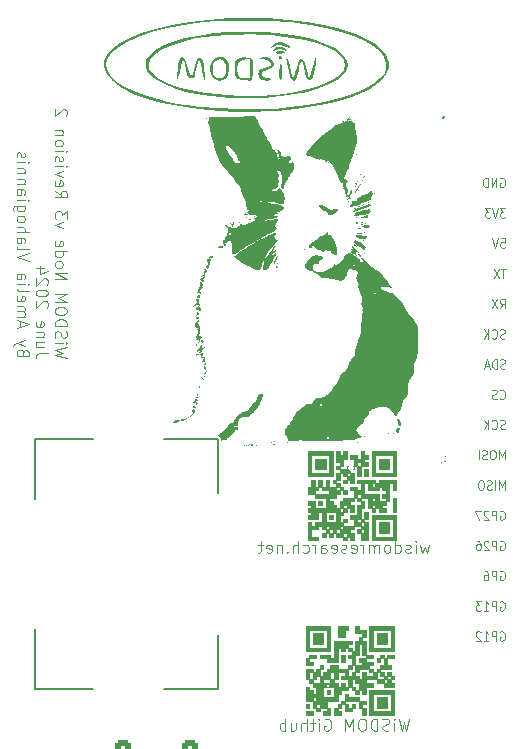
<source format=gbo>
G04 #@! TF.GenerationSoftware,KiCad,Pcbnew,8.0.3*
G04 #@! TF.CreationDate,2024-06-17T15:15:03-04:00*
G04 #@! TF.ProjectId,node_v3_2,6e6f6465-5f76-4335-9f32-2e6b69636164,rev?*
G04 #@! TF.SameCoordinates,Original*
G04 #@! TF.FileFunction,Legend,Bot*
G04 #@! TF.FilePolarity,Positive*
%FSLAX46Y46*%
G04 Gerber Fmt 4.6, Leading zero omitted, Abs format (unit mm)*
G04 Created by KiCad (PCBNEW 8.0.3) date 2024-06-17 15:15:03*
%MOMM*%
%LPD*%
G01*
G04 APERTURE LIST*
G04 Aperture macros list*
%AMRoundRect*
0 Rectangle with rounded corners*
0 $1 Rounding radius*
0 $2 $3 $4 $5 $6 $7 $8 $9 X,Y pos of 4 corners*
0 Add a 4 corners polygon primitive as box body*
4,1,4,$2,$3,$4,$5,$6,$7,$8,$9,$2,$3,0*
0 Add four circle primitives for the rounded corners*
1,1,$1+$1,$2,$3*
1,1,$1+$1,$4,$5*
1,1,$1+$1,$6,$7*
1,1,$1+$1,$8,$9*
0 Add four rect primitives between the rounded corners*
20,1,$1+$1,$2,$3,$4,$5,0*
20,1,$1+$1,$4,$5,$6,$7,0*
20,1,$1+$1,$6,$7,$8,$9,0*
20,1,$1+$1,$8,$9,$2,$3,0*%
G04 Aperture macros list end*
%ADD10C,0.100000*%
%ADD11C,0.000000*%
%ADD12C,0.010000*%
%ADD13C,0.127000*%
%ADD14R,1.700000X1.700000*%
%ADD15O,1.700000X1.700000*%
%ADD16C,4.400000*%
%ADD17RoundRect,0.250000X-0.425000X-1.600000X0.425000X-1.600000X0.425000X1.600000X-0.425000X1.600000X0*%
%ADD18C,0.650000*%
%ADD19O,1.254000X2.304000*%
%ADD20O,1.104000X2.004000*%
%ADD21C,18.004000*%
%ADD22C,2.504000*%
%ADD23C,0.304800*%
%ADD24C,0.406400*%
%ADD25C,0.250000*%
%ADD26C,0.508000*%
G04 APERTURE END LIST*
D10*
X134903468Y-90215353D02*
X133903468Y-89977258D01*
X133903468Y-89977258D02*
X134617754Y-89786782D01*
X134617754Y-89786782D02*
X133903468Y-89596306D01*
X133903468Y-89596306D02*
X134903468Y-89358211D01*
X133903468Y-88977258D02*
X134570135Y-88977258D01*
X134903468Y-88977258D02*
X134855849Y-89024877D01*
X134855849Y-89024877D02*
X134808230Y-88977258D01*
X134808230Y-88977258D02*
X134855849Y-88929639D01*
X134855849Y-88929639D02*
X134903468Y-88977258D01*
X134903468Y-88977258D02*
X134808230Y-88977258D01*
X133951088Y-88548687D02*
X133903468Y-88405830D01*
X133903468Y-88405830D02*
X133903468Y-88167735D01*
X133903468Y-88167735D02*
X133951088Y-88072497D01*
X133951088Y-88072497D02*
X133998707Y-88024878D01*
X133998707Y-88024878D02*
X134093945Y-87977259D01*
X134093945Y-87977259D02*
X134189183Y-87977259D01*
X134189183Y-87977259D02*
X134284421Y-88024878D01*
X134284421Y-88024878D02*
X134332040Y-88072497D01*
X134332040Y-88072497D02*
X134379659Y-88167735D01*
X134379659Y-88167735D02*
X134427278Y-88358211D01*
X134427278Y-88358211D02*
X134474897Y-88453449D01*
X134474897Y-88453449D02*
X134522516Y-88501068D01*
X134522516Y-88501068D02*
X134617754Y-88548687D01*
X134617754Y-88548687D02*
X134712992Y-88548687D01*
X134712992Y-88548687D02*
X134808230Y-88501068D01*
X134808230Y-88501068D02*
X134855849Y-88453449D01*
X134855849Y-88453449D02*
X134903468Y-88358211D01*
X134903468Y-88358211D02*
X134903468Y-88120116D01*
X134903468Y-88120116D02*
X134855849Y-87977259D01*
X133903468Y-87548687D02*
X134903468Y-87548687D01*
X134903468Y-87548687D02*
X134903468Y-87310592D01*
X134903468Y-87310592D02*
X134855849Y-87167735D01*
X134855849Y-87167735D02*
X134760611Y-87072497D01*
X134760611Y-87072497D02*
X134665373Y-87024878D01*
X134665373Y-87024878D02*
X134474897Y-86977259D01*
X134474897Y-86977259D02*
X134332040Y-86977259D01*
X134332040Y-86977259D02*
X134141564Y-87024878D01*
X134141564Y-87024878D02*
X134046326Y-87072497D01*
X134046326Y-87072497D02*
X133951088Y-87167735D01*
X133951088Y-87167735D02*
X133903468Y-87310592D01*
X133903468Y-87310592D02*
X133903468Y-87548687D01*
X134903468Y-86358211D02*
X134903468Y-86167735D01*
X134903468Y-86167735D02*
X134855849Y-86072497D01*
X134855849Y-86072497D02*
X134760611Y-85977259D01*
X134760611Y-85977259D02*
X134570135Y-85929640D01*
X134570135Y-85929640D02*
X134236802Y-85929640D01*
X134236802Y-85929640D02*
X134046326Y-85977259D01*
X134046326Y-85977259D02*
X133951088Y-86072497D01*
X133951088Y-86072497D02*
X133903468Y-86167735D01*
X133903468Y-86167735D02*
X133903468Y-86358211D01*
X133903468Y-86358211D02*
X133951088Y-86453449D01*
X133951088Y-86453449D02*
X134046326Y-86548687D01*
X134046326Y-86548687D02*
X134236802Y-86596306D01*
X134236802Y-86596306D02*
X134570135Y-86596306D01*
X134570135Y-86596306D02*
X134760611Y-86548687D01*
X134760611Y-86548687D02*
X134855849Y-86453449D01*
X134855849Y-86453449D02*
X134903468Y-86358211D01*
X133903468Y-85501068D02*
X134903468Y-85501068D01*
X134903468Y-85501068D02*
X134189183Y-85167735D01*
X134189183Y-85167735D02*
X134903468Y-84834402D01*
X134903468Y-84834402D02*
X133903468Y-84834402D01*
X133903468Y-83596306D02*
X134903468Y-83596306D01*
X134903468Y-83596306D02*
X133903468Y-83024878D01*
X133903468Y-83024878D02*
X134903468Y-83024878D01*
X133903468Y-82405830D02*
X133951088Y-82501068D01*
X133951088Y-82501068D02*
X133998707Y-82548687D01*
X133998707Y-82548687D02*
X134093945Y-82596306D01*
X134093945Y-82596306D02*
X134379659Y-82596306D01*
X134379659Y-82596306D02*
X134474897Y-82548687D01*
X134474897Y-82548687D02*
X134522516Y-82501068D01*
X134522516Y-82501068D02*
X134570135Y-82405830D01*
X134570135Y-82405830D02*
X134570135Y-82262973D01*
X134570135Y-82262973D02*
X134522516Y-82167735D01*
X134522516Y-82167735D02*
X134474897Y-82120116D01*
X134474897Y-82120116D02*
X134379659Y-82072497D01*
X134379659Y-82072497D02*
X134093945Y-82072497D01*
X134093945Y-82072497D02*
X133998707Y-82120116D01*
X133998707Y-82120116D02*
X133951088Y-82167735D01*
X133951088Y-82167735D02*
X133903468Y-82262973D01*
X133903468Y-82262973D02*
X133903468Y-82405830D01*
X133903468Y-81215354D02*
X134903468Y-81215354D01*
X133951088Y-81215354D02*
X133903468Y-81310592D01*
X133903468Y-81310592D02*
X133903468Y-81501068D01*
X133903468Y-81501068D02*
X133951088Y-81596306D01*
X133951088Y-81596306D02*
X133998707Y-81643925D01*
X133998707Y-81643925D02*
X134093945Y-81691544D01*
X134093945Y-81691544D02*
X134379659Y-81691544D01*
X134379659Y-81691544D02*
X134474897Y-81643925D01*
X134474897Y-81643925D02*
X134522516Y-81596306D01*
X134522516Y-81596306D02*
X134570135Y-81501068D01*
X134570135Y-81501068D02*
X134570135Y-81310592D01*
X134570135Y-81310592D02*
X134522516Y-81215354D01*
X133951088Y-80358211D02*
X133903468Y-80453449D01*
X133903468Y-80453449D02*
X133903468Y-80643925D01*
X133903468Y-80643925D02*
X133951088Y-80739163D01*
X133951088Y-80739163D02*
X134046326Y-80786782D01*
X134046326Y-80786782D02*
X134427278Y-80786782D01*
X134427278Y-80786782D02*
X134522516Y-80739163D01*
X134522516Y-80739163D02*
X134570135Y-80643925D01*
X134570135Y-80643925D02*
X134570135Y-80453449D01*
X134570135Y-80453449D02*
X134522516Y-80358211D01*
X134522516Y-80358211D02*
X134427278Y-80310592D01*
X134427278Y-80310592D02*
X134332040Y-80310592D01*
X134332040Y-80310592D02*
X134236802Y-80786782D01*
X134570135Y-79215353D02*
X133903468Y-78977258D01*
X133903468Y-78977258D02*
X134570135Y-78739163D01*
X134903468Y-78453448D02*
X134903468Y-77834401D01*
X134903468Y-77834401D02*
X134522516Y-78167734D01*
X134522516Y-78167734D02*
X134522516Y-78024877D01*
X134522516Y-78024877D02*
X134474897Y-77929639D01*
X134474897Y-77929639D02*
X134427278Y-77882020D01*
X134427278Y-77882020D02*
X134332040Y-77834401D01*
X134332040Y-77834401D02*
X134093945Y-77834401D01*
X134093945Y-77834401D02*
X133998707Y-77882020D01*
X133998707Y-77882020D02*
X133951088Y-77929639D01*
X133951088Y-77929639D02*
X133903468Y-78024877D01*
X133903468Y-78024877D02*
X133903468Y-78310591D01*
X133903468Y-78310591D02*
X133951088Y-78405829D01*
X133951088Y-78405829D02*
X133998707Y-78453448D01*
X133903468Y-76072496D02*
X134379659Y-76405829D01*
X133903468Y-76643924D02*
X134903468Y-76643924D01*
X134903468Y-76643924D02*
X134903468Y-76262972D01*
X134903468Y-76262972D02*
X134855849Y-76167734D01*
X134855849Y-76167734D02*
X134808230Y-76120115D01*
X134808230Y-76120115D02*
X134712992Y-76072496D01*
X134712992Y-76072496D02*
X134570135Y-76072496D01*
X134570135Y-76072496D02*
X134474897Y-76120115D01*
X134474897Y-76120115D02*
X134427278Y-76167734D01*
X134427278Y-76167734D02*
X134379659Y-76262972D01*
X134379659Y-76262972D02*
X134379659Y-76643924D01*
X133951088Y-75262972D02*
X133903468Y-75358210D01*
X133903468Y-75358210D02*
X133903468Y-75548686D01*
X133903468Y-75548686D02*
X133951088Y-75643924D01*
X133951088Y-75643924D02*
X134046326Y-75691543D01*
X134046326Y-75691543D02*
X134427278Y-75691543D01*
X134427278Y-75691543D02*
X134522516Y-75643924D01*
X134522516Y-75643924D02*
X134570135Y-75548686D01*
X134570135Y-75548686D02*
X134570135Y-75358210D01*
X134570135Y-75358210D02*
X134522516Y-75262972D01*
X134522516Y-75262972D02*
X134427278Y-75215353D01*
X134427278Y-75215353D02*
X134332040Y-75215353D01*
X134332040Y-75215353D02*
X134236802Y-75691543D01*
X134570135Y-74882019D02*
X133903468Y-74643924D01*
X133903468Y-74643924D02*
X134570135Y-74405829D01*
X133903468Y-74024876D02*
X134570135Y-74024876D01*
X134903468Y-74024876D02*
X134855849Y-74072495D01*
X134855849Y-74072495D02*
X134808230Y-74024876D01*
X134808230Y-74024876D02*
X134855849Y-73977257D01*
X134855849Y-73977257D02*
X134903468Y-74024876D01*
X134903468Y-74024876D02*
X134808230Y-74024876D01*
X133951088Y-73596305D02*
X133903468Y-73501067D01*
X133903468Y-73501067D02*
X133903468Y-73310591D01*
X133903468Y-73310591D02*
X133951088Y-73215353D01*
X133951088Y-73215353D02*
X134046326Y-73167734D01*
X134046326Y-73167734D02*
X134093945Y-73167734D01*
X134093945Y-73167734D02*
X134189183Y-73215353D01*
X134189183Y-73215353D02*
X134236802Y-73310591D01*
X134236802Y-73310591D02*
X134236802Y-73453448D01*
X134236802Y-73453448D02*
X134284421Y-73548686D01*
X134284421Y-73548686D02*
X134379659Y-73596305D01*
X134379659Y-73596305D02*
X134427278Y-73596305D01*
X134427278Y-73596305D02*
X134522516Y-73548686D01*
X134522516Y-73548686D02*
X134570135Y-73453448D01*
X134570135Y-73453448D02*
X134570135Y-73310591D01*
X134570135Y-73310591D02*
X134522516Y-73215353D01*
X133903468Y-72739162D02*
X134570135Y-72739162D01*
X134903468Y-72739162D02*
X134855849Y-72786781D01*
X134855849Y-72786781D02*
X134808230Y-72739162D01*
X134808230Y-72739162D02*
X134855849Y-72691543D01*
X134855849Y-72691543D02*
X134903468Y-72739162D01*
X134903468Y-72739162D02*
X134808230Y-72739162D01*
X133903468Y-72120115D02*
X133951088Y-72215353D01*
X133951088Y-72215353D02*
X133998707Y-72262972D01*
X133998707Y-72262972D02*
X134093945Y-72310591D01*
X134093945Y-72310591D02*
X134379659Y-72310591D01*
X134379659Y-72310591D02*
X134474897Y-72262972D01*
X134474897Y-72262972D02*
X134522516Y-72215353D01*
X134522516Y-72215353D02*
X134570135Y-72120115D01*
X134570135Y-72120115D02*
X134570135Y-71977258D01*
X134570135Y-71977258D02*
X134522516Y-71882020D01*
X134522516Y-71882020D02*
X134474897Y-71834401D01*
X134474897Y-71834401D02*
X134379659Y-71786782D01*
X134379659Y-71786782D02*
X134093945Y-71786782D01*
X134093945Y-71786782D02*
X133998707Y-71834401D01*
X133998707Y-71834401D02*
X133951088Y-71882020D01*
X133951088Y-71882020D02*
X133903468Y-71977258D01*
X133903468Y-71977258D02*
X133903468Y-72120115D01*
X134570135Y-71358210D02*
X133903468Y-71358210D01*
X134474897Y-71358210D02*
X134522516Y-71310591D01*
X134522516Y-71310591D02*
X134570135Y-71215353D01*
X134570135Y-71215353D02*
X134570135Y-71072496D01*
X134570135Y-71072496D02*
X134522516Y-70977258D01*
X134522516Y-70977258D02*
X134427278Y-70929639D01*
X134427278Y-70929639D02*
X133903468Y-70929639D01*
X134808230Y-69739162D02*
X134855849Y-69691543D01*
X134855849Y-69691543D02*
X134903468Y-69596305D01*
X134903468Y-69596305D02*
X134903468Y-69358210D01*
X134903468Y-69358210D02*
X134855849Y-69262972D01*
X134855849Y-69262972D02*
X134808230Y-69215353D01*
X134808230Y-69215353D02*
X134712992Y-69167734D01*
X134712992Y-69167734D02*
X134617754Y-69167734D01*
X134617754Y-69167734D02*
X134474897Y-69215353D01*
X134474897Y-69215353D02*
X133903468Y-69786781D01*
X133903468Y-69786781D02*
X133903468Y-69167734D01*
X133293524Y-89834401D02*
X132579239Y-89834401D01*
X132579239Y-89834401D02*
X132436382Y-89882020D01*
X132436382Y-89882020D02*
X132341144Y-89977258D01*
X132341144Y-89977258D02*
X132293524Y-90120115D01*
X132293524Y-90120115D02*
X132293524Y-90215353D01*
X132960191Y-88929639D02*
X132293524Y-88929639D01*
X132960191Y-89358210D02*
X132436382Y-89358210D01*
X132436382Y-89358210D02*
X132341144Y-89310591D01*
X132341144Y-89310591D02*
X132293524Y-89215353D01*
X132293524Y-89215353D02*
X132293524Y-89072496D01*
X132293524Y-89072496D02*
X132341144Y-88977258D01*
X132341144Y-88977258D02*
X132388763Y-88929639D01*
X132960191Y-88453448D02*
X132293524Y-88453448D01*
X132864953Y-88453448D02*
X132912572Y-88405829D01*
X132912572Y-88405829D02*
X132960191Y-88310591D01*
X132960191Y-88310591D02*
X132960191Y-88167734D01*
X132960191Y-88167734D02*
X132912572Y-88072496D01*
X132912572Y-88072496D02*
X132817334Y-88024877D01*
X132817334Y-88024877D02*
X132293524Y-88024877D01*
X132341144Y-87167734D02*
X132293524Y-87262972D01*
X132293524Y-87262972D02*
X132293524Y-87453448D01*
X132293524Y-87453448D02*
X132341144Y-87548686D01*
X132341144Y-87548686D02*
X132436382Y-87596305D01*
X132436382Y-87596305D02*
X132817334Y-87596305D01*
X132817334Y-87596305D02*
X132912572Y-87548686D01*
X132912572Y-87548686D02*
X132960191Y-87453448D01*
X132960191Y-87453448D02*
X132960191Y-87262972D01*
X132960191Y-87262972D02*
X132912572Y-87167734D01*
X132912572Y-87167734D02*
X132817334Y-87120115D01*
X132817334Y-87120115D02*
X132722096Y-87120115D01*
X132722096Y-87120115D02*
X132626858Y-87596305D01*
X133198286Y-85977257D02*
X133245905Y-85929638D01*
X133245905Y-85929638D02*
X133293524Y-85834400D01*
X133293524Y-85834400D02*
X133293524Y-85596305D01*
X133293524Y-85596305D02*
X133245905Y-85501067D01*
X133245905Y-85501067D02*
X133198286Y-85453448D01*
X133198286Y-85453448D02*
X133103048Y-85405829D01*
X133103048Y-85405829D02*
X133007810Y-85405829D01*
X133007810Y-85405829D02*
X132864953Y-85453448D01*
X132864953Y-85453448D02*
X132293524Y-86024876D01*
X132293524Y-86024876D02*
X132293524Y-85405829D01*
X133293524Y-84786781D02*
X133293524Y-84691543D01*
X133293524Y-84691543D02*
X133245905Y-84596305D01*
X133245905Y-84596305D02*
X133198286Y-84548686D01*
X133198286Y-84548686D02*
X133103048Y-84501067D01*
X133103048Y-84501067D02*
X132912572Y-84453448D01*
X132912572Y-84453448D02*
X132674477Y-84453448D01*
X132674477Y-84453448D02*
X132484001Y-84501067D01*
X132484001Y-84501067D02*
X132388763Y-84548686D01*
X132388763Y-84548686D02*
X132341144Y-84596305D01*
X132341144Y-84596305D02*
X132293524Y-84691543D01*
X132293524Y-84691543D02*
X132293524Y-84786781D01*
X132293524Y-84786781D02*
X132341144Y-84882019D01*
X132341144Y-84882019D02*
X132388763Y-84929638D01*
X132388763Y-84929638D02*
X132484001Y-84977257D01*
X132484001Y-84977257D02*
X132674477Y-85024876D01*
X132674477Y-85024876D02*
X132912572Y-85024876D01*
X132912572Y-85024876D02*
X133103048Y-84977257D01*
X133103048Y-84977257D02*
X133198286Y-84929638D01*
X133198286Y-84929638D02*
X133245905Y-84882019D01*
X133245905Y-84882019D02*
X133293524Y-84786781D01*
X133198286Y-84072495D02*
X133245905Y-84024876D01*
X133245905Y-84024876D02*
X133293524Y-83929638D01*
X133293524Y-83929638D02*
X133293524Y-83691543D01*
X133293524Y-83691543D02*
X133245905Y-83596305D01*
X133245905Y-83596305D02*
X133198286Y-83548686D01*
X133198286Y-83548686D02*
X133103048Y-83501067D01*
X133103048Y-83501067D02*
X133007810Y-83501067D01*
X133007810Y-83501067D02*
X132864953Y-83548686D01*
X132864953Y-83548686D02*
X132293524Y-84120114D01*
X132293524Y-84120114D02*
X132293524Y-83501067D01*
X132960191Y-82643924D02*
X132293524Y-82643924D01*
X133341144Y-82882019D02*
X132626858Y-83120114D01*
X132626858Y-83120114D02*
X132626858Y-82501067D01*
X131207390Y-89786782D02*
X131159771Y-89643925D01*
X131159771Y-89643925D02*
X131112152Y-89596306D01*
X131112152Y-89596306D02*
X131016914Y-89548687D01*
X131016914Y-89548687D02*
X130874057Y-89548687D01*
X130874057Y-89548687D02*
X130778819Y-89596306D01*
X130778819Y-89596306D02*
X130731200Y-89643925D01*
X130731200Y-89643925D02*
X130683580Y-89739163D01*
X130683580Y-89739163D02*
X130683580Y-90120115D01*
X130683580Y-90120115D02*
X131683580Y-90120115D01*
X131683580Y-90120115D02*
X131683580Y-89786782D01*
X131683580Y-89786782D02*
X131635961Y-89691544D01*
X131635961Y-89691544D02*
X131588342Y-89643925D01*
X131588342Y-89643925D02*
X131493104Y-89596306D01*
X131493104Y-89596306D02*
X131397866Y-89596306D01*
X131397866Y-89596306D02*
X131302628Y-89643925D01*
X131302628Y-89643925D02*
X131255009Y-89691544D01*
X131255009Y-89691544D02*
X131207390Y-89786782D01*
X131207390Y-89786782D02*
X131207390Y-90120115D01*
X131350247Y-89215353D02*
X130683580Y-88977258D01*
X131350247Y-88739163D02*
X130683580Y-88977258D01*
X130683580Y-88977258D02*
X130445485Y-89072496D01*
X130445485Y-89072496D02*
X130397866Y-89120115D01*
X130397866Y-89120115D02*
X130350247Y-89215353D01*
X130969295Y-87643924D02*
X130969295Y-87167734D01*
X130683580Y-87739162D02*
X131683580Y-87405829D01*
X131683580Y-87405829D02*
X130683580Y-87072496D01*
X130683580Y-86739162D02*
X131350247Y-86739162D01*
X131255009Y-86739162D02*
X131302628Y-86691543D01*
X131302628Y-86691543D02*
X131350247Y-86596305D01*
X131350247Y-86596305D02*
X131350247Y-86453448D01*
X131350247Y-86453448D02*
X131302628Y-86358210D01*
X131302628Y-86358210D02*
X131207390Y-86310591D01*
X131207390Y-86310591D02*
X130683580Y-86310591D01*
X131207390Y-86310591D02*
X131302628Y-86262972D01*
X131302628Y-86262972D02*
X131350247Y-86167734D01*
X131350247Y-86167734D02*
X131350247Y-86024877D01*
X131350247Y-86024877D02*
X131302628Y-85929638D01*
X131302628Y-85929638D02*
X131207390Y-85882019D01*
X131207390Y-85882019D02*
X130683580Y-85882019D01*
X130731200Y-85024877D02*
X130683580Y-85120115D01*
X130683580Y-85120115D02*
X130683580Y-85310591D01*
X130683580Y-85310591D02*
X130731200Y-85405829D01*
X130731200Y-85405829D02*
X130826438Y-85453448D01*
X130826438Y-85453448D02*
X131207390Y-85453448D01*
X131207390Y-85453448D02*
X131302628Y-85405829D01*
X131302628Y-85405829D02*
X131350247Y-85310591D01*
X131350247Y-85310591D02*
X131350247Y-85120115D01*
X131350247Y-85120115D02*
X131302628Y-85024877D01*
X131302628Y-85024877D02*
X131207390Y-84977258D01*
X131207390Y-84977258D02*
X131112152Y-84977258D01*
X131112152Y-84977258D02*
X131016914Y-85453448D01*
X130683580Y-84405829D02*
X130731200Y-84501067D01*
X130731200Y-84501067D02*
X130826438Y-84548686D01*
X130826438Y-84548686D02*
X131683580Y-84548686D01*
X130683580Y-84024876D02*
X131350247Y-84024876D01*
X131683580Y-84024876D02*
X131635961Y-84072495D01*
X131635961Y-84072495D02*
X131588342Y-84024876D01*
X131588342Y-84024876D02*
X131635961Y-83977257D01*
X131635961Y-83977257D02*
X131683580Y-84024876D01*
X131683580Y-84024876D02*
X131588342Y-84024876D01*
X130683580Y-83120115D02*
X131207390Y-83120115D01*
X131207390Y-83120115D02*
X131302628Y-83167734D01*
X131302628Y-83167734D02*
X131350247Y-83262972D01*
X131350247Y-83262972D02*
X131350247Y-83453448D01*
X131350247Y-83453448D02*
X131302628Y-83548686D01*
X130731200Y-83120115D02*
X130683580Y-83215353D01*
X130683580Y-83215353D02*
X130683580Y-83453448D01*
X130683580Y-83453448D02*
X130731200Y-83548686D01*
X130731200Y-83548686D02*
X130826438Y-83596305D01*
X130826438Y-83596305D02*
X130921676Y-83596305D01*
X130921676Y-83596305D02*
X131016914Y-83548686D01*
X131016914Y-83548686D02*
X131064533Y-83453448D01*
X131064533Y-83453448D02*
X131064533Y-83215353D01*
X131064533Y-83215353D02*
X131112152Y-83120115D01*
X131683580Y-82024876D02*
X130683580Y-81691543D01*
X130683580Y-81691543D02*
X131683580Y-81358210D01*
X130683580Y-80882019D02*
X130731200Y-80977257D01*
X130731200Y-80977257D02*
X130826438Y-81024876D01*
X130826438Y-81024876D02*
X131683580Y-81024876D01*
X130683580Y-80072495D02*
X131207390Y-80072495D01*
X131207390Y-80072495D02*
X131302628Y-80120114D01*
X131302628Y-80120114D02*
X131350247Y-80215352D01*
X131350247Y-80215352D02*
X131350247Y-80405828D01*
X131350247Y-80405828D02*
X131302628Y-80501066D01*
X130731200Y-80072495D02*
X130683580Y-80167733D01*
X130683580Y-80167733D02*
X130683580Y-80405828D01*
X130683580Y-80405828D02*
X130731200Y-80501066D01*
X130731200Y-80501066D02*
X130826438Y-80548685D01*
X130826438Y-80548685D02*
X130921676Y-80548685D01*
X130921676Y-80548685D02*
X131016914Y-80501066D01*
X131016914Y-80501066D02*
X131064533Y-80405828D01*
X131064533Y-80405828D02*
X131064533Y-80167733D01*
X131064533Y-80167733D02*
X131112152Y-80072495D01*
X130683580Y-79596304D02*
X131683580Y-79596304D01*
X130683580Y-79167733D02*
X131207390Y-79167733D01*
X131207390Y-79167733D02*
X131302628Y-79215352D01*
X131302628Y-79215352D02*
X131350247Y-79310590D01*
X131350247Y-79310590D02*
X131350247Y-79453447D01*
X131350247Y-79453447D02*
X131302628Y-79548685D01*
X131302628Y-79548685D02*
X131255009Y-79596304D01*
X130683580Y-78548685D02*
X130731200Y-78643923D01*
X130731200Y-78643923D02*
X130778819Y-78691542D01*
X130778819Y-78691542D02*
X130874057Y-78739161D01*
X130874057Y-78739161D02*
X131159771Y-78739161D01*
X131159771Y-78739161D02*
X131255009Y-78691542D01*
X131255009Y-78691542D02*
X131302628Y-78643923D01*
X131302628Y-78643923D02*
X131350247Y-78548685D01*
X131350247Y-78548685D02*
X131350247Y-78405828D01*
X131350247Y-78405828D02*
X131302628Y-78310590D01*
X131302628Y-78310590D02*
X131255009Y-78262971D01*
X131255009Y-78262971D02*
X131159771Y-78215352D01*
X131159771Y-78215352D02*
X130874057Y-78215352D01*
X130874057Y-78215352D02*
X130778819Y-78262971D01*
X130778819Y-78262971D02*
X130731200Y-78310590D01*
X130731200Y-78310590D02*
X130683580Y-78405828D01*
X130683580Y-78405828D02*
X130683580Y-78548685D01*
X131350247Y-77358209D02*
X130540723Y-77358209D01*
X130540723Y-77358209D02*
X130445485Y-77405828D01*
X130445485Y-77405828D02*
X130397866Y-77453447D01*
X130397866Y-77453447D02*
X130350247Y-77548685D01*
X130350247Y-77548685D02*
X130350247Y-77691542D01*
X130350247Y-77691542D02*
X130397866Y-77786780D01*
X130731200Y-77358209D02*
X130683580Y-77453447D01*
X130683580Y-77453447D02*
X130683580Y-77643923D01*
X130683580Y-77643923D02*
X130731200Y-77739161D01*
X130731200Y-77739161D02*
X130778819Y-77786780D01*
X130778819Y-77786780D02*
X130874057Y-77834399D01*
X130874057Y-77834399D02*
X131159771Y-77834399D01*
X131159771Y-77834399D02*
X131255009Y-77786780D01*
X131255009Y-77786780D02*
X131302628Y-77739161D01*
X131302628Y-77739161D02*
X131350247Y-77643923D01*
X131350247Y-77643923D02*
X131350247Y-77453447D01*
X131350247Y-77453447D02*
X131302628Y-77358209D01*
X130683580Y-76882018D02*
X131350247Y-76882018D01*
X131683580Y-76882018D02*
X131635961Y-76929637D01*
X131635961Y-76929637D02*
X131588342Y-76882018D01*
X131588342Y-76882018D02*
X131635961Y-76834399D01*
X131635961Y-76834399D02*
X131683580Y-76882018D01*
X131683580Y-76882018D02*
X131588342Y-76882018D01*
X130683580Y-75977257D02*
X131207390Y-75977257D01*
X131207390Y-75977257D02*
X131302628Y-76024876D01*
X131302628Y-76024876D02*
X131350247Y-76120114D01*
X131350247Y-76120114D02*
X131350247Y-76310590D01*
X131350247Y-76310590D02*
X131302628Y-76405828D01*
X130731200Y-75977257D02*
X130683580Y-76072495D01*
X130683580Y-76072495D02*
X130683580Y-76310590D01*
X130683580Y-76310590D02*
X130731200Y-76405828D01*
X130731200Y-76405828D02*
X130826438Y-76453447D01*
X130826438Y-76453447D02*
X130921676Y-76453447D01*
X130921676Y-76453447D02*
X131016914Y-76405828D01*
X131016914Y-76405828D02*
X131064533Y-76310590D01*
X131064533Y-76310590D02*
X131064533Y-76072495D01*
X131064533Y-76072495D02*
X131112152Y-75977257D01*
X131350247Y-75501066D02*
X130683580Y-75501066D01*
X131255009Y-75501066D02*
X131302628Y-75453447D01*
X131302628Y-75453447D02*
X131350247Y-75358209D01*
X131350247Y-75358209D02*
X131350247Y-75215352D01*
X131350247Y-75215352D02*
X131302628Y-75120114D01*
X131302628Y-75120114D02*
X131207390Y-75072495D01*
X131207390Y-75072495D02*
X130683580Y-75072495D01*
X131350247Y-74596304D02*
X130683580Y-74596304D01*
X131255009Y-74596304D02*
X131302628Y-74548685D01*
X131302628Y-74548685D02*
X131350247Y-74453447D01*
X131350247Y-74453447D02*
X131350247Y-74310590D01*
X131350247Y-74310590D02*
X131302628Y-74215352D01*
X131302628Y-74215352D02*
X131207390Y-74167733D01*
X131207390Y-74167733D02*
X130683580Y-74167733D01*
X130683580Y-73691542D02*
X131350247Y-73691542D01*
X131683580Y-73691542D02*
X131635961Y-73739161D01*
X131635961Y-73739161D02*
X131588342Y-73691542D01*
X131588342Y-73691542D02*
X131635961Y-73643923D01*
X131635961Y-73643923D02*
X131683580Y-73691542D01*
X131683580Y-73691542D02*
X131588342Y-73691542D01*
X130731200Y-73262971D02*
X130683580Y-73167733D01*
X130683580Y-73167733D02*
X130683580Y-72977257D01*
X130683580Y-72977257D02*
X130731200Y-72882019D01*
X130731200Y-72882019D02*
X130826438Y-72834400D01*
X130826438Y-72834400D02*
X130874057Y-72834400D01*
X130874057Y-72834400D02*
X130969295Y-72882019D01*
X130969295Y-72882019D02*
X131016914Y-72977257D01*
X131016914Y-72977257D02*
X131016914Y-73120114D01*
X131016914Y-73120114D02*
X131064533Y-73215352D01*
X131064533Y-73215352D02*
X131159771Y-73262971D01*
X131159771Y-73262971D02*
X131207390Y-73262971D01*
X131207390Y-73262971D02*
X131302628Y-73215352D01*
X131302628Y-73215352D02*
X131350247Y-73120114D01*
X131350247Y-73120114D02*
X131350247Y-72977257D01*
X131350247Y-72977257D02*
X131302628Y-72882019D01*
X171612877Y-75043214D02*
X171679544Y-75005357D01*
X171679544Y-75005357D02*
X171779544Y-75005357D01*
X171779544Y-75005357D02*
X171879544Y-75043214D01*
X171879544Y-75043214D02*
X171946211Y-75118928D01*
X171946211Y-75118928D02*
X171979544Y-75194642D01*
X171979544Y-75194642D02*
X172012877Y-75346071D01*
X172012877Y-75346071D02*
X172012877Y-75459642D01*
X172012877Y-75459642D02*
X171979544Y-75611071D01*
X171979544Y-75611071D02*
X171946211Y-75686785D01*
X171946211Y-75686785D02*
X171879544Y-75762500D01*
X171879544Y-75762500D02*
X171779544Y-75800357D01*
X171779544Y-75800357D02*
X171712877Y-75800357D01*
X171712877Y-75800357D02*
X171612877Y-75762500D01*
X171612877Y-75762500D02*
X171579544Y-75724642D01*
X171579544Y-75724642D02*
X171579544Y-75459642D01*
X171579544Y-75459642D02*
X171712877Y-75459642D01*
X171279544Y-75800357D02*
X171279544Y-75005357D01*
X171279544Y-75005357D02*
X170879544Y-75800357D01*
X170879544Y-75800357D02*
X170879544Y-75005357D01*
X170546211Y-75800357D02*
X170546211Y-75005357D01*
X170546211Y-75005357D02*
X170379544Y-75005357D01*
X170379544Y-75005357D02*
X170279544Y-75043214D01*
X170279544Y-75043214D02*
X170212878Y-75118928D01*
X170212878Y-75118928D02*
X170179544Y-75194642D01*
X170179544Y-75194642D02*
X170146211Y-75346071D01*
X170146211Y-75346071D02*
X170146211Y-75459642D01*
X170146211Y-75459642D02*
X170179544Y-75611071D01*
X170179544Y-75611071D02*
X170212878Y-75686785D01*
X170212878Y-75686785D02*
X170279544Y-75762500D01*
X170279544Y-75762500D02*
X170379544Y-75800357D01*
X170379544Y-75800357D02*
X170546211Y-75800357D01*
X172046211Y-77565167D02*
X171612877Y-77565167D01*
X171612877Y-77565167D02*
X171846211Y-77868024D01*
X171846211Y-77868024D02*
X171746211Y-77868024D01*
X171746211Y-77868024D02*
X171679544Y-77905881D01*
X171679544Y-77905881D02*
X171646211Y-77943738D01*
X171646211Y-77943738D02*
X171612877Y-78019452D01*
X171612877Y-78019452D02*
X171612877Y-78208738D01*
X171612877Y-78208738D02*
X171646211Y-78284452D01*
X171646211Y-78284452D02*
X171679544Y-78322310D01*
X171679544Y-78322310D02*
X171746211Y-78360167D01*
X171746211Y-78360167D02*
X171946211Y-78360167D01*
X171946211Y-78360167D02*
X172012877Y-78322310D01*
X172012877Y-78322310D02*
X172046211Y-78284452D01*
X171412877Y-77565167D02*
X171179544Y-78360167D01*
X171179544Y-78360167D02*
X170946210Y-77565167D01*
X170779544Y-77565167D02*
X170346210Y-77565167D01*
X170346210Y-77565167D02*
X170579544Y-77868024D01*
X170579544Y-77868024D02*
X170479544Y-77868024D01*
X170479544Y-77868024D02*
X170412877Y-77905881D01*
X170412877Y-77905881D02*
X170379544Y-77943738D01*
X170379544Y-77943738D02*
X170346210Y-78019452D01*
X170346210Y-78019452D02*
X170346210Y-78208738D01*
X170346210Y-78208738D02*
X170379544Y-78284452D01*
X170379544Y-78284452D02*
X170412877Y-78322310D01*
X170412877Y-78322310D02*
X170479544Y-78360167D01*
X170479544Y-78360167D02*
X170679544Y-78360167D01*
X170679544Y-78360167D02*
X170746210Y-78322310D01*
X170746210Y-78322310D02*
X170779544Y-78284452D01*
X171646211Y-80124977D02*
X171979544Y-80124977D01*
X171979544Y-80124977D02*
X172012877Y-80503548D01*
X172012877Y-80503548D02*
X171979544Y-80465691D01*
X171979544Y-80465691D02*
X171912877Y-80427834D01*
X171912877Y-80427834D02*
X171746211Y-80427834D01*
X171746211Y-80427834D02*
X171679544Y-80465691D01*
X171679544Y-80465691D02*
X171646211Y-80503548D01*
X171646211Y-80503548D02*
X171612877Y-80579262D01*
X171612877Y-80579262D02*
X171612877Y-80768548D01*
X171612877Y-80768548D02*
X171646211Y-80844262D01*
X171646211Y-80844262D02*
X171679544Y-80882120D01*
X171679544Y-80882120D02*
X171746211Y-80919977D01*
X171746211Y-80919977D02*
X171912877Y-80919977D01*
X171912877Y-80919977D02*
X171979544Y-80882120D01*
X171979544Y-80882120D02*
X172012877Y-80844262D01*
X171412877Y-80124977D02*
X171179544Y-80919977D01*
X171179544Y-80919977D02*
X170946210Y-80124977D01*
X172079544Y-82684787D02*
X171679544Y-82684787D01*
X171879544Y-83479787D02*
X171879544Y-82684787D01*
X171512878Y-82684787D02*
X171046211Y-83479787D01*
X171046211Y-82684787D02*
X171512878Y-83479787D01*
X171579544Y-86039597D02*
X171812877Y-85661025D01*
X171979544Y-86039597D02*
X171979544Y-85244597D01*
X171979544Y-85244597D02*
X171712877Y-85244597D01*
X171712877Y-85244597D02*
X171646211Y-85282454D01*
X171646211Y-85282454D02*
X171612877Y-85320311D01*
X171612877Y-85320311D02*
X171579544Y-85396025D01*
X171579544Y-85396025D02*
X171579544Y-85509597D01*
X171579544Y-85509597D02*
X171612877Y-85585311D01*
X171612877Y-85585311D02*
X171646211Y-85623168D01*
X171646211Y-85623168D02*
X171712877Y-85661025D01*
X171712877Y-85661025D02*
X171979544Y-85661025D01*
X171346211Y-85244597D02*
X170879544Y-86039597D01*
X170879544Y-85244597D02*
X171346211Y-86039597D01*
X172012877Y-88561550D02*
X171912877Y-88599407D01*
X171912877Y-88599407D02*
X171746211Y-88599407D01*
X171746211Y-88599407D02*
X171679544Y-88561550D01*
X171679544Y-88561550D02*
X171646211Y-88523692D01*
X171646211Y-88523692D02*
X171612877Y-88447978D01*
X171612877Y-88447978D02*
X171612877Y-88372264D01*
X171612877Y-88372264D02*
X171646211Y-88296550D01*
X171646211Y-88296550D02*
X171679544Y-88258692D01*
X171679544Y-88258692D02*
X171746211Y-88220835D01*
X171746211Y-88220835D02*
X171879544Y-88182978D01*
X171879544Y-88182978D02*
X171946211Y-88145121D01*
X171946211Y-88145121D02*
X171979544Y-88107264D01*
X171979544Y-88107264D02*
X172012877Y-88031550D01*
X172012877Y-88031550D02*
X172012877Y-87955835D01*
X172012877Y-87955835D02*
X171979544Y-87880121D01*
X171979544Y-87880121D02*
X171946211Y-87842264D01*
X171946211Y-87842264D02*
X171879544Y-87804407D01*
X171879544Y-87804407D02*
X171712877Y-87804407D01*
X171712877Y-87804407D02*
X171612877Y-87842264D01*
X170912877Y-88523692D02*
X170946210Y-88561550D01*
X170946210Y-88561550D02*
X171046210Y-88599407D01*
X171046210Y-88599407D02*
X171112877Y-88599407D01*
X171112877Y-88599407D02*
X171212877Y-88561550D01*
X171212877Y-88561550D02*
X171279544Y-88485835D01*
X171279544Y-88485835D02*
X171312877Y-88410121D01*
X171312877Y-88410121D02*
X171346210Y-88258692D01*
X171346210Y-88258692D02*
X171346210Y-88145121D01*
X171346210Y-88145121D02*
X171312877Y-87993692D01*
X171312877Y-87993692D02*
X171279544Y-87917978D01*
X171279544Y-87917978D02*
X171212877Y-87842264D01*
X171212877Y-87842264D02*
X171112877Y-87804407D01*
X171112877Y-87804407D02*
X171046210Y-87804407D01*
X171046210Y-87804407D02*
X170946210Y-87842264D01*
X170946210Y-87842264D02*
X170912877Y-87880121D01*
X170612877Y-88599407D02*
X170612877Y-87804407D01*
X170212877Y-88599407D02*
X170512877Y-88145121D01*
X170212877Y-87804407D02*
X170612877Y-88258692D01*
X172012877Y-91121360D02*
X171912877Y-91159217D01*
X171912877Y-91159217D02*
X171746211Y-91159217D01*
X171746211Y-91159217D02*
X171679544Y-91121360D01*
X171679544Y-91121360D02*
X171646211Y-91083502D01*
X171646211Y-91083502D02*
X171612877Y-91007788D01*
X171612877Y-91007788D02*
X171612877Y-90932074D01*
X171612877Y-90932074D02*
X171646211Y-90856360D01*
X171646211Y-90856360D02*
X171679544Y-90818502D01*
X171679544Y-90818502D02*
X171746211Y-90780645D01*
X171746211Y-90780645D02*
X171879544Y-90742788D01*
X171879544Y-90742788D02*
X171946211Y-90704931D01*
X171946211Y-90704931D02*
X171979544Y-90667074D01*
X171979544Y-90667074D02*
X172012877Y-90591360D01*
X172012877Y-90591360D02*
X172012877Y-90515645D01*
X172012877Y-90515645D02*
X171979544Y-90439931D01*
X171979544Y-90439931D02*
X171946211Y-90402074D01*
X171946211Y-90402074D02*
X171879544Y-90364217D01*
X171879544Y-90364217D02*
X171712877Y-90364217D01*
X171712877Y-90364217D02*
X171612877Y-90402074D01*
X171312877Y-91159217D02*
X171312877Y-90364217D01*
X171312877Y-90364217D02*
X171146210Y-90364217D01*
X171146210Y-90364217D02*
X171046210Y-90402074D01*
X171046210Y-90402074D02*
X170979544Y-90477788D01*
X170979544Y-90477788D02*
X170946210Y-90553502D01*
X170946210Y-90553502D02*
X170912877Y-90704931D01*
X170912877Y-90704931D02*
X170912877Y-90818502D01*
X170912877Y-90818502D02*
X170946210Y-90969931D01*
X170946210Y-90969931D02*
X170979544Y-91045645D01*
X170979544Y-91045645D02*
X171046210Y-91121360D01*
X171046210Y-91121360D02*
X171146210Y-91159217D01*
X171146210Y-91159217D02*
X171312877Y-91159217D01*
X170646210Y-90932074D02*
X170312877Y-90932074D01*
X170712877Y-91159217D02*
X170479544Y-90364217D01*
X170479544Y-90364217D02*
X170246210Y-91159217D01*
X171579544Y-93643312D02*
X171612877Y-93681170D01*
X171612877Y-93681170D02*
X171712877Y-93719027D01*
X171712877Y-93719027D02*
X171779544Y-93719027D01*
X171779544Y-93719027D02*
X171879544Y-93681170D01*
X171879544Y-93681170D02*
X171946211Y-93605455D01*
X171946211Y-93605455D02*
X171979544Y-93529741D01*
X171979544Y-93529741D02*
X172012877Y-93378312D01*
X172012877Y-93378312D02*
X172012877Y-93264741D01*
X172012877Y-93264741D02*
X171979544Y-93113312D01*
X171979544Y-93113312D02*
X171946211Y-93037598D01*
X171946211Y-93037598D02*
X171879544Y-92961884D01*
X171879544Y-92961884D02*
X171779544Y-92924027D01*
X171779544Y-92924027D02*
X171712877Y-92924027D01*
X171712877Y-92924027D02*
X171612877Y-92961884D01*
X171612877Y-92961884D02*
X171579544Y-92999741D01*
X171312877Y-93681170D02*
X171212877Y-93719027D01*
X171212877Y-93719027D02*
X171046211Y-93719027D01*
X171046211Y-93719027D02*
X170979544Y-93681170D01*
X170979544Y-93681170D02*
X170946211Y-93643312D01*
X170946211Y-93643312D02*
X170912877Y-93567598D01*
X170912877Y-93567598D02*
X170912877Y-93491884D01*
X170912877Y-93491884D02*
X170946211Y-93416170D01*
X170946211Y-93416170D02*
X170979544Y-93378312D01*
X170979544Y-93378312D02*
X171046211Y-93340455D01*
X171046211Y-93340455D02*
X171179544Y-93302598D01*
X171179544Y-93302598D02*
X171246211Y-93264741D01*
X171246211Y-93264741D02*
X171279544Y-93226884D01*
X171279544Y-93226884D02*
X171312877Y-93151170D01*
X171312877Y-93151170D02*
X171312877Y-93075455D01*
X171312877Y-93075455D02*
X171279544Y-92999741D01*
X171279544Y-92999741D02*
X171246211Y-92961884D01*
X171246211Y-92961884D02*
X171179544Y-92924027D01*
X171179544Y-92924027D02*
X171012877Y-92924027D01*
X171012877Y-92924027D02*
X170912877Y-92961884D01*
X172012877Y-96240980D02*
X171912877Y-96278837D01*
X171912877Y-96278837D02*
X171746211Y-96278837D01*
X171746211Y-96278837D02*
X171679544Y-96240980D01*
X171679544Y-96240980D02*
X171646211Y-96203122D01*
X171646211Y-96203122D02*
X171612877Y-96127408D01*
X171612877Y-96127408D02*
X171612877Y-96051694D01*
X171612877Y-96051694D02*
X171646211Y-95975980D01*
X171646211Y-95975980D02*
X171679544Y-95938122D01*
X171679544Y-95938122D02*
X171746211Y-95900265D01*
X171746211Y-95900265D02*
X171879544Y-95862408D01*
X171879544Y-95862408D02*
X171946211Y-95824551D01*
X171946211Y-95824551D02*
X171979544Y-95786694D01*
X171979544Y-95786694D02*
X172012877Y-95710980D01*
X172012877Y-95710980D02*
X172012877Y-95635265D01*
X172012877Y-95635265D02*
X171979544Y-95559551D01*
X171979544Y-95559551D02*
X171946211Y-95521694D01*
X171946211Y-95521694D02*
X171879544Y-95483837D01*
X171879544Y-95483837D02*
X171712877Y-95483837D01*
X171712877Y-95483837D02*
X171612877Y-95521694D01*
X170912877Y-96203122D02*
X170946210Y-96240980D01*
X170946210Y-96240980D02*
X171046210Y-96278837D01*
X171046210Y-96278837D02*
X171112877Y-96278837D01*
X171112877Y-96278837D02*
X171212877Y-96240980D01*
X171212877Y-96240980D02*
X171279544Y-96165265D01*
X171279544Y-96165265D02*
X171312877Y-96089551D01*
X171312877Y-96089551D02*
X171346210Y-95938122D01*
X171346210Y-95938122D02*
X171346210Y-95824551D01*
X171346210Y-95824551D02*
X171312877Y-95673122D01*
X171312877Y-95673122D02*
X171279544Y-95597408D01*
X171279544Y-95597408D02*
X171212877Y-95521694D01*
X171212877Y-95521694D02*
X171112877Y-95483837D01*
X171112877Y-95483837D02*
X171046210Y-95483837D01*
X171046210Y-95483837D02*
X170946210Y-95521694D01*
X170946210Y-95521694D02*
X170912877Y-95559551D01*
X170612877Y-96278837D02*
X170612877Y-95483837D01*
X170212877Y-96278837D02*
X170512877Y-95824551D01*
X170212877Y-95483837D02*
X170612877Y-95938122D01*
X171979544Y-98838647D02*
X171979544Y-98043647D01*
X171979544Y-98043647D02*
X171746211Y-98611504D01*
X171746211Y-98611504D02*
X171512877Y-98043647D01*
X171512877Y-98043647D02*
X171512877Y-98838647D01*
X171046211Y-98043647D02*
X170912877Y-98043647D01*
X170912877Y-98043647D02*
X170846211Y-98081504D01*
X170846211Y-98081504D02*
X170779544Y-98157218D01*
X170779544Y-98157218D02*
X170746211Y-98308647D01*
X170746211Y-98308647D02*
X170746211Y-98573647D01*
X170746211Y-98573647D02*
X170779544Y-98725075D01*
X170779544Y-98725075D02*
X170846211Y-98800790D01*
X170846211Y-98800790D02*
X170912877Y-98838647D01*
X170912877Y-98838647D02*
X171046211Y-98838647D01*
X171046211Y-98838647D02*
X171112877Y-98800790D01*
X171112877Y-98800790D02*
X171179544Y-98725075D01*
X171179544Y-98725075D02*
X171212877Y-98573647D01*
X171212877Y-98573647D02*
X171212877Y-98308647D01*
X171212877Y-98308647D02*
X171179544Y-98157218D01*
X171179544Y-98157218D02*
X171112877Y-98081504D01*
X171112877Y-98081504D02*
X171046211Y-98043647D01*
X170479544Y-98800790D02*
X170379544Y-98838647D01*
X170379544Y-98838647D02*
X170212878Y-98838647D01*
X170212878Y-98838647D02*
X170146211Y-98800790D01*
X170146211Y-98800790D02*
X170112878Y-98762932D01*
X170112878Y-98762932D02*
X170079544Y-98687218D01*
X170079544Y-98687218D02*
X170079544Y-98611504D01*
X170079544Y-98611504D02*
X170112878Y-98535790D01*
X170112878Y-98535790D02*
X170146211Y-98497932D01*
X170146211Y-98497932D02*
X170212878Y-98460075D01*
X170212878Y-98460075D02*
X170346211Y-98422218D01*
X170346211Y-98422218D02*
X170412878Y-98384361D01*
X170412878Y-98384361D02*
X170446211Y-98346504D01*
X170446211Y-98346504D02*
X170479544Y-98270790D01*
X170479544Y-98270790D02*
X170479544Y-98195075D01*
X170479544Y-98195075D02*
X170446211Y-98119361D01*
X170446211Y-98119361D02*
X170412878Y-98081504D01*
X170412878Y-98081504D02*
X170346211Y-98043647D01*
X170346211Y-98043647D02*
X170179544Y-98043647D01*
X170179544Y-98043647D02*
X170079544Y-98081504D01*
X169779544Y-98838647D02*
X169779544Y-98043647D01*
X171979544Y-101398457D02*
X171979544Y-100603457D01*
X171979544Y-100603457D02*
X171746211Y-101171314D01*
X171746211Y-101171314D02*
X171512877Y-100603457D01*
X171512877Y-100603457D02*
X171512877Y-101398457D01*
X171179544Y-101398457D02*
X171179544Y-100603457D01*
X170879544Y-101360600D02*
X170779544Y-101398457D01*
X170779544Y-101398457D02*
X170612878Y-101398457D01*
X170612878Y-101398457D02*
X170546211Y-101360600D01*
X170546211Y-101360600D02*
X170512878Y-101322742D01*
X170512878Y-101322742D02*
X170479544Y-101247028D01*
X170479544Y-101247028D02*
X170479544Y-101171314D01*
X170479544Y-101171314D02*
X170512878Y-101095600D01*
X170512878Y-101095600D02*
X170546211Y-101057742D01*
X170546211Y-101057742D02*
X170612878Y-101019885D01*
X170612878Y-101019885D02*
X170746211Y-100982028D01*
X170746211Y-100982028D02*
X170812878Y-100944171D01*
X170812878Y-100944171D02*
X170846211Y-100906314D01*
X170846211Y-100906314D02*
X170879544Y-100830600D01*
X170879544Y-100830600D02*
X170879544Y-100754885D01*
X170879544Y-100754885D02*
X170846211Y-100679171D01*
X170846211Y-100679171D02*
X170812878Y-100641314D01*
X170812878Y-100641314D02*
X170746211Y-100603457D01*
X170746211Y-100603457D02*
X170579544Y-100603457D01*
X170579544Y-100603457D02*
X170479544Y-100641314D01*
X170046211Y-100603457D02*
X169912877Y-100603457D01*
X169912877Y-100603457D02*
X169846211Y-100641314D01*
X169846211Y-100641314D02*
X169779544Y-100717028D01*
X169779544Y-100717028D02*
X169746211Y-100868457D01*
X169746211Y-100868457D02*
X169746211Y-101133457D01*
X169746211Y-101133457D02*
X169779544Y-101284885D01*
X169779544Y-101284885D02*
X169846211Y-101360600D01*
X169846211Y-101360600D02*
X169912877Y-101398457D01*
X169912877Y-101398457D02*
X170046211Y-101398457D01*
X170046211Y-101398457D02*
X170112877Y-101360600D01*
X170112877Y-101360600D02*
X170179544Y-101284885D01*
X170179544Y-101284885D02*
X170212877Y-101133457D01*
X170212877Y-101133457D02*
X170212877Y-100868457D01*
X170212877Y-100868457D02*
X170179544Y-100717028D01*
X170179544Y-100717028D02*
X170112877Y-100641314D01*
X170112877Y-100641314D02*
X170046211Y-100603457D01*
X171612877Y-103201124D02*
X171679544Y-103163267D01*
X171679544Y-103163267D02*
X171779544Y-103163267D01*
X171779544Y-103163267D02*
X171879544Y-103201124D01*
X171879544Y-103201124D02*
X171946211Y-103276838D01*
X171946211Y-103276838D02*
X171979544Y-103352552D01*
X171979544Y-103352552D02*
X172012877Y-103503981D01*
X172012877Y-103503981D02*
X172012877Y-103617552D01*
X172012877Y-103617552D02*
X171979544Y-103768981D01*
X171979544Y-103768981D02*
X171946211Y-103844695D01*
X171946211Y-103844695D02*
X171879544Y-103920410D01*
X171879544Y-103920410D02*
X171779544Y-103958267D01*
X171779544Y-103958267D02*
X171712877Y-103958267D01*
X171712877Y-103958267D02*
X171612877Y-103920410D01*
X171612877Y-103920410D02*
X171579544Y-103882552D01*
X171579544Y-103882552D02*
X171579544Y-103617552D01*
X171579544Y-103617552D02*
X171712877Y-103617552D01*
X171279544Y-103958267D02*
X171279544Y-103163267D01*
X171279544Y-103163267D02*
X171012877Y-103163267D01*
X171012877Y-103163267D02*
X170946211Y-103201124D01*
X170946211Y-103201124D02*
X170912877Y-103238981D01*
X170912877Y-103238981D02*
X170879544Y-103314695D01*
X170879544Y-103314695D02*
X170879544Y-103428267D01*
X170879544Y-103428267D02*
X170912877Y-103503981D01*
X170912877Y-103503981D02*
X170946211Y-103541838D01*
X170946211Y-103541838D02*
X171012877Y-103579695D01*
X171012877Y-103579695D02*
X171279544Y-103579695D01*
X170612877Y-103238981D02*
X170579544Y-103201124D01*
X170579544Y-103201124D02*
X170512877Y-103163267D01*
X170512877Y-103163267D02*
X170346211Y-103163267D01*
X170346211Y-103163267D02*
X170279544Y-103201124D01*
X170279544Y-103201124D02*
X170246211Y-103238981D01*
X170246211Y-103238981D02*
X170212877Y-103314695D01*
X170212877Y-103314695D02*
X170212877Y-103390410D01*
X170212877Y-103390410D02*
X170246211Y-103503981D01*
X170246211Y-103503981D02*
X170646211Y-103958267D01*
X170646211Y-103958267D02*
X170212877Y-103958267D01*
X169979544Y-103163267D02*
X169512877Y-103163267D01*
X169512877Y-103163267D02*
X169812877Y-103958267D01*
X171612877Y-105760934D02*
X171679544Y-105723077D01*
X171679544Y-105723077D02*
X171779544Y-105723077D01*
X171779544Y-105723077D02*
X171879544Y-105760934D01*
X171879544Y-105760934D02*
X171946211Y-105836648D01*
X171946211Y-105836648D02*
X171979544Y-105912362D01*
X171979544Y-105912362D02*
X172012877Y-106063791D01*
X172012877Y-106063791D02*
X172012877Y-106177362D01*
X172012877Y-106177362D02*
X171979544Y-106328791D01*
X171979544Y-106328791D02*
X171946211Y-106404505D01*
X171946211Y-106404505D02*
X171879544Y-106480220D01*
X171879544Y-106480220D02*
X171779544Y-106518077D01*
X171779544Y-106518077D02*
X171712877Y-106518077D01*
X171712877Y-106518077D02*
X171612877Y-106480220D01*
X171612877Y-106480220D02*
X171579544Y-106442362D01*
X171579544Y-106442362D02*
X171579544Y-106177362D01*
X171579544Y-106177362D02*
X171712877Y-106177362D01*
X171279544Y-106518077D02*
X171279544Y-105723077D01*
X171279544Y-105723077D02*
X171012877Y-105723077D01*
X171012877Y-105723077D02*
X170946211Y-105760934D01*
X170946211Y-105760934D02*
X170912877Y-105798791D01*
X170912877Y-105798791D02*
X170879544Y-105874505D01*
X170879544Y-105874505D02*
X170879544Y-105988077D01*
X170879544Y-105988077D02*
X170912877Y-106063791D01*
X170912877Y-106063791D02*
X170946211Y-106101648D01*
X170946211Y-106101648D02*
X171012877Y-106139505D01*
X171012877Y-106139505D02*
X171279544Y-106139505D01*
X170612877Y-105798791D02*
X170579544Y-105760934D01*
X170579544Y-105760934D02*
X170512877Y-105723077D01*
X170512877Y-105723077D02*
X170346211Y-105723077D01*
X170346211Y-105723077D02*
X170279544Y-105760934D01*
X170279544Y-105760934D02*
X170246211Y-105798791D01*
X170246211Y-105798791D02*
X170212877Y-105874505D01*
X170212877Y-105874505D02*
X170212877Y-105950220D01*
X170212877Y-105950220D02*
X170246211Y-106063791D01*
X170246211Y-106063791D02*
X170646211Y-106518077D01*
X170646211Y-106518077D02*
X170212877Y-106518077D01*
X169612877Y-105723077D02*
X169746210Y-105723077D01*
X169746210Y-105723077D02*
X169812877Y-105760934D01*
X169812877Y-105760934D02*
X169846210Y-105798791D01*
X169846210Y-105798791D02*
X169912877Y-105912362D01*
X169912877Y-105912362D02*
X169946210Y-106063791D01*
X169946210Y-106063791D02*
X169946210Y-106366648D01*
X169946210Y-106366648D02*
X169912877Y-106442362D01*
X169912877Y-106442362D02*
X169879544Y-106480220D01*
X169879544Y-106480220D02*
X169812877Y-106518077D01*
X169812877Y-106518077D02*
X169679544Y-106518077D01*
X169679544Y-106518077D02*
X169612877Y-106480220D01*
X169612877Y-106480220D02*
X169579544Y-106442362D01*
X169579544Y-106442362D02*
X169546210Y-106366648D01*
X169546210Y-106366648D02*
X169546210Y-106177362D01*
X169546210Y-106177362D02*
X169579544Y-106101648D01*
X169579544Y-106101648D02*
X169612877Y-106063791D01*
X169612877Y-106063791D02*
X169679544Y-106025934D01*
X169679544Y-106025934D02*
X169812877Y-106025934D01*
X169812877Y-106025934D02*
X169879544Y-106063791D01*
X169879544Y-106063791D02*
X169912877Y-106101648D01*
X169912877Y-106101648D02*
X169946210Y-106177362D01*
X171612877Y-108320744D02*
X171679544Y-108282887D01*
X171679544Y-108282887D02*
X171779544Y-108282887D01*
X171779544Y-108282887D02*
X171879544Y-108320744D01*
X171879544Y-108320744D02*
X171946211Y-108396458D01*
X171946211Y-108396458D02*
X171979544Y-108472172D01*
X171979544Y-108472172D02*
X172012877Y-108623601D01*
X172012877Y-108623601D02*
X172012877Y-108737172D01*
X172012877Y-108737172D02*
X171979544Y-108888601D01*
X171979544Y-108888601D02*
X171946211Y-108964315D01*
X171946211Y-108964315D02*
X171879544Y-109040030D01*
X171879544Y-109040030D02*
X171779544Y-109077887D01*
X171779544Y-109077887D02*
X171712877Y-109077887D01*
X171712877Y-109077887D02*
X171612877Y-109040030D01*
X171612877Y-109040030D02*
X171579544Y-109002172D01*
X171579544Y-109002172D02*
X171579544Y-108737172D01*
X171579544Y-108737172D02*
X171712877Y-108737172D01*
X171279544Y-109077887D02*
X171279544Y-108282887D01*
X171279544Y-108282887D02*
X171012877Y-108282887D01*
X171012877Y-108282887D02*
X170946211Y-108320744D01*
X170946211Y-108320744D02*
X170912877Y-108358601D01*
X170912877Y-108358601D02*
X170879544Y-108434315D01*
X170879544Y-108434315D02*
X170879544Y-108547887D01*
X170879544Y-108547887D02*
X170912877Y-108623601D01*
X170912877Y-108623601D02*
X170946211Y-108661458D01*
X170946211Y-108661458D02*
X171012877Y-108699315D01*
X171012877Y-108699315D02*
X171279544Y-108699315D01*
X170279544Y-108282887D02*
X170412877Y-108282887D01*
X170412877Y-108282887D02*
X170479544Y-108320744D01*
X170479544Y-108320744D02*
X170512877Y-108358601D01*
X170512877Y-108358601D02*
X170579544Y-108472172D01*
X170579544Y-108472172D02*
X170612877Y-108623601D01*
X170612877Y-108623601D02*
X170612877Y-108926458D01*
X170612877Y-108926458D02*
X170579544Y-109002172D01*
X170579544Y-109002172D02*
X170546211Y-109040030D01*
X170546211Y-109040030D02*
X170479544Y-109077887D01*
X170479544Y-109077887D02*
X170346211Y-109077887D01*
X170346211Y-109077887D02*
X170279544Y-109040030D01*
X170279544Y-109040030D02*
X170246211Y-109002172D01*
X170246211Y-109002172D02*
X170212877Y-108926458D01*
X170212877Y-108926458D02*
X170212877Y-108737172D01*
X170212877Y-108737172D02*
X170246211Y-108661458D01*
X170246211Y-108661458D02*
X170279544Y-108623601D01*
X170279544Y-108623601D02*
X170346211Y-108585744D01*
X170346211Y-108585744D02*
X170479544Y-108585744D01*
X170479544Y-108585744D02*
X170546211Y-108623601D01*
X170546211Y-108623601D02*
X170579544Y-108661458D01*
X170579544Y-108661458D02*
X170612877Y-108737172D01*
X171612877Y-110880554D02*
X171679544Y-110842697D01*
X171679544Y-110842697D02*
X171779544Y-110842697D01*
X171779544Y-110842697D02*
X171879544Y-110880554D01*
X171879544Y-110880554D02*
X171946211Y-110956268D01*
X171946211Y-110956268D02*
X171979544Y-111031982D01*
X171979544Y-111031982D02*
X172012877Y-111183411D01*
X172012877Y-111183411D02*
X172012877Y-111296982D01*
X172012877Y-111296982D02*
X171979544Y-111448411D01*
X171979544Y-111448411D02*
X171946211Y-111524125D01*
X171946211Y-111524125D02*
X171879544Y-111599840D01*
X171879544Y-111599840D02*
X171779544Y-111637697D01*
X171779544Y-111637697D02*
X171712877Y-111637697D01*
X171712877Y-111637697D02*
X171612877Y-111599840D01*
X171612877Y-111599840D02*
X171579544Y-111561982D01*
X171579544Y-111561982D02*
X171579544Y-111296982D01*
X171579544Y-111296982D02*
X171712877Y-111296982D01*
X171279544Y-111637697D02*
X171279544Y-110842697D01*
X171279544Y-110842697D02*
X171012877Y-110842697D01*
X171012877Y-110842697D02*
X170946211Y-110880554D01*
X170946211Y-110880554D02*
X170912877Y-110918411D01*
X170912877Y-110918411D02*
X170879544Y-110994125D01*
X170879544Y-110994125D02*
X170879544Y-111107697D01*
X170879544Y-111107697D02*
X170912877Y-111183411D01*
X170912877Y-111183411D02*
X170946211Y-111221268D01*
X170946211Y-111221268D02*
X171012877Y-111259125D01*
X171012877Y-111259125D02*
X171279544Y-111259125D01*
X170212877Y-111637697D02*
X170612877Y-111637697D01*
X170412877Y-111637697D02*
X170412877Y-110842697D01*
X170412877Y-110842697D02*
X170479544Y-110956268D01*
X170479544Y-110956268D02*
X170546211Y-111031982D01*
X170546211Y-111031982D02*
X170612877Y-111069840D01*
X169979544Y-110842697D02*
X169546210Y-110842697D01*
X169546210Y-110842697D02*
X169779544Y-111145554D01*
X169779544Y-111145554D02*
X169679544Y-111145554D01*
X169679544Y-111145554D02*
X169612877Y-111183411D01*
X169612877Y-111183411D02*
X169579544Y-111221268D01*
X169579544Y-111221268D02*
X169546210Y-111296982D01*
X169546210Y-111296982D02*
X169546210Y-111486268D01*
X169546210Y-111486268D02*
X169579544Y-111561982D01*
X169579544Y-111561982D02*
X169612877Y-111599840D01*
X169612877Y-111599840D02*
X169679544Y-111637697D01*
X169679544Y-111637697D02*
X169879544Y-111637697D01*
X169879544Y-111637697D02*
X169946210Y-111599840D01*
X169946210Y-111599840D02*
X169979544Y-111561982D01*
X171612877Y-113440364D02*
X171679544Y-113402507D01*
X171679544Y-113402507D02*
X171779544Y-113402507D01*
X171779544Y-113402507D02*
X171879544Y-113440364D01*
X171879544Y-113440364D02*
X171946211Y-113516078D01*
X171946211Y-113516078D02*
X171979544Y-113591792D01*
X171979544Y-113591792D02*
X172012877Y-113743221D01*
X172012877Y-113743221D02*
X172012877Y-113856792D01*
X172012877Y-113856792D02*
X171979544Y-114008221D01*
X171979544Y-114008221D02*
X171946211Y-114083935D01*
X171946211Y-114083935D02*
X171879544Y-114159650D01*
X171879544Y-114159650D02*
X171779544Y-114197507D01*
X171779544Y-114197507D02*
X171712877Y-114197507D01*
X171712877Y-114197507D02*
X171612877Y-114159650D01*
X171612877Y-114159650D02*
X171579544Y-114121792D01*
X171579544Y-114121792D02*
X171579544Y-113856792D01*
X171579544Y-113856792D02*
X171712877Y-113856792D01*
X171279544Y-114197507D02*
X171279544Y-113402507D01*
X171279544Y-113402507D02*
X171012877Y-113402507D01*
X171012877Y-113402507D02*
X170946211Y-113440364D01*
X170946211Y-113440364D02*
X170912877Y-113478221D01*
X170912877Y-113478221D02*
X170879544Y-113553935D01*
X170879544Y-113553935D02*
X170879544Y-113667507D01*
X170879544Y-113667507D02*
X170912877Y-113743221D01*
X170912877Y-113743221D02*
X170946211Y-113781078D01*
X170946211Y-113781078D02*
X171012877Y-113818935D01*
X171012877Y-113818935D02*
X171279544Y-113818935D01*
X170212877Y-114197507D02*
X170612877Y-114197507D01*
X170412877Y-114197507D02*
X170412877Y-113402507D01*
X170412877Y-113402507D02*
X170479544Y-113516078D01*
X170479544Y-113516078D02*
X170546211Y-113591792D01*
X170546211Y-113591792D02*
X170612877Y-113629650D01*
X169946210Y-113478221D02*
X169912877Y-113440364D01*
X169912877Y-113440364D02*
X169846210Y-113402507D01*
X169846210Y-113402507D02*
X169679544Y-113402507D01*
X169679544Y-113402507D02*
X169612877Y-113440364D01*
X169612877Y-113440364D02*
X169579544Y-113478221D01*
X169579544Y-113478221D02*
X169546210Y-113553935D01*
X169546210Y-113553935D02*
X169546210Y-113629650D01*
X169546210Y-113629650D02*
X169579544Y-113743221D01*
X169579544Y-113743221D02*
X169979544Y-114197507D01*
X169979544Y-114197507D02*
X169546210Y-114197507D01*
X163875353Y-120792419D02*
X163637258Y-121792419D01*
X163637258Y-121792419D02*
X163446782Y-121078133D01*
X163446782Y-121078133D02*
X163256306Y-121792419D01*
X163256306Y-121792419D02*
X163018211Y-120792419D01*
X162637258Y-121792419D02*
X162637258Y-121125752D01*
X162637258Y-120792419D02*
X162684877Y-120840038D01*
X162684877Y-120840038D02*
X162637258Y-120887657D01*
X162637258Y-120887657D02*
X162589639Y-120840038D01*
X162589639Y-120840038D02*
X162637258Y-120792419D01*
X162637258Y-120792419D02*
X162637258Y-120887657D01*
X162208687Y-121744800D02*
X162065830Y-121792419D01*
X162065830Y-121792419D02*
X161827735Y-121792419D01*
X161827735Y-121792419D02*
X161732497Y-121744800D01*
X161732497Y-121744800D02*
X161684878Y-121697180D01*
X161684878Y-121697180D02*
X161637259Y-121601942D01*
X161637259Y-121601942D02*
X161637259Y-121506704D01*
X161637259Y-121506704D02*
X161684878Y-121411466D01*
X161684878Y-121411466D02*
X161732497Y-121363847D01*
X161732497Y-121363847D02*
X161827735Y-121316228D01*
X161827735Y-121316228D02*
X162018211Y-121268609D01*
X162018211Y-121268609D02*
X162113449Y-121220990D01*
X162113449Y-121220990D02*
X162161068Y-121173371D01*
X162161068Y-121173371D02*
X162208687Y-121078133D01*
X162208687Y-121078133D02*
X162208687Y-120982895D01*
X162208687Y-120982895D02*
X162161068Y-120887657D01*
X162161068Y-120887657D02*
X162113449Y-120840038D01*
X162113449Y-120840038D02*
X162018211Y-120792419D01*
X162018211Y-120792419D02*
X161780116Y-120792419D01*
X161780116Y-120792419D02*
X161637259Y-120840038D01*
X161208687Y-121792419D02*
X161208687Y-120792419D01*
X161208687Y-120792419D02*
X160970592Y-120792419D01*
X160970592Y-120792419D02*
X160827735Y-120840038D01*
X160827735Y-120840038D02*
X160732497Y-120935276D01*
X160732497Y-120935276D02*
X160684878Y-121030514D01*
X160684878Y-121030514D02*
X160637259Y-121220990D01*
X160637259Y-121220990D02*
X160637259Y-121363847D01*
X160637259Y-121363847D02*
X160684878Y-121554323D01*
X160684878Y-121554323D02*
X160732497Y-121649561D01*
X160732497Y-121649561D02*
X160827735Y-121744800D01*
X160827735Y-121744800D02*
X160970592Y-121792419D01*
X160970592Y-121792419D02*
X161208687Y-121792419D01*
X160018211Y-120792419D02*
X159827735Y-120792419D01*
X159827735Y-120792419D02*
X159732497Y-120840038D01*
X159732497Y-120840038D02*
X159637259Y-120935276D01*
X159637259Y-120935276D02*
X159589640Y-121125752D01*
X159589640Y-121125752D02*
X159589640Y-121459085D01*
X159589640Y-121459085D02*
X159637259Y-121649561D01*
X159637259Y-121649561D02*
X159732497Y-121744800D01*
X159732497Y-121744800D02*
X159827735Y-121792419D01*
X159827735Y-121792419D02*
X160018211Y-121792419D01*
X160018211Y-121792419D02*
X160113449Y-121744800D01*
X160113449Y-121744800D02*
X160208687Y-121649561D01*
X160208687Y-121649561D02*
X160256306Y-121459085D01*
X160256306Y-121459085D02*
X160256306Y-121125752D01*
X160256306Y-121125752D02*
X160208687Y-120935276D01*
X160208687Y-120935276D02*
X160113449Y-120840038D01*
X160113449Y-120840038D02*
X160018211Y-120792419D01*
X159161068Y-121792419D02*
X159161068Y-120792419D01*
X159161068Y-120792419D02*
X158827735Y-121506704D01*
X158827735Y-121506704D02*
X158494402Y-120792419D01*
X158494402Y-120792419D02*
X158494402Y-121792419D01*
X156732497Y-120840038D02*
X156827735Y-120792419D01*
X156827735Y-120792419D02*
X156970592Y-120792419D01*
X156970592Y-120792419D02*
X157113449Y-120840038D01*
X157113449Y-120840038D02*
X157208687Y-120935276D01*
X157208687Y-120935276D02*
X157256306Y-121030514D01*
X157256306Y-121030514D02*
X157303925Y-121220990D01*
X157303925Y-121220990D02*
X157303925Y-121363847D01*
X157303925Y-121363847D02*
X157256306Y-121554323D01*
X157256306Y-121554323D02*
X157208687Y-121649561D01*
X157208687Y-121649561D02*
X157113449Y-121744800D01*
X157113449Y-121744800D02*
X156970592Y-121792419D01*
X156970592Y-121792419D02*
X156875354Y-121792419D01*
X156875354Y-121792419D02*
X156732497Y-121744800D01*
X156732497Y-121744800D02*
X156684878Y-121697180D01*
X156684878Y-121697180D02*
X156684878Y-121363847D01*
X156684878Y-121363847D02*
X156875354Y-121363847D01*
X156256306Y-121792419D02*
X156256306Y-121125752D01*
X156256306Y-120792419D02*
X156303925Y-120840038D01*
X156303925Y-120840038D02*
X156256306Y-120887657D01*
X156256306Y-120887657D02*
X156208687Y-120840038D01*
X156208687Y-120840038D02*
X156256306Y-120792419D01*
X156256306Y-120792419D02*
X156256306Y-120887657D01*
X155922973Y-121125752D02*
X155542021Y-121125752D01*
X155780116Y-120792419D02*
X155780116Y-121649561D01*
X155780116Y-121649561D02*
X155732497Y-121744800D01*
X155732497Y-121744800D02*
X155637259Y-121792419D01*
X155637259Y-121792419D02*
X155542021Y-121792419D01*
X155208687Y-121792419D02*
X155208687Y-120792419D01*
X154780116Y-121792419D02*
X154780116Y-121268609D01*
X154780116Y-121268609D02*
X154827735Y-121173371D01*
X154827735Y-121173371D02*
X154922973Y-121125752D01*
X154922973Y-121125752D02*
X155065830Y-121125752D01*
X155065830Y-121125752D02*
X155161068Y-121173371D01*
X155161068Y-121173371D02*
X155208687Y-121220990D01*
X153875354Y-121125752D02*
X153875354Y-121792419D01*
X154303925Y-121125752D02*
X154303925Y-121649561D01*
X154303925Y-121649561D02*
X154256306Y-121744800D01*
X154256306Y-121744800D02*
X154161068Y-121792419D01*
X154161068Y-121792419D02*
X154018211Y-121792419D01*
X154018211Y-121792419D02*
X153922973Y-121744800D01*
X153922973Y-121744800D02*
X153875354Y-121697180D01*
X153399163Y-121792419D02*
X153399163Y-120792419D01*
X153399163Y-121173371D02*
X153303925Y-121125752D01*
X153303925Y-121125752D02*
X153113449Y-121125752D01*
X153113449Y-121125752D02*
X153018211Y-121173371D01*
X153018211Y-121173371D02*
X152970592Y-121220990D01*
X152970592Y-121220990D02*
X152922973Y-121316228D01*
X152922973Y-121316228D02*
X152922973Y-121601942D01*
X152922973Y-121601942D02*
X152970592Y-121697180D01*
X152970592Y-121697180D02*
X153018211Y-121744800D01*
X153018211Y-121744800D02*
X153113449Y-121792419D01*
X153113449Y-121792419D02*
X153303925Y-121792419D01*
X153303925Y-121792419D02*
X153399163Y-121744800D01*
X165581853Y-106068252D02*
X165391377Y-106734919D01*
X165391377Y-106734919D02*
X165200901Y-106258728D01*
X165200901Y-106258728D02*
X165010425Y-106734919D01*
X165010425Y-106734919D02*
X164819949Y-106068252D01*
X164438996Y-106734919D02*
X164438996Y-106068252D01*
X164438996Y-105734919D02*
X164486615Y-105782538D01*
X164486615Y-105782538D02*
X164438996Y-105830157D01*
X164438996Y-105830157D02*
X164391377Y-105782538D01*
X164391377Y-105782538D02*
X164438996Y-105734919D01*
X164438996Y-105734919D02*
X164438996Y-105830157D01*
X164010425Y-106687300D02*
X163915187Y-106734919D01*
X163915187Y-106734919D02*
X163724711Y-106734919D01*
X163724711Y-106734919D02*
X163629473Y-106687300D01*
X163629473Y-106687300D02*
X163581854Y-106592061D01*
X163581854Y-106592061D02*
X163581854Y-106544442D01*
X163581854Y-106544442D02*
X163629473Y-106449204D01*
X163629473Y-106449204D02*
X163724711Y-106401585D01*
X163724711Y-106401585D02*
X163867568Y-106401585D01*
X163867568Y-106401585D02*
X163962806Y-106353966D01*
X163962806Y-106353966D02*
X164010425Y-106258728D01*
X164010425Y-106258728D02*
X164010425Y-106211109D01*
X164010425Y-106211109D02*
X163962806Y-106115871D01*
X163962806Y-106115871D02*
X163867568Y-106068252D01*
X163867568Y-106068252D02*
X163724711Y-106068252D01*
X163724711Y-106068252D02*
X163629473Y-106115871D01*
X162724711Y-106734919D02*
X162724711Y-105734919D01*
X162724711Y-106687300D02*
X162819949Y-106734919D01*
X162819949Y-106734919D02*
X163010425Y-106734919D01*
X163010425Y-106734919D02*
X163105663Y-106687300D01*
X163105663Y-106687300D02*
X163153282Y-106639680D01*
X163153282Y-106639680D02*
X163200901Y-106544442D01*
X163200901Y-106544442D02*
X163200901Y-106258728D01*
X163200901Y-106258728D02*
X163153282Y-106163490D01*
X163153282Y-106163490D02*
X163105663Y-106115871D01*
X163105663Y-106115871D02*
X163010425Y-106068252D01*
X163010425Y-106068252D02*
X162819949Y-106068252D01*
X162819949Y-106068252D02*
X162724711Y-106115871D01*
X162105663Y-106734919D02*
X162200901Y-106687300D01*
X162200901Y-106687300D02*
X162248520Y-106639680D01*
X162248520Y-106639680D02*
X162296139Y-106544442D01*
X162296139Y-106544442D02*
X162296139Y-106258728D01*
X162296139Y-106258728D02*
X162248520Y-106163490D01*
X162248520Y-106163490D02*
X162200901Y-106115871D01*
X162200901Y-106115871D02*
X162105663Y-106068252D01*
X162105663Y-106068252D02*
X161962806Y-106068252D01*
X161962806Y-106068252D02*
X161867568Y-106115871D01*
X161867568Y-106115871D02*
X161819949Y-106163490D01*
X161819949Y-106163490D02*
X161772330Y-106258728D01*
X161772330Y-106258728D02*
X161772330Y-106544442D01*
X161772330Y-106544442D02*
X161819949Y-106639680D01*
X161819949Y-106639680D02*
X161867568Y-106687300D01*
X161867568Y-106687300D02*
X161962806Y-106734919D01*
X161962806Y-106734919D02*
X162105663Y-106734919D01*
X161343758Y-106734919D02*
X161343758Y-106068252D01*
X161343758Y-106163490D02*
X161296139Y-106115871D01*
X161296139Y-106115871D02*
X161200901Y-106068252D01*
X161200901Y-106068252D02*
X161058044Y-106068252D01*
X161058044Y-106068252D02*
X160962806Y-106115871D01*
X160962806Y-106115871D02*
X160915187Y-106211109D01*
X160915187Y-106211109D02*
X160915187Y-106734919D01*
X160915187Y-106211109D02*
X160867568Y-106115871D01*
X160867568Y-106115871D02*
X160772330Y-106068252D01*
X160772330Y-106068252D02*
X160629473Y-106068252D01*
X160629473Y-106068252D02*
X160534234Y-106115871D01*
X160534234Y-106115871D02*
X160486615Y-106211109D01*
X160486615Y-106211109D02*
X160486615Y-106734919D01*
X160010425Y-106734919D02*
X160010425Y-106068252D01*
X160010425Y-106258728D02*
X159962806Y-106163490D01*
X159962806Y-106163490D02*
X159915187Y-106115871D01*
X159915187Y-106115871D02*
X159819949Y-106068252D01*
X159819949Y-106068252D02*
X159724711Y-106068252D01*
X159010425Y-106687300D02*
X159105663Y-106734919D01*
X159105663Y-106734919D02*
X159296139Y-106734919D01*
X159296139Y-106734919D02*
X159391377Y-106687300D01*
X159391377Y-106687300D02*
X159438996Y-106592061D01*
X159438996Y-106592061D02*
X159438996Y-106211109D01*
X159438996Y-106211109D02*
X159391377Y-106115871D01*
X159391377Y-106115871D02*
X159296139Y-106068252D01*
X159296139Y-106068252D02*
X159105663Y-106068252D01*
X159105663Y-106068252D02*
X159010425Y-106115871D01*
X159010425Y-106115871D02*
X158962806Y-106211109D01*
X158962806Y-106211109D02*
X158962806Y-106306347D01*
X158962806Y-106306347D02*
X159438996Y-106401585D01*
X158581853Y-106687300D02*
X158486615Y-106734919D01*
X158486615Y-106734919D02*
X158296139Y-106734919D01*
X158296139Y-106734919D02*
X158200901Y-106687300D01*
X158200901Y-106687300D02*
X158153282Y-106592061D01*
X158153282Y-106592061D02*
X158153282Y-106544442D01*
X158153282Y-106544442D02*
X158200901Y-106449204D01*
X158200901Y-106449204D02*
X158296139Y-106401585D01*
X158296139Y-106401585D02*
X158438996Y-106401585D01*
X158438996Y-106401585D02*
X158534234Y-106353966D01*
X158534234Y-106353966D02*
X158581853Y-106258728D01*
X158581853Y-106258728D02*
X158581853Y-106211109D01*
X158581853Y-106211109D02*
X158534234Y-106115871D01*
X158534234Y-106115871D02*
X158438996Y-106068252D01*
X158438996Y-106068252D02*
X158296139Y-106068252D01*
X158296139Y-106068252D02*
X158200901Y-106115871D01*
X157343758Y-106687300D02*
X157438996Y-106734919D01*
X157438996Y-106734919D02*
X157629472Y-106734919D01*
X157629472Y-106734919D02*
X157724710Y-106687300D01*
X157724710Y-106687300D02*
X157772329Y-106592061D01*
X157772329Y-106592061D02*
X157772329Y-106211109D01*
X157772329Y-106211109D02*
X157724710Y-106115871D01*
X157724710Y-106115871D02*
X157629472Y-106068252D01*
X157629472Y-106068252D02*
X157438996Y-106068252D01*
X157438996Y-106068252D02*
X157343758Y-106115871D01*
X157343758Y-106115871D02*
X157296139Y-106211109D01*
X157296139Y-106211109D02*
X157296139Y-106306347D01*
X157296139Y-106306347D02*
X157772329Y-106401585D01*
X156438996Y-106734919D02*
X156438996Y-106211109D01*
X156438996Y-106211109D02*
X156486615Y-106115871D01*
X156486615Y-106115871D02*
X156581853Y-106068252D01*
X156581853Y-106068252D02*
X156772329Y-106068252D01*
X156772329Y-106068252D02*
X156867567Y-106115871D01*
X156438996Y-106687300D02*
X156534234Y-106734919D01*
X156534234Y-106734919D02*
X156772329Y-106734919D01*
X156772329Y-106734919D02*
X156867567Y-106687300D01*
X156867567Y-106687300D02*
X156915186Y-106592061D01*
X156915186Y-106592061D02*
X156915186Y-106496823D01*
X156915186Y-106496823D02*
X156867567Y-106401585D01*
X156867567Y-106401585D02*
X156772329Y-106353966D01*
X156772329Y-106353966D02*
X156534234Y-106353966D01*
X156534234Y-106353966D02*
X156438996Y-106306347D01*
X155962805Y-106734919D02*
X155962805Y-106068252D01*
X155962805Y-106258728D02*
X155915186Y-106163490D01*
X155915186Y-106163490D02*
X155867567Y-106115871D01*
X155867567Y-106115871D02*
X155772329Y-106068252D01*
X155772329Y-106068252D02*
X155677091Y-106068252D01*
X154915186Y-106687300D02*
X155010424Y-106734919D01*
X155010424Y-106734919D02*
X155200900Y-106734919D01*
X155200900Y-106734919D02*
X155296138Y-106687300D01*
X155296138Y-106687300D02*
X155343757Y-106639680D01*
X155343757Y-106639680D02*
X155391376Y-106544442D01*
X155391376Y-106544442D02*
X155391376Y-106258728D01*
X155391376Y-106258728D02*
X155343757Y-106163490D01*
X155343757Y-106163490D02*
X155296138Y-106115871D01*
X155296138Y-106115871D02*
X155200900Y-106068252D01*
X155200900Y-106068252D02*
X155010424Y-106068252D01*
X155010424Y-106068252D02*
X154915186Y-106115871D01*
X154486614Y-106734919D02*
X154486614Y-105734919D01*
X154058043Y-106734919D02*
X154058043Y-106211109D01*
X154058043Y-106211109D02*
X154105662Y-106115871D01*
X154105662Y-106115871D02*
X154200900Y-106068252D01*
X154200900Y-106068252D02*
X154343757Y-106068252D01*
X154343757Y-106068252D02*
X154438995Y-106115871D01*
X154438995Y-106115871D02*
X154486614Y-106163490D01*
X153581852Y-106639680D02*
X153534233Y-106687300D01*
X153534233Y-106687300D02*
X153581852Y-106734919D01*
X153581852Y-106734919D02*
X153629471Y-106687300D01*
X153629471Y-106687300D02*
X153581852Y-106639680D01*
X153581852Y-106639680D02*
X153581852Y-106734919D01*
X153105662Y-106068252D02*
X153105662Y-106734919D01*
X153105662Y-106163490D02*
X153058043Y-106115871D01*
X153058043Y-106115871D02*
X152962805Y-106068252D01*
X152962805Y-106068252D02*
X152819948Y-106068252D01*
X152819948Y-106068252D02*
X152724710Y-106115871D01*
X152724710Y-106115871D02*
X152677091Y-106211109D01*
X152677091Y-106211109D02*
X152677091Y-106734919D01*
X151819948Y-106687300D02*
X151915186Y-106734919D01*
X151915186Y-106734919D02*
X152105662Y-106734919D01*
X152105662Y-106734919D02*
X152200900Y-106687300D01*
X152200900Y-106687300D02*
X152248519Y-106592061D01*
X152248519Y-106592061D02*
X152248519Y-106211109D01*
X152248519Y-106211109D02*
X152200900Y-106115871D01*
X152200900Y-106115871D02*
X152105662Y-106068252D01*
X152105662Y-106068252D02*
X151915186Y-106068252D01*
X151915186Y-106068252D02*
X151819948Y-106115871D01*
X151819948Y-106115871D02*
X151772329Y-106211109D01*
X151772329Y-106211109D02*
X151772329Y-106306347D01*
X151772329Y-106306347D02*
X152248519Y-106401585D01*
X151486614Y-106068252D02*
X151105662Y-106068252D01*
X151343757Y-105734919D02*
X151343757Y-106592061D01*
X151343757Y-106592061D02*
X151296138Y-106687300D01*
X151296138Y-106687300D02*
X151200900Y-106734919D01*
X151200900Y-106734919D02*
X151105662Y-106734919D01*
D11*
G36*
X167005000Y-70008750D02*
G01*
X166973250Y-70040500D01*
X166941500Y-70008750D01*
X166973250Y-69977000D01*
X167005000Y-70008750D01*
G37*
G36*
X166687500Y-99091750D02*
G01*
X166655750Y-99123500D01*
X166624000Y-99091750D01*
X166655750Y-99060000D01*
X166687500Y-99091750D01*
G37*
G36*
X163131500Y-96678750D02*
G01*
X163099750Y-96710500D01*
X163068000Y-96678750D01*
X163099750Y-96647000D01*
X163131500Y-96678750D01*
G37*
G36*
X161734500Y-96678750D02*
G01*
X161702750Y-96710500D01*
X161671000Y-96678750D01*
X161702750Y-96647000D01*
X161734500Y-96678750D01*
G37*
G36*
X161036000Y-75977750D02*
G01*
X161004250Y-76009500D01*
X160972500Y-75977750D01*
X161004250Y-75946000D01*
X161036000Y-75977750D01*
G37*
G36*
X160972500Y-76295250D02*
G01*
X160940750Y-76327000D01*
X160909000Y-76295250D01*
X160940750Y-76263500D01*
X160972500Y-76295250D01*
G37*
G36*
X160972500Y-96678750D02*
G01*
X160940750Y-96710500D01*
X160909000Y-96678750D01*
X160940750Y-96647000D01*
X160972500Y-96678750D01*
G37*
G36*
X160909000Y-76104750D02*
G01*
X160877250Y-76136500D01*
X160845500Y-76104750D01*
X160877250Y-76073000D01*
X160909000Y-76104750D01*
G37*
G36*
X160655000Y-78390750D02*
G01*
X160623250Y-78422500D01*
X160591500Y-78390750D01*
X160623250Y-78359000D01*
X160655000Y-78390750D01*
G37*
G36*
X160528000Y-96678750D02*
G01*
X160496250Y-96710500D01*
X160464500Y-96678750D01*
X160496250Y-96647000D01*
X160528000Y-96678750D01*
G37*
G36*
X160464500Y-77057250D02*
G01*
X160432750Y-77089000D01*
X160401000Y-77057250D01*
X160432750Y-77025500D01*
X160464500Y-77057250D01*
G37*
G36*
X160337500Y-77120750D02*
G01*
X160305750Y-77152500D01*
X160274000Y-77120750D01*
X160305750Y-77089000D01*
X160337500Y-77120750D01*
G37*
G36*
X160210500Y-78835250D02*
G01*
X160178750Y-78867000D01*
X160147000Y-78835250D01*
X160178750Y-78803500D01*
X160210500Y-78835250D01*
G37*
G36*
X160147000Y-96869250D02*
G01*
X160115250Y-96901000D01*
X160083500Y-96869250D01*
X160115250Y-96837500D01*
X160147000Y-96869250D01*
G37*
G36*
X160020000Y-79724250D02*
G01*
X159988250Y-79756000D01*
X159956500Y-79724250D01*
X159988250Y-79692500D01*
X160020000Y-79724250D01*
G37*
G36*
X160020000Y-96742250D02*
G01*
X159988250Y-96774000D01*
X159956500Y-96742250D01*
X159988250Y-96710500D01*
X160020000Y-96742250D01*
G37*
G36*
X159829500Y-74707750D02*
G01*
X159797750Y-74739500D01*
X159766000Y-74707750D01*
X159797750Y-74676000D01*
X159829500Y-74707750D01*
G37*
G36*
X159766000Y-78771750D02*
G01*
X159734250Y-78803500D01*
X159702500Y-78771750D01*
X159734250Y-78740000D01*
X159766000Y-78771750D01*
G37*
G36*
X159639000Y-75152250D02*
G01*
X159607250Y-75184000D01*
X159575500Y-75152250D01*
X159607250Y-75120500D01*
X159639000Y-75152250D01*
G37*
G36*
X159639000Y-76041250D02*
G01*
X159607250Y-76073000D01*
X159575500Y-76041250D01*
X159607250Y-76009500D01*
X159639000Y-76041250D01*
G37*
G36*
X159639000Y-79470250D02*
G01*
X159607250Y-79502000D01*
X159575500Y-79470250D01*
X159607250Y-79438500D01*
X159639000Y-79470250D01*
G37*
G36*
X159575500Y-75279250D02*
G01*
X159543750Y-75311000D01*
X159512000Y-75279250D01*
X159543750Y-75247500D01*
X159575500Y-75279250D01*
G37*
G36*
X159575500Y-97377250D02*
G01*
X159543750Y-97409000D01*
X159512000Y-97377250D01*
X159543750Y-97345500D01*
X159575500Y-97377250D01*
G37*
G36*
X159448500Y-72993250D02*
G01*
X159416750Y-73025000D01*
X159385000Y-72993250D01*
X159416750Y-72961500D01*
X159448500Y-72993250D01*
G37*
G36*
X159385000Y-75723750D02*
G01*
X159353250Y-75755500D01*
X159321500Y-75723750D01*
X159353250Y-75692000D01*
X159385000Y-75723750D01*
G37*
G36*
X159131000Y-75850750D02*
G01*
X159099250Y-75882500D01*
X159067500Y-75850750D01*
X159099250Y-75819000D01*
X159131000Y-75850750D01*
G37*
G36*
X158877000Y-74326750D02*
G01*
X158845250Y-74358500D01*
X158813500Y-74326750D01*
X158845250Y-74295000D01*
X158877000Y-74326750D01*
G37*
G36*
X158877000Y-77120750D02*
G01*
X158845250Y-77152500D01*
X158813500Y-77120750D01*
X158845250Y-77089000D01*
X158877000Y-77120750D01*
G37*
G36*
X158813500Y-75406250D02*
G01*
X158781750Y-75438000D01*
X158750000Y-75406250D01*
X158781750Y-75374500D01*
X158813500Y-75406250D01*
G37*
G36*
X158686500Y-76803250D02*
G01*
X158654750Y-76835000D01*
X158623000Y-76803250D01*
X158654750Y-76771500D01*
X158686500Y-76803250D01*
G37*
G36*
X158496000Y-70072250D02*
G01*
X158464250Y-70104000D01*
X158432500Y-70072250D01*
X158464250Y-70040500D01*
X158496000Y-70072250D01*
G37*
G36*
X155321000Y-72548750D02*
G01*
X155289250Y-72580500D01*
X155257500Y-72548750D01*
X155289250Y-72517000D01*
X155321000Y-72548750D01*
G37*
G36*
X155067000Y-81057750D02*
G01*
X155035250Y-81089500D01*
X155003500Y-81057750D01*
X155035250Y-81026000D01*
X155067000Y-81057750D01*
G37*
G36*
X153606500Y-97377250D02*
G01*
X153574750Y-97409000D01*
X153543000Y-97377250D01*
X153574750Y-97345500D01*
X153606500Y-97377250D01*
G37*
G36*
X152463500Y-72612250D02*
G01*
X152431750Y-72644000D01*
X152400000Y-72612250D01*
X152431750Y-72580500D01*
X152463500Y-72612250D01*
G37*
G36*
X152400000Y-97694750D02*
G01*
X152368250Y-97726500D01*
X152336500Y-97694750D01*
X152368250Y-97663000D01*
X152400000Y-97694750D01*
G37*
G36*
X152019000Y-97440750D02*
G01*
X151987250Y-97472500D01*
X151955500Y-97440750D01*
X151987250Y-97409000D01*
X152019000Y-97440750D01*
G37*
G36*
X151003000Y-97631250D02*
G01*
X150971250Y-97663000D01*
X150939500Y-97631250D01*
X150971250Y-97599500D01*
X151003000Y-97631250D01*
G37*
G36*
X150812500Y-78263750D02*
G01*
X150780750Y-78295500D01*
X150749000Y-78263750D01*
X150780750Y-78232000D01*
X150812500Y-78263750D01*
G37*
G36*
X150495000Y-78644750D02*
G01*
X150463250Y-78676500D01*
X150431500Y-78644750D01*
X150463250Y-78613000D01*
X150495000Y-78644750D01*
G37*
G36*
X150431500Y-97567750D02*
G01*
X150399750Y-97599500D01*
X150368000Y-97567750D01*
X150399750Y-97536000D01*
X150431500Y-97567750D01*
G37*
G36*
X150304500Y-97631250D02*
G01*
X150272750Y-97663000D01*
X150241000Y-97631250D01*
X150272750Y-97599500D01*
X150304500Y-97631250D01*
G37*
G36*
X150241000Y-78708250D02*
G01*
X150209250Y-78740000D01*
X150177500Y-78708250D01*
X150209250Y-78676500D01*
X150241000Y-78708250D01*
G37*
G36*
X149352000Y-97631250D02*
G01*
X149320250Y-97663000D01*
X149288500Y-97631250D01*
X149320250Y-97599500D01*
X149352000Y-97631250D01*
G37*
G36*
X147701000Y-97186750D02*
G01*
X147669250Y-97218500D01*
X147637500Y-97186750D01*
X147669250Y-97155000D01*
X147701000Y-97186750D01*
G37*
G36*
X147320000Y-97440750D02*
G01*
X147288250Y-97472500D01*
X147256500Y-97440750D01*
X147288250Y-97409000D01*
X147320000Y-97440750D01*
G37*
G36*
X146748500Y-69945250D02*
G01*
X146716750Y-69977000D01*
X146685000Y-69945250D01*
X146716750Y-69913500D01*
X146748500Y-69945250D01*
G37*
G36*
X146304000Y-92043250D02*
G01*
X146272250Y-92075000D01*
X146240500Y-92043250D01*
X146272250Y-92011500D01*
X146304000Y-92043250D01*
G37*
G36*
X146177000Y-88296750D02*
G01*
X146145250Y-88328500D01*
X146113500Y-88296750D01*
X146145250Y-88265000D01*
X146177000Y-88296750D01*
G37*
G36*
X145796000Y-89185750D02*
G01*
X145764250Y-89217500D01*
X145732500Y-89185750D01*
X145764250Y-89154000D01*
X145796000Y-89185750D01*
G37*
G36*
X145224500Y-95281750D02*
G01*
X145192750Y-95313500D01*
X145161000Y-95281750D01*
X145192750Y-95250000D01*
X145224500Y-95281750D01*
G37*
G36*
X145097500Y-95345250D02*
G01*
X145065750Y-95377000D01*
X145034000Y-95345250D01*
X145065750Y-95313500D01*
X145097500Y-95345250D01*
G37*
G36*
X143764000Y-95853250D02*
G01*
X143732250Y-95885000D01*
X143700500Y-95853250D01*
X143732250Y-95821500D01*
X143764000Y-95853250D01*
G37*
G36*
X166999987Y-98578458D02*
G01*
X166995497Y-98642863D01*
X166966636Y-98661802D01*
X166954053Y-98639336D01*
X166961623Y-98540093D01*
X166984479Y-98510701D01*
X166999987Y-98578458D01*
G37*
G36*
X166602834Y-69807666D02*
G01*
X166612768Y-69826766D01*
X166560500Y-69850000D01*
X166526884Y-69845417D01*
X166518167Y-69807666D01*
X166527474Y-69800066D01*
X166602834Y-69807666D01*
G37*
G36*
X162602334Y-96604666D02*
G01*
X162612268Y-96623766D01*
X162560000Y-96647000D01*
X162526384Y-96642417D01*
X162517667Y-96604666D01*
X162526974Y-96597066D01*
X162602334Y-96604666D01*
G37*
G36*
X162179000Y-96647000D02*
G01*
X162174418Y-96680616D01*
X162136667Y-96689333D01*
X162129067Y-96680026D01*
X162136667Y-96604666D01*
X162155767Y-96594732D01*
X162179000Y-96647000D01*
G37*
G36*
X160125834Y-79586666D02*
G01*
X160135768Y-79605766D01*
X160083500Y-79629000D01*
X160049884Y-79624417D01*
X160041167Y-79586666D01*
X160050474Y-79579066D01*
X160125834Y-79586666D01*
G37*
G36*
X159968407Y-78760122D02*
G01*
X159997799Y-78782978D01*
X159930042Y-78798486D01*
X159865637Y-78793996D01*
X159846698Y-78765135D01*
X159869164Y-78752552D01*
X159968407Y-78760122D01*
G37*
G36*
X159871834Y-96668166D02*
G01*
X159881768Y-96687266D01*
X159829500Y-96710500D01*
X159795884Y-96705917D01*
X159787167Y-96668166D01*
X159796474Y-96660566D01*
X159871834Y-96668166D01*
G37*
G36*
X159702500Y-74993500D02*
G01*
X159697918Y-75027116D01*
X159660167Y-75035833D01*
X159652567Y-75026526D01*
X159660167Y-74951166D01*
X159679267Y-74941232D01*
X159702500Y-74993500D01*
G37*
G36*
X159460407Y-78315622D02*
G01*
X159489799Y-78338478D01*
X159422042Y-78353986D01*
X159357637Y-78349496D01*
X159338698Y-78320635D01*
X159361164Y-78308052D01*
X159460407Y-78315622D01*
G37*
G36*
X159194500Y-76009500D02*
G01*
X159189918Y-76043116D01*
X159152167Y-76051833D01*
X159144567Y-76042526D01*
X159152167Y-75967166D01*
X159171267Y-75957232D01*
X159194500Y-76009500D01*
G37*
G36*
X157099000Y-73660000D02*
G01*
X157094418Y-73693616D01*
X157056667Y-73702333D01*
X157049067Y-73693026D01*
X157056667Y-73617666D01*
X157075767Y-73607732D01*
X157099000Y-73660000D01*
G37*
G36*
X155194000Y-80899000D02*
G01*
X155189418Y-80932616D01*
X155151667Y-80941333D01*
X155144067Y-80932026D01*
X155151667Y-80856666D01*
X155170767Y-80846732D01*
X155194000Y-80899000D01*
G37*
G36*
X153521834Y-73046166D02*
G01*
X153531768Y-73065266D01*
X153479500Y-73088500D01*
X153445884Y-73083917D01*
X153437167Y-73046166D01*
X153446474Y-73038566D01*
X153521834Y-73046166D01*
G37*
G36*
X152542875Y-97557445D02*
G01*
X152553647Y-97579494D01*
X152463500Y-97589473D01*
X152376148Y-97580622D01*
X152384125Y-97557445D01*
X152412869Y-97549058D01*
X152542875Y-97557445D01*
G37*
G36*
X151447500Y-97536000D02*
G01*
X151442918Y-97569616D01*
X151405167Y-97578333D01*
X151397567Y-97569026D01*
X151405167Y-97493666D01*
X151424267Y-97483732D01*
X151447500Y-97536000D01*
G37*
G36*
X150156334Y-97620666D02*
G01*
X150166268Y-97639766D01*
X150114000Y-97663000D01*
X150080384Y-97658417D01*
X150071667Y-97620666D01*
X150080974Y-97613066D01*
X150156334Y-97620666D01*
G37*
G36*
X149965834Y-97620666D02*
G01*
X149975768Y-97639766D01*
X149923500Y-97663000D01*
X149889884Y-97658417D01*
X149881167Y-97620666D01*
X149890474Y-97613066D01*
X149965834Y-97620666D01*
G37*
G36*
X149542500Y-78740000D02*
G01*
X149537918Y-78773616D01*
X149500167Y-78782333D01*
X149492567Y-78773026D01*
X149500167Y-78697666D01*
X149519267Y-78687732D01*
X149542500Y-78740000D01*
G37*
G36*
X146600334Y-91778666D02*
G01*
X146610268Y-91797766D01*
X146558000Y-91821000D01*
X146524384Y-91816417D01*
X146515667Y-91778666D01*
X146524974Y-91771066D01*
X146600334Y-91778666D01*
G37*
G36*
X146362487Y-92291958D02*
G01*
X146357997Y-92356363D01*
X146329136Y-92375302D01*
X146316553Y-92352836D01*
X146324123Y-92253593D01*
X146346979Y-92224201D01*
X146362487Y-92291958D01*
G37*
G36*
X166983834Y-98964750D02*
G01*
X166973727Y-99000145D01*
X166899167Y-99015402D01*
X166866295Y-99001919D01*
X166820453Y-98959454D01*
X166899167Y-98914097D01*
X166939161Y-98908675D01*
X166983834Y-98964750D01*
G37*
G36*
X160121314Y-80254188D02*
G01*
X160112878Y-80267115D01*
X160050136Y-80325596D01*
X160020000Y-80299497D01*
X160025677Y-80285214D01*
X160093312Y-80226186D01*
X160128799Y-80210735D01*
X160121314Y-80254188D01*
G37*
G36*
X159413091Y-77539421D02*
G01*
X159391602Y-77562125D01*
X159286003Y-77597000D01*
X159212950Y-77588859D01*
X159211540Y-77557299D01*
X159321588Y-77515078D01*
X159392772Y-77506970D01*
X159413091Y-77539421D01*
G37*
G36*
X158851314Y-76952188D02*
G01*
X158831712Y-76980397D01*
X158778003Y-77025500D01*
X158769126Y-77024881D01*
X158755142Y-76988124D01*
X158823312Y-76924186D01*
X158858799Y-76908735D01*
X158851314Y-76952188D01*
G37*
G36*
X152745168Y-82251113D02*
G01*
X152713500Y-82310374D01*
X152666264Y-82329430D01*
X152659463Y-82298822D01*
X152709621Y-82215566D01*
X152717984Y-82207362D01*
X152764501Y-82176927D01*
X152745168Y-82251113D01*
G37*
G36*
X150138569Y-78347380D02*
G01*
X150143142Y-78373311D01*
X150079457Y-78401333D01*
X150055994Y-78400955D01*
X149990659Y-78382086D01*
X150046113Y-78329961D01*
X150064940Y-78321623D01*
X150138569Y-78347380D01*
G37*
G36*
X160055420Y-81282857D02*
G01*
X160115250Y-81343500D01*
X160127078Y-81365982D01*
X160122746Y-81407000D01*
X160111581Y-81404142D01*
X160051750Y-81343500D01*
X160039923Y-81321017D01*
X160044255Y-81280000D01*
X160055420Y-81282857D01*
G37*
G36*
X160059819Y-78887191D02*
G01*
X159988250Y-78930500D01*
X159944051Y-78948536D01*
X159825795Y-78984131D01*
X159779628Y-78978119D01*
X159829500Y-78930500D01*
X159884444Y-78902420D01*
X160020000Y-78872435D01*
X160059819Y-78887191D01*
G37*
G36*
X159753327Y-77356184D02*
G01*
X159702500Y-77406500D01*
X159648105Y-77436438D01*
X159543750Y-77468055D01*
X159524674Y-77456815D01*
X159575500Y-77406500D01*
X159629896Y-77376561D01*
X159734250Y-77344944D01*
X159753327Y-77356184D01*
G37*
G36*
X159584475Y-78756686D02*
G01*
X159607250Y-78803500D01*
X159586764Y-78826741D01*
X159480250Y-78867000D01*
X159445393Y-78862570D01*
X159353250Y-78803500D01*
X159369898Y-78759750D01*
X159480250Y-78740000D01*
X159584475Y-78756686D01*
G37*
G36*
X158369000Y-70163752D02*
G01*
X158366560Y-70182184D01*
X158305500Y-70231000D01*
X158291130Y-70230271D01*
X158242000Y-70202997D01*
X158244923Y-70192811D01*
X158305500Y-70135750D01*
X158330098Y-70125827D01*
X158369000Y-70163752D01*
G37*
G36*
X152730024Y-82453677D02*
G01*
X152781000Y-82528833D01*
X152779029Y-82562359D01*
X152757026Y-82613500D01*
X152735083Y-82601716D01*
X152662784Y-82528833D01*
X152627501Y-82465546D01*
X152686759Y-82444166D01*
X152730024Y-82453677D01*
G37*
G36*
X152498920Y-97284857D02*
G01*
X152558750Y-97345500D01*
X152570578Y-97367982D01*
X152566246Y-97409000D01*
X152555081Y-97406142D01*
X152495250Y-97345500D01*
X152483423Y-97323017D01*
X152487755Y-97282000D01*
X152498920Y-97284857D01*
G37*
G36*
X152251834Y-97380043D02*
G01*
X152246293Y-97421109D01*
X152198917Y-97472500D01*
X152188605Y-97471353D01*
X152146000Y-97412747D01*
X152146523Y-97404041D01*
X152198917Y-97320290D01*
X152224308Y-97316012D01*
X152251834Y-97380043D01*
G37*
G36*
X150697808Y-97549519D02*
G01*
X150717250Y-97599500D01*
X150694615Y-97624299D01*
X150586503Y-97663000D01*
X150546161Y-97656454D01*
X150495000Y-97599500D01*
X150520545Y-97561907D01*
X150625748Y-97536000D01*
X150697808Y-97549519D01*
G37*
G36*
X150526750Y-78486000D02*
G01*
X150494943Y-78516170D01*
X150380128Y-78548527D01*
X150365688Y-78548312D01*
X150308494Y-78535315D01*
X150368000Y-78486000D01*
X150456156Y-78439228D01*
X150531875Y-78429905D01*
X150526750Y-78486000D01*
G37*
G36*
X146442606Y-88717229D02*
G01*
X146491439Y-88780007D01*
X146457042Y-88923727D01*
X146415838Y-88983374D01*
X146340626Y-88947584D01*
X146272389Y-88848838D01*
X146280384Y-88750822D01*
X146378084Y-88709500D01*
X146442606Y-88717229D01*
G37*
G36*
X145897689Y-89093422D02*
G01*
X145954750Y-89154000D01*
X145964673Y-89178597D01*
X145926748Y-89217500D01*
X145908316Y-89215059D01*
X145859500Y-89154000D01*
X145860229Y-89139629D01*
X145887503Y-89090500D01*
X145897689Y-89093422D01*
G37*
G36*
X146059314Y-93550888D02*
G01*
X146085435Y-93593038D01*
X146041029Y-93620239D01*
X145922937Y-93617382D01*
X145922693Y-93617318D01*
X145811219Y-93575812D01*
X145824012Y-93546565D01*
X145958498Y-93535500D01*
X146059314Y-93550888D01*
G37*
G36*
X166911155Y-69789955D02*
G01*
X166923373Y-69820653D01*
X166841486Y-69909725D01*
X166811767Y-69939642D01*
X166724136Y-70019895D01*
X166692011Y-70010953D01*
X166687500Y-69913500D01*
X166712353Y-69825736D01*
X166825611Y-69786500D01*
X166911155Y-69789955D01*
G37*
G36*
X159664583Y-81426944D02*
G01*
X159778162Y-81509415D01*
X159829500Y-81610200D01*
X159806997Y-81656887D01*
X159725166Y-81636624D01*
X159607250Y-81534000D01*
X159574125Y-81496064D01*
X159534038Y-81425406D01*
X159584709Y-81407000D01*
X159664583Y-81426944D01*
G37*
G36*
X146660251Y-90698746D02*
G01*
X146656670Y-90799467D01*
X146632657Y-90826426D01*
X146521965Y-90868500D01*
X146500996Y-90867739D01*
X146462453Y-90838422D01*
X146508247Y-90743084D01*
X146570793Y-90674435D01*
X146642953Y-90674052D01*
X146660251Y-90698746D01*
G37*
G36*
X146221336Y-92551250D02*
G01*
X146205477Y-92628628D01*
X146152930Y-92761849D01*
X146100505Y-92826523D01*
X146072242Y-92814904D01*
X146084197Y-92731738D01*
X146138829Y-92604488D01*
X146174791Y-92541775D01*
X146218102Y-92491376D01*
X146221336Y-92551250D01*
G37*
G36*
X146086374Y-89921647D02*
G01*
X146040905Y-89986465D01*
X145998807Y-90008059D01*
X145859500Y-90040008D01*
X145843796Y-90039431D01*
X145811191Y-90016399D01*
X145884730Y-89947764D01*
X145974220Y-89898818D01*
X146066135Y-89894221D01*
X146086374Y-89921647D01*
G37*
G36*
X145964716Y-93734271D02*
G01*
X146003512Y-93776759D01*
X146019067Y-93851679D01*
X145953929Y-93875369D01*
X145819157Y-93866898D01*
X145724224Y-93845634D01*
X145692847Y-93812493D01*
X145764807Y-93749490D01*
X145861201Y-93701010D01*
X145964716Y-93734271D01*
G37*
G36*
X160180591Y-77157041D02*
G01*
X160176001Y-77184568D01*
X160083500Y-77247750D01*
X159958785Y-77309343D01*
X159861250Y-77338499D01*
X159859410Y-77338458D01*
X159864000Y-77310931D01*
X159956500Y-77247750D01*
X160081216Y-77186156D01*
X160178750Y-77157000D01*
X160180591Y-77157041D01*
G37*
G36*
X159773720Y-79643345D02*
G01*
X159861250Y-79692500D01*
X159862503Y-79694678D01*
X159833191Y-79738802D01*
X159706248Y-79756000D01*
X159700779Y-79755974D01*
X159567264Y-79736751D01*
X159512000Y-79692500D01*
X159549472Y-79651214D01*
X159667003Y-79629000D01*
X159773720Y-79643345D01*
G37*
G36*
X159718826Y-79269361D02*
G01*
X159893000Y-79311500D01*
X159994230Y-79346492D01*
X159987790Y-79361766D01*
X159861250Y-79367697D01*
X159706671Y-79354915D01*
X159575500Y-79311500D01*
X159558264Y-79300081D01*
X159524279Y-79260874D01*
X159607250Y-79255302D01*
X159718826Y-79269361D01*
G37*
G36*
X159346812Y-75389387D02*
G01*
X159407102Y-75447631D01*
X159474010Y-75454823D01*
X159492236Y-75449421D01*
X159476953Y-75518945D01*
X159422807Y-75594760D01*
X159357971Y-75565014D01*
X159300574Y-75423114D01*
X159285682Y-75360302D01*
X159288881Y-75320826D01*
X159346812Y-75389387D01*
G37*
G36*
X159369125Y-80699429D02*
G01*
X159412051Y-80730180D01*
X159528684Y-80822220D01*
X159575500Y-80873808D01*
X159547242Y-80883400D01*
X159458051Y-80839546D01*
X159346498Y-80758761D01*
X159252778Y-80666822D01*
X159223921Y-80625101D01*
X159250075Y-80622473D01*
X159369125Y-80699429D01*
G37*
G36*
X146608753Y-90955287D02*
G01*
X146685406Y-91037365D01*
X146725570Y-91138375D01*
X146726494Y-91167941D01*
X146696139Y-91243033D01*
X146631510Y-91220588D01*
X146563356Y-91106625D01*
X146533407Y-91010464D01*
X146528889Y-90942054D01*
X146538459Y-90934911D01*
X146608753Y-90955287D01*
G37*
G36*
X146383904Y-91855647D02*
G01*
X146446939Y-91902058D01*
X146517022Y-92027265D01*
X146518333Y-92032292D01*
X146533294Y-92111422D01*
X146501971Y-92104181D01*
X146404542Y-92006998D01*
X146386132Y-91987598D01*
X146289748Y-91872952D01*
X146289353Y-91831516D01*
X146383904Y-91855647D01*
G37*
G36*
X146021042Y-93218000D02*
G01*
X146018402Y-93243418D01*
X146002083Y-93391976D01*
X145992318Y-93466708D01*
X145991543Y-93469216D01*
X145951131Y-93457796D01*
X145947501Y-93452346D01*
X145946178Y-93360453D01*
X145979855Y-93209088D01*
X146043949Y-92995750D01*
X146021042Y-93218000D01*
G37*
G36*
X145783405Y-94334546D02*
G01*
X145868984Y-94417428D01*
X145883067Y-94497913D01*
X145866006Y-94512001D01*
X145769014Y-94513421D01*
X145647772Y-94473578D01*
X145564626Y-94409735D01*
X145556580Y-94372388D01*
X145611269Y-94293934D01*
X145675582Y-94286229D01*
X145783405Y-94334546D01*
G37*
G36*
X160132658Y-74849994D02*
G01*
X160097116Y-74955282D01*
X160023140Y-75114346D01*
X159982132Y-75192628D01*
X159896492Y-75336210D01*
X159861607Y-75365102D01*
X159883777Y-75282135D01*
X159969302Y-75090143D01*
X160020932Y-74988914D01*
X160093083Y-74867212D01*
X160131657Y-74829989D01*
X160132658Y-74849994D01*
G37*
G36*
X148119572Y-80766671D02*
G01*
X148145500Y-80846497D01*
X148131478Y-80908976D01*
X148054929Y-80951417D01*
X147883725Y-80962500D01*
X147728715Y-80956306D01*
X147669307Y-80930162D01*
X147695268Y-80874157D01*
X147796077Y-80806492D01*
X147957043Y-80758155D01*
X148019614Y-80750871D01*
X148119572Y-80766671D01*
G37*
G36*
X146742927Y-91388871D02*
G01*
X146690000Y-91450803D01*
X146668844Y-91551125D01*
X146668790Y-91591151D01*
X146597035Y-91630500D01*
X146545763Y-91616677D01*
X146531301Y-91549084D01*
X146590443Y-91455746D01*
X146708346Y-91371232D01*
X146760097Y-91346880D01*
X146801820Y-91335315D01*
X146742927Y-91388871D01*
G37*
G36*
X144878292Y-95378269D02*
G01*
X144962343Y-95414258D01*
X144943770Y-95474037D01*
X144827625Y-95522685D01*
X144732517Y-95541044D01*
X144640873Y-95558852D01*
X144629916Y-95559321D01*
X144561863Y-95510653D01*
X144577407Y-95448047D01*
X144684462Y-95397504D01*
X144848694Y-95377000D01*
X144878292Y-95378269D01*
G37*
G36*
X144468285Y-95513087D02*
G01*
X144476522Y-95528792D01*
X144458323Y-95600917D01*
X144326639Y-95665330D01*
X144150732Y-95713814D01*
X143969594Y-95744817D01*
X143875444Y-95749713D01*
X143847173Y-95723916D01*
X143919392Y-95634710D01*
X144043603Y-95538175D01*
X144212831Y-95471683D01*
X144369393Y-95459996D01*
X144468285Y-95513087D01*
G37*
G36*
X160377156Y-78178829D02*
G01*
X160479223Y-78189943D01*
X160480375Y-78210554D01*
X160449012Y-78230572D01*
X160401000Y-78332541D01*
X160400404Y-78341584D01*
X160358042Y-78389334D01*
X160233236Y-78413171D01*
X160004125Y-78417790D01*
X159607250Y-78413081D01*
X159861250Y-78295500D01*
X159908527Y-78275169D01*
X160133574Y-78205999D01*
X160337500Y-78178222D01*
X160377156Y-78178829D01*
G37*
G36*
X145788600Y-93926170D02*
G01*
X145918917Y-93976132D01*
X145925281Y-93980226D01*
X145977174Y-94043857D01*
X145927017Y-94133910D01*
X145863375Y-94203920D01*
X145817011Y-94224640D01*
X145836537Y-94138750D01*
X145836711Y-94071452D01*
X145739294Y-94043500D01*
X145658970Y-94030697D01*
X145605500Y-93980000D01*
X145606315Y-93971330D01*
X145667263Y-93924781D01*
X145788600Y-93926170D01*
G37*
G36*
X163012599Y-96140840D02*
G01*
X163114595Y-96192963D01*
X163119273Y-96288230D01*
X163020375Y-96387913D01*
X162964002Y-96431136D01*
X162992373Y-96454569D01*
X163024996Y-96461977D01*
X163036250Y-96520000D01*
X163022037Y-96539915D01*
X162935056Y-96579832D01*
X162848758Y-96530759D01*
X162791670Y-96420928D01*
X162792314Y-96278570D01*
X162841785Y-96186419D01*
X162980157Y-96139000D01*
X163012599Y-96140840D01*
G37*
G36*
X160337500Y-78999108D02*
G01*
X160342452Y-79021486D01*
X160401000Y-79025750D01*
X160493879Y-79005741D01*
X160552242Y-79061363D01*
X160523309Y-79158403D01*
X160415723Y-79221381D01*
X160212551Y-79236766D01*
X159956500Y-79186910D01*
X159871497Y-79158836D01*
X159843510Y-79129307D01*
X159924750Y-79092824D01*
X160022613Y-79056639D01*
X160194625Y-78990195D01*
X160289143Y-78964678D01*
X160337500Y-78999108D01*
G37*
G36*
X152755385Y-81614782D02*
G01*
X152745085Y-81691125D01*
X152689918Y-81825317D01*
X152610508Y-81995434D01*
X152523324Y-82200750D01*
X152514441Y-82222347D01*
X152458284Y-82317674D01*
X152420565Y-82316900D01*
X152420345Y-82316283D01*
X152432084Y-82232193D01*
X152484079Y-82086809D01*
X152559287Y-81916146D01*
X152640670Y-81756218D01*
X152711186Y-81643040D01*
X152753795Y-81612627D01*
X152755385Y-81614782D01*
G37*
G36*
X150110535Y-77927571D02*
G01*
X150066375Y-77956554D01*
X150055935Y-77961011D01*
X149986717Y-78024594D01*
X150018403Y-78074998D01*
X150129875Y-78073369D01*
X150164471Y-78064003D01*
X150225170Y-78057052D01*
X150177500Y-78099867D01*
X150120674Y-78130751D01*
X149968891Y-78167527D01*
X149942841Y-78167002D01*
X149888510Y-78138116D01*
X149923500Y-78041500D01*
X149980962Y-77965193D01*
X150068610Y-77919513D01*
X150110535Y-77927571D01*
G37*
G36*
X163052760Y-95430629D02*
G01*
X163135694Y-95567506D01*
X163189508Y-95742929D01*
X163200600Y-95912161D01*
X163155367Y-96030466D01*
X163095006Y-96018090D01*
X163001279Y-95929924D01*
X162951681Y-95865740D01*
X162925854Y-95797810D01*
X162983280Y-95768088D01*
X163007467Y-95761519D01*
X163031505Y-95726058D01*
X162949528Y-95655226D01*
X162920354Y-95631005D01*
X162859806Y-95522662D01*
X162872332Y-95421608D01*
X162956669Y-95377000D01*
X163052760Y-95430629D01*
G37*
G36*
X159500799Y-80309786D02*
G01*
X159717592Y-80410194D01*
X159890813Y-80521813D01*
X160096724Y-80697021D01*
X160202875Y-80855548D01*
X160199058Y-80985201D01*
X160163019Y-81042144D01*
X160115137Y-81089500D01*
X160072680Y-81074893D01*
X159947376Y-80998741D01*
X159778321Y-80878022D01*
X159595186Y-80736055D01*
X159427641Y-80596157D01*
X159305356Y-80481648D01*
X159258000Y-80415847D01*
X159265733Y-80363376D01*
X159345571Y-80294237D01*
X159500799Y-80309786D01*
G37*
G36*
X145781173Y-94620339D02*
G01*
X145796256Y-94716099D01*
X145734382Y-94862486D01*
X145593044Y-95040601D01*
X145531238Y-95101837D01*
X145408378Y-95207996D01*
X145334172Y-95250000D01*
X145326471Y-95246337D01*
X145359268Y-95192394D01*
X145463045Y-95094510D01*
X145553162Y-95007647D01*
X145636229Y-94873881D01*
X145624671Y-94777950D01*
X145515542Y-94739749D01*
X145443041Y-94735466D01*
X145438444Y-94711961D01*
X145541204Y-94650071D01*
X145691641Y-94594102D01*
X145781173Y-94620339D01*
G37*
G36*
X160654076Y-77272097D02*
G01*
X160600463Y-77359933D01*
X160541214Y-77397443D01*
X160379123Y-77473729D01*
X160147355Y-77569630D01*
X159874446Y-77672847D01*
X159657245Y-77749328D01*
X159420074Y-77827251D01*
X159247517Y-77877309D01*
X159166719Y-77891128D01*
X159092158Y-77848753D01*
X159119582Y-77778570D01*
X159265476Y-77688209D01*
X159526638Y-77580436D01*
X159798037Y-77481191D01*
X160072059Y-77380105D01*
X160286352Y-77300165D01*
X160467904Y-77244450D01*
X160604686Y-77232612D01*
X160654076Y-77272097D01*
G37*
G36*
X159814883Y-75498202D02*
G01*
X159760029Y-75609652D01*
X159662000Y-75775866D01*
X159539978Y-75967138D01*
X159413141Y-76153762D01*
X159300668Y-76306032D01*
X159221740Y-76394243D01*
X159180052Y-76444743D01*
X159173261Y-76534506D01*
X159184450Y-76559829D01*
X159147221Y-76559274D01*
X159139004Y-76538756D01*
X159173932Y-76427237D01*
X159275174Y-76236008D01*
X159435464Y-75979684D01*
X159543905Y-75818645D01*
X159677721Y-75630381D01*
X159774597Y-75507020D01*
X159818746Y-75469578D01*
X159814883Y-75498202D01*
G37*
G36*
X159781875Y-79866590D02*
G01*
X159970678Y-79889470D01*
X160130561Y-79922648D01*
X160200049Y-79956214D01*
X160213523Y-79973982D01*
X160289235Y-79968834D01*
X160320884Y-79956247D01*
X160309064Y-80004638D01*
X160256461Y-80058809D01*
X160127513Y-80131781D01*
X159990349Y-80146964D01*
X159788657Y-80130829D01*
X159584648Y-80090838D01*
X159438160Y-80035359D01*
X159419156Y-80017936D01*
X159385000Y-79917023D01*
X159386485Y-79903349D01*
X159431299Y-79864206D01*
X159555478Y-79852921D01*
X159781875Y-79866590D01*
G37*
G36*
X149034500Y-78849669D02*
G01*
X149028648Y-78935657D01*
X148995957Y-79084056D01*
X148972329Y-79134408D01*
X148925663Y-79184500D01*
X148914726Y-79172155D01*
X148930010Y-79090431D01*
X148933068Y-79081311D01*
X148905269Y-79002771D01*
X148762179Y-78943379D01*
X148636893Y-78906903D01*
X148617233Y-78881170D01*
X148701125Y-78852892D01*
X148793169Y-78843219D01*
X148846020Y-78888819D01*
X148871818Y-78905940D01*
X148941270Y-78838988D01*
X148994506Y-78771068D01*
X149029129Y-78756684D01*
X149034500Y-78849669D01*
G37*
G36*
X156516477Y-77287485D02*
G01*
X156690532Y-77349378D01*
X156858666Y-77460021D01*
X157087945Y-77621816D01*
X157313842Y-77687014D01*
X157548625Y-77649198D01*
X157711792Y-77609301D01*
X157843013Y-77624444D01*
X157888425Y-77695296D01*
X157849340Y-77801806D01*
X157727071Y-77923928D01*
X157522931Y-78041612D01*
X157513475Y-78045812D01*
X157313174Y-78128930D01*
X157191398Y-78155365D01*
X157114120Y-78124773D01*
X157047309Y-78036811D01*
X157045539Y-78034028D01*
X156927641Y-77917153D01*
X156762159Y-77819513D01*
X156660381Y-77770247D01*
X156466872Y-77639933D01*
X156327200Y-77497471D01*
X156273500Y-77372276D01*
X156283631Y-77329902D01*
X156369757Y-77279331D01*
X156516477Y-77287485D01*
G37*
G36*
X146004548Y-86322514D02*
G01*
X146081570Y-86422931D01*
X146096029Y-86553037D01*
X146057975Y-86641544D01*
X145982840Y-86643487D01*
X145957000Y-86639999D01*
X145962272Y-86705951D01*
X145991654Y-86753076D01*
X146092292Y-86804500D01*
X146132274Y-86811928D01*
X146147895Y-86863721D01*
X146137976Y-86874524D01*
X146043945Y-86906931D01*
X145907971Y-86916293D01*
X145785631Y-86902422D01*
X145732500Y-86865130D01*
X145745418Y-86837041D01*
X145831775Y-86779992D01*
X145877922Y-86750775D01*
X145892339Y-86679260D01*
X145882324Y-86617783D01*
X145919557Y-86493434D01*
X145953036Y-86397934D01*
X145906618Y-86338385D01*
X145876852Y-86317776D01*
X145934596Y-86301513D01*
X146004548Y-86322514D01*
G37*
G36*
X160613521Y-77695962D02*
G01*
X160632332Y-77814002D01*
X160600251Y-77927296D01*
X160522709Y-77977955D01*
X160474784Y-77982653D01*
X160375435Y-78025625D01*
X160309100Y-78055802D01*
X160148853Y-78100234D01*
X159936226Y-78144872D01*
X159751623Y-78176232D01*
X159526142Y-78208624D01*
X159369125Y-78224247D01*
X159347120Y-78224731D01*
X159226072Y-78200395D01*
X159195895Y-78144826D01*
X159273875Y-78083554D01*
X159295420Y-78062178D01*
X159226250Y-78045525D01*
X159213033Y-78036328D01*
X159278703Y-77994890D01*
X159434018Y-77928235D01*
X159659935Y-77845159D01*
X159791312Y-77801348D01*
X160030003Y-77731105D01*
X160213048Y-77689585D01*
X160308776Y-77684624D01*
X160351462Y-77693571D01*
X160432750Y-77660500D01*
X160456667Y-77638770D01*
X160554810Y-77635640D01*
X160613521Y-77695962D01*
G37*
G36*
X146355852Y-89663638D02*
G01*
X146257774Y-89769327D01*
X146166028Y-89812750D01*
X146043058Y-89769927D01*
X146026514Y-89759403D01*
X145939337Y-89680174D01*
X145940732Y-89662000D01*
X146018250Y-89662000D01*
X146031248Y-89679341D01*
X146117248Y-89725500D01*
X146131425Y-89723682D01*
X146177000Y-89662000D01*
X146164885Y-89631653D01*
X146078003Y-89598500D01*
X146032646Y-89607637D01*
X146018250Y-89662000D01*
X145940732Y-89662000D01*
X145946140Y-89591553D01*
X146047445Y-89456107D01*
X146150870Y-89332667D01*
X146266605Y-89185750D01*
X146284662Y-89161812D01*
X146334789Y-89109676D01*
X146349471Y-89150463D01*
X146339200Y-89300799D01*
X146332844Y-89372431D01*
X146330992Y-89484002D01*
X146364633Y-89495958D01*
X146450922Y-89427799D01*
X146584766Y-89312750D01*
X146468599Y-89503250D01*
X146463689Y-89511234D01*
X146357011Y-89662000D01*
X146355852Y-89663638D01*
G37*
G36*
X146413003Y-90145662D02*
G01*
X146493632Y-90138525D01*
X146552404Y-90126104D01*
X146591176Y-90163289D01*
X146580816Y-90294346D01*
X146577337Y-90438009D01*
X146633563Y-90488436D01*
X146635967Y-90488499D01*
X146644922Y-90513965D01*
X146558000Y-90571240D01*
X146499318Y-90598213D01*
X146397470Y-90610223D01*
X146384694Y-90536019D01*
X146463931Y-90381536D01*
X146468217Y-90374993D01*
X146534554Y-90265376D01*
X146520250Y-90234339D01*
X146415118Y-90255593D01*
X146356687Y-90268140D01*
X146279141Y-90253211D01*
X146268773Y-90153146D01*
X146265843Y-90074750D01*
X146304000Y-90074750D01*
X146335750Y-90106500D01*
X146367500Y-90074750D01*
X146335750Y-90043000D01*
X146304000Y-90074750D01*
X146265843Y-90074750D01*
X146265185Y-90057128D01*
X146226968Y-89939631D01*
X146215466Y-89888589D01*
X146298764Y-89835470D01*
X146357028Y-89825380D01*
X146403949Y-89860908D01*
X146399606Y-89989393D01*
X146392017Y-90074187D01*
X146392182Y-90074750D01*
X146413003Y-90145662D01*
G37*
G36*
X147245488Y-81561865D02*
G01*
X147256500Y-81661000D01*
X147230638Y-81749692D01*
X147113625Y-81793013D01*
X147039287Y-81804375D01*
X147050521Y-81830186D01*
X147080857Y-81851864D01*
X147084402Y-81936298D01*
X147059718Y-81993912D01*
X147034039Y-82137250D01*
X147032388Y-82158675D01*
X146999675Y-82315221D01*
X146939777Y-82502375D01*
X146912287Y-82569201D01*
X146837723Y-82699951D01*
X146775685Y-82746830D01*
X146743642Y-82692875D01*
X146738749Y-82656734D01*
X146717861Y-82536509D01*
X146725428Y-82468220D01*
X146817969Y-82389355D01*
X146819983Y-82388708D01*
X146915313Y-82329658D01*
X146936040Y-82263722D01*
X146868707Y-82232500D01*
X146837758Y-82218802D01*
X146834964Y-82137250D01*
X146845228Y-82088625D01*
X146812000Y-82042000D01*
X146786815Y-82028705D01*
X146788897Y-81947114D01*
X146814786Y-81904225D01*
X146881427Y-81886912D01*
X146905257Y-81892038D01*
X146903334Y-81832440D01*
X146922141Y-81742255D01*
X147028827Y-81638642D01*
X147076264Y-81607994D01*
X147194423Y-81545081D01*
X147245488Y-81561865D01*
G37*
G36*
X146667825Y-82752087D02*
G01*
X146803744Y-82797553D01*
X146857115Y-82851914D01*
X146797139Y-82907706D01*
X146732380Y-82957473D01*
X146640346Y-83079440D01*
X146598840Y-83203495D01*
X146628169Y-83284371D01*
X146633834Y-83288453D01*
X146632171Y-83360395D01*
X146523214Y-83478725D01*
X146463605Y-83532525D01*
X146407400Y-83607073D01*
X146450881Y-83629500D01*
X146505998Y-83643212D01*
X146518107Y-83723074D01*
X146498544Y-83762405D01*
X146444612Y-83776152D01*
X146336058Y-83707199D01*
X146189918Y-83597750D01*
X146373959Y-83480389D01*
X146448756Y-83430630D01*
X146543771Y-83349017D01*
X146523602Y-83318808D01*
X146388161Y-83340859D01*
X146305207Y-83359411D01*
X146257379Y-83350895D01*
X146300687Y-83284242D01*
X146360260Y-83229831D01*
X146470526Y-83185000D01*
X146507615Y-83174252D01*
X146563417Y-83078681D01*
X146565520Y-82915125D01*
X146568470Y-82897046D01*
X146637375Y-82863036D01*
X146658366Y-82847090D01*
X146589750Y-82804000D01*
X146462750Y-82749426D01*
X146589750Y-82745935D01*
X146667825Y-82752087D01*
G37*
G36*
X146066788Y-85269530D02*
G01*
X146115523Y-85367197D01*
X146095179Y-85491811D01*
X146002375Y-85597876D01*
X145961977Y-85623822D01*
X145936835Y-85650925D01*
X146026254Y-85631001D01*
X146134099Y-85628896D01*
X146194934Y-85723219D01*
X146201417Y-85801600D01*
X146161214Y-85852000D01*
X146139753Y-85878526D01*
X146187709Y-85963125D01*
X146238429Y-86050777D01*
X146256395Y-86185375D01*
X146233197Y-86243926D01*
X146165551Y-86296500D01*
X146136984Y-86282609D01*
X146136765Y-86200464D01*
X146144144Y-86178292D01*
X146127109Y-86130002D01*
X146016559Y-86143848D01*
X145944824Y-86155072D01*
X145866067Y-86122016D01*
X145883349Y-86023366D01*
X145997569Y-85871967D01*
X146036915Y-85828370D01*
X146086151Y-85748180D01*
X146042019Y-85725000D01*
X146002818Y-85729071D01*
X145888075Y-85781362D01*
X145813086Y-85828078D01*
X145669000Y-85884715D01*
X145607995Y-85900614D01*
X145573056Y-85892652D01*
X145617564Y-85830580D01*
X145748375Y-85698295D01*
X145891080Y-85544545D01*
X145973425Y-85421687D01*
X145973544Y-85358788D01*
X145885944Y-85368999D01*
X145828715Y-85379949D01*
X145811829Y-85328168D01*
X145854601Y-85279590D01*
X145975885Y-85241545D01*
X146066788Y-85269530D01*
G37*
G36*
X159421163Y-81418284D02*
G01*
X159473031Y-81528521D01*
X159503166Y-81570332D01*
X159489842Y-81583847D01*
X159385000Y-81530905D01*
X159265230Y-81474008D01*
X159186186Y-81454489D01*
X159125134Y-81423020D01*
X159076931Y-81375250D01*
X159131000Y-81375250D01*
X159162750Y-81407000D01*
X159194500Y-81375250D01*
X159162750Y-81343500D01*
X159131000Y-81375250D01*
X159076931Y-81375250D01*
X159027436Y-81326199D01*
X158971955Y-81259546D01*
X158954358Y-81226800D01*
X159019875Y-81272994D01*
X159091962Y-81314910D01*
X159131000Y-81291522D01*
X159128683Y-81272044D01*
X159067500Y-81184750D01*
X159039132Y-81156473D01*
X159004000Y-81044160D01*
X159006938Y-81000312D01*
X159039346Y-80984707D01*
X159131000Y-81057750D01*
X159188184Y-81104085D01*
X159250489Y-81125633D01*
X159239915Y-81068248D01*
X159152556Y-80951235D01*
X159094266Y-80864577D01*
X159090388Y-80791446D01*
X159144964Y-80804355D01*
X159263726Y-80888316D01*
X159416750Y-81026000D01*
X159547209Y-81161544D01*
X159643420Y-81278508D01*
X159668361Y-81335306D01*
X159641927Y-81340816D01*
X159561742Y-81291641D01*
X159520843Y-81255679D01*
X159446384Y-81216500D01*
X159429497Y-81222094D01*
X159405072Y-81297648D01*
X159415423Y-81375250D01*
X159421163Y-81418284D01*
G37*
G36*
X160775707Y-76167557D02*
G01*
X160791293Y-76184029D01*
X160826656Y-76257322D01*
X160811730Y-76366861D01*
X160743244Y-76551310D01*
X160690627Y-76672054D01*
X160631574Y-76767392D01*
X160546142Y-76847088D01*
X160411701Y-76927456D01*
X160205618Y-77024815D01*
X159905263Y-77155480D01*
X159626145Y-77269658D01*
X159371766Y-77361538D01*
X159183539Y-77415780D01*
X159085934Y-77424353D01*
X159026413Y-77411260D01*
X159028632Y-77458481D01*
X159042266Y-77496992D01*
X158986132Y-77498290D01*
X158978116Y-77494940D01*
X158905610Y-77406933D01*
X158919328Y-77280758D01*
X159015139Y-77164030D01*
X159079544Y-77096349D01*
X159090502Y-77011343D01*
X159077499Y-76981031D01*
X159119396Y-76986577D01*
X159138109Y-76993888D01*
X159242561Y-76978338D01*
X159364172Y-76915398D01*
X159456971Y-76833977D01*
X159474985Y-76762980D01*
X159465904Y-76743760D01*
X159491406Y-76713946D01*
X159556533Y-76720944D01*
X159658619Y-76699563D01*
X159664687Y-76634688D01*
X159649503Y-76600670D01*
X159688850Y-76604313D01*
X159708881Y-76607407D01*
X159823580Y-76573106D01*
X160004506Y-76487408D01*
X160222536Y-76363457D01*
X160286580Y-76324518D01*
X160496863Y-76203092D01*
X160632223Y-76142213D01*
X160717043Y-76133247D01*
X160775707Y-76167557D01*
G37*
G36*
X146321355Y-83829137D02*
G01*
X146335750Y-83883500D01*
X146329777Y-83916215D01*
X146395503Y-83947000D01*
X146462464Y-83962691D01*
X146489731Y-84027668D01*
X146415125Y-84095624D01*
X146373504Y-84131823D01*
X146431000Y-84195193D01*
X146447121Y-84206754D01*
X146490528Y-84252932D01*
X146419776Y-84263527D01*
X146355609Y-84284931D01*
X146264472Y-84373092D01*
X146196431Y-84492038D01*
X146172815Y-84600693D01*
X146214954Y-84657982D01*
X146254301Y-84672339D01*
X146267463Y-84727156D01*
X146212160Y-84851875D01*
X146197683Y-84880380D01*
X146158724Y-84993528D01*
X146196641Y-85028519D01*
X146217179Y-85052107D01*
X146154953Y-85119408D01*
X146093287Y-85157579D01*
X145973911Y-85181894D01*
X145905715Y-85134141D01*
X145922399Y-85027623D01*
X145969109Y-84962209D01*
X146079986Y-84877213D01*
X146165873Y-84814135D01*
X146155085Y-84742291D01*
X146042225Y-84709000D01*
X146011418Y-84708477D01*
X145945600Y-84686735D01*
X145986500Y-84613750D01*
X146024561Y-84557710D01*
X146021702Y-84518500D01*
X146015959Y-84515260D01*
X146036741Y-84450241D01*
X146113500Y-84328000D01*
X146138232Y-84291662D01*
X146195183Y-84181749D01*
X146186943Y-84137500D01*
X146156509Y-84119434D01*
X146146011Y-84026375D01*
X146157050Y-83965841D01*
X146172142Y-83867625D01*
X146186162Y-83845204D01*
X146275998Y-83820000D01*
X146321355Y-83829137D01*
G37*
G36*
X152640074Y-80725951D02*
G01*
X152578925Y-80877066D01*
X152491855Y-81047563D01*
X152404051Y-81184750D01*
X152370396Y-81231628D01*
X152381833Y-81238988D01*
X152479830Y-81157806D01*
X152549007Y-81099853D01*
X152630498Y-81056081D01*
X152654000Y-81100339D01*
X152628781Y-81181299D01*
X152544112Y-81292820D01*
X152439376Y-81375194D01*
X152356377Y-81388013D01*
X152354649Y-81387079D01*
X152283457Y-81413383D01*
X152186819Y-81513885D01*
X152068888Y-81671186D01*
X152334354Y-81503604D01*
X152427743Y-81447752D01*
X152571863Y-81375438D01*
X152650653Y-81355636D01*
X152650820Y-81355705D01*
X152641992Y-81416310D01*
X152581314Y-81565319D01*
X152478776Y-81780432D01*
X152344368Y-82039352D01*
X152321093Y-82082477D01*
X152153341Y-82379636D01*
X152023225Y-82578666D01*
X151918894Y-82695832D01*
X151828500Y-82747397D01*
X151760009Y-82766201D01*
X151639737Y-82791904D01*
X151575502Y-82777441D01*
X151518891Y-82718257D01*
X151488615Y-82644167D01*
X151500455Y-82503405D01*
X151565155Y-82276578D01*
X151614444Y-82142493D01*
X151725028Y-81893451D01*
X151855291Y-81641760D01*
X151988179Y-81417423D01*
X152106642Y-81250442D01*
X152193625Y-81170820D01*
X152222889Y-81153818D01*
X152273000Y-81062836D01*
X152277624Y-81041653D01*
X152343812Y-80935531D01*
X152463500Y-80803750D01*
X152513640Y-80757150D01*
X152614066Y-80675315D01*
X152654000Y-80661881D01*
X152640074Y-80725951D01*
G37*
G36*
X157609228Y-80428016D02*
G01*
X157648984Y-80537788D01*
X157759984Y-80917093D01*
X157796014Y-81211466D01*
X157758957Y-81433556D01*
X157698472Y-81506059D01*
X157577396Y-81524887D01*
X157443165Y-81475402D01*
X157334344Y-81373809D01*
X157289500Y-81236311D01*
X157254860Y-81168748D01*
X157130750Y-81168541D01*
X157024832Y-81174748D01*
X156972000Y-81144194D01*
X156949577Y-81102943D01*
X156858432Y-81089793D01*
X156743982Y-81125431D01*
X156657656Y-81200625D01*
X156629892Y-81244996D01*
X156581723Y-81276872D01*
X156522788Y-81197841D01*
X156456438Y-81129118D01*
X156320439Y-81126506D01*
X156310376Y-81129463D01*
X156211227Y-81126847D01*
X156096950Y-81053144D01*
X155939734Y-80891164D01*
X155827458Y-80772323D01*
X155741748Y-80699616D01*
X155718561Y-80707933D01*
X155720536Y-80716377D01*
X155694304Y-80839004D01*
X155597649Y-80928408D01*
X155478119Y-80938910D01*
X155387608Y-80860306D01*
X155387738Y-80733663D01*
X155479469Y-80586150D01*
X155654375Y-80441549D01*
X155727045Y-80394931D01*
X155968271Y-80234718D01*
X156194125Y-80078420D01*
X156205324Y-80070677D01*
X157358463Y-80070677D01*
X157408621Y-80153933D01*
X157416984Y-80162137D01*
X157463501Y-80192572D01*
X157444168Y-80118386D01*
X157412500Y-80059125D01*
X157365264Y-80040069D01*
X157358463Y-80070677D01*
X156205324Y-80070677D01*
X156299179Y-80005788D01*
X156417828Y-79931495D01*
X156464000Y-79914369D01*
X156469215Y-79918658D01*
X156537914Y-79887777D01*
X156658938Y-79810285D01*
X156797243Y-79710948D01*
X156917783Y-79614533D01*
X156985515Y-79545807D01*
X156985961Y-79545111D01*
X157020616Y-79540021D01*
X157034528Y-79644875D01*
X157059375Y-79775277D01*
X157146625Y-79820472D01*
X157209932Y-79825164D01*
X157313505Y-79865929D01*
X157403948Y-79966030D01*
X157497207Y-80146412D01*
X157515569Y-80192572D01*
X157609228Y-80428016D01*
G37*
G36*
X146124510Y-87043259D02*
G01*
X146124001Y-87138792D01*
X146032368Y-87296625D01*
X146005853Y-87348268D01*
X146058100Y-87378112D01*
X146063604Y-87378437D01*
X146080248Y-87415658D01*
X145995341Y-87505112D01*
X145984248Y-87514511D01*
X145907101Y-87596384D01*
X145912218Y-87630000D01*
X145931541Y-87627673D01*
X146018250Y-87566500D01*
X146080019Y-87508239D01*
X146149681Y-87523179D01*
X146160440Y-87622970D01*
X146151773Y-87697814D01*
X146181151Y-87827215D01*
X146198034Y-87876495D01*
X146165593Y-87992995D01*
X146131806Y-88049664D01*
X146179067Y-88074500D01*
X146214549Y-88102268D01*
X146150956Y-88195195D01*
X146132627Y-88217644D01*
X146096065Y-88322203D01*
X146138692Y-88382767D01*
X146239773Y-88360699D01*
X146270458Y-88356858D01*
X146260732Y-88430868D01*
X146246271Y-88501499D01*
X146301447Y-88488827D01*
X146344332Y-88466813D01*
X146357670Y-88485779D01*
X146313990Y-88576650D01*
X146207209Y-88756723D01*
X146184913Y-88792155D01*
X146094586Y-88913775D01*
X146033587Y-88963098D01*
X146020887Y-88934087D01*
X146062934Y-88839387D01*
X146073518Y-88821569D01*
X146107016Y-88704525D01*
X146057563Y-88661466D01*
X145947125Y-88715828D01*
X145901885Y-88751629D01*
X145863027Y-88758675D01*
X145886243Y-88661776D01*
X145898716Y-88619163D01*
X145896260Y-88549197D01*
X145816028Y-88561317D01*
X145756180Y-88578125D01*
X145753804Y-88550118D01*
X145836770Y-88449793D01*
X145941400Y-88289505D01*
X146016440Y-88090375D01*
X146033840Y-87988674D01*
X146019811Y-87902873D01*
X145943921Y-87878986D01*
X145888132Y-87869568D01*
X145907125Y-87841945D01*
X145936729Y-87825283D01*
X145986500Y-87744914D01*
X145972932Y-87716787D01*
X145891250Y-87716463D01*
X145865319Y-87719501D01*
X145813475Y-87659473D01*
X145791208Y-87529715D01*
X145798097Y-87369690D01*
X145833720Y-87218859D01*
X145897656Y-87116683D01*
X145905455Y-87110288D01*
X146047220Y-87027824D01*
X146124510Y-87043259D01*
G37*
G36*
X152467737Y-80194749D02*
G01*
X152481873Y-80237659D01*
X152558750Y-80200500D01*
X152633830Y-80153743D01*
X152654000Y-80199518D01*
X152668609Y-80236009D01*
X152753070Y-80239571D01*
X152762343Y-80262315D01*
X152714223Y-80348666D01*
X152712476Y-80351801D01*
X152623683Y-80478830D01*
X152568139Y-80549750D01*
X152518371Y-80613295D01*
X152418947Y-80725089D01*
X152347817Y-80784102D01*
X152341886Y-80787156D01*
X152248788Y-80879845D01*
X152119758Y-81060717D01*
X151969246Y-81304154D01*
X151811700Y-81584542D01*
X151661566Y-81876264D01*
X151533295Y-82153705D01*
X151441334Y-82391250D01*
X151423038Y-82444662D01*
X151355404Y-82616334D01*
X151299481Y-82724625D01*
X151291599Y-82734483D01*
X151159850Y-82796993D01*
X150963937Y-82781194D01*
X150735057Y-82689051D01*
X150733077Y-82687961D01*
X150566832Y-82604943D01*
X150333254Y-82498397D01*
X150082250Y-82391103D01*
X149702434Y-82197607D01*
X149367875Y-81925736D01*
X149244635Y-81791118D01*
X149138733Y-81661810D01*
X149098000Y-81592295D01*
X149110007Y-81572634D01*
X149209452Y-81490511D01*
X149395769Y-81361686D01*
X149652350Y-81196014D01*
X149962585Y-81003350D01*
X150309867Y-80793550D01*
X150677588Y-80576472D01*
X150723874Y-80549750D01*
X152336500Y-80549750D01*
X152368250Y-80581500D01*
X152400000Y-80549750D01*
X152368250Y-80518000D01*
X152336500Y-80549750D01*
X150723874Y-80549750D01*
X151039098Y-80367766D01*
X152093733Y-80367766D01*
X152146000Y-80391000D01*
X152179617Y-80386417D01*
X152188334Y-80348666D01*
X152179027Y-80341066D01*
X152103667Y-80348666D01*
X152093733Y-80367766D01*
X151039098Y-80367766D01*
X151049139Y-80361969D01*
X151392197Y-80168750D01*
X152209500Y-80168750D01*
X152241250Y-80200500D01*
X152273000Y-80168750D01*
X152241250Y-80137000D01*
X152209500Y-80168750D01*
X151392197Y-80168750D01*
X151407912Y-80159899D01*
X151737299Y-79980117D01*
X152020693Y-79832478D01*
X152241483Y-79726840D01*
X152329054Y-79690163D01*
X152523370Y-79631600D01*
X152624592Y-79641637D01*
X152626427Y-79717384D01*
X152522584Y-79855950D01*
X152434399Y-79956180D01*
X152424840Y-80001096D01*
X152496882Y-80010000D01*
X152497040Y-80010000D01*
X152575241Y-80025894D01*
X152539701Y-80086199D01*
X152521899Y-80105099D01*
X152483444Y-80168750D01*
X152467737Y-80194749D01*
G37*
G36*
X149398593Y-96155490D02*
G01*
X149362821Y-96245021D01*
X149284075Y-96334752D01*
X149209125Y-96350837D01*
X149198814Y-96345901D01*
X149161500Y-96376970D01*
X149128049Y-96444011D01*
X149026950Y-96571821D01*
X148887309Y-96725035D01*
X148738882Y-96872742D01*
X148611430Y-96984034D01*
X148534710Y-97028000D01*
X148499024Y-97041776D01*
X148463000Y-97131187D01*
X148460102Y-97162594D01*
X148409647Y-97208694D01*
X148272500Y-97196275D01*
X148265144Y-97194848D01*
X148135547Y-97187258D01*
X148082000Y-97218094D01*
X148066864Y-97243954D01*
X147982482Y-97239825D01*
X147931235Y-97207763D01*
X147945542Y-97139058D01*
X147952914Y-97060317D01*
X147847403Y-96938236D01*
X147686685Y-96799992D01*
X147931968Y-96616621D01*
X148090635Y-96487000D01*
X148269916Y-96320561D01*
X148430288Y-96154407D01*
X148459744Y-96118994D01*
X148753854Y-96118994D01*
X148844000Y-96128973D01*
X148931353Y-96120122D01*
X148923375Y-96096945D01*
X148894632Y-96088558D01*
X148764625Y-96096945D01*
X148753854Y-96118994D01*
X148459744Y-96118994D01*
X148545663Y-96015699D01*
X148589951Y-95931597D01*
X148592314Y-95923206D01*
X148662612Y-95860251D01*
X148800120Y-95782746D01*
X148898458Y-95719029D01*
X149077367Y-95546576D01*
X149253744Y-95318001D01*
X149350307Y-95184305D01*
X149532820Y-94983726D01*
X149694499Y-94870790D01*
X149798439Y-94827541D01*
X149924048Y-94779812D01*
X150013096Y-94758872D01*
X150117304Y-94749937D01*
X150218341Y-94706808D01*
X150313989Y-94551575D01*
X150318647Y-94538624D01*
X150378314Y-94422693D01*
X150430740Y-94392280D01*
X150434573Y-94394047D01*
X150501962Y-94359691D01*
X150589677Y-94249329D01*
X150701357Y-94100224D01*
X150854744Y-93942578D01*
X150944477Y-93853241D01*
X151029864Y-93689038D01*
X151061642Y-93454078D01*
X151067891Y-93422560D01*
X151152950Y-93322742D01*
X151294264Y-93261672D01*
X151436742Y-93266850D01*
X151481217Y-93307319D01*
X151481473Y-93433132D01*
X151457818Y-93522975D01*
X151422942Y-93697791D01*
X151420688Y-93711612D01*
X151360768Y-93894232D01*
X151248159Y-94121067D01*
X151100997Y-94365760D01*
X150937420Y-94601956D01*
X150775565Y-94803298D01*
X150633569Y-94943432D01*
X150529569Y-94996000D01*
X150468019Y-95026043D01*
X150379723Y-95127826D01*
X150362732Y-95153952D01*
X150288359Y-95220302D01*
X150204507Y-95182563D01*
X150195699Y-95175456D01*
X150103356Y-95142515D01*
X149996531Y-95209624D01*
X149911577Y-95266978D01*
X149838877Y-95271209D01*
X149836102Y-95268624D01*
X149745727Y-95260778D01*
X149626710Y-95322826D01*
X149522871Y-95423268D01*
X149478028Y-95530605D01*
X149477718Y-95550116D01*
X149463611Y-95618218D01*
X149418884Y-95570800D01*
X149400928Y-95550433D01*
X149384041Y-95594337D01*
X149397771Y-95755146D01*
X149406852Y-95833297D01*
X149406192Y-95969270D01*
X149367089Y-95989575D01*
X149334765Y-95979369D01*
X149267187Y-96027479D01*
X149246267Y-96053857D01*
X149230014Y-95990833D01*
X149226582Y-95964568D01*
X149174338Y-95904085D01*
X149102480Y-95924635D01*
X149066250Y-96017291D01*
X149101020Y-96076263D01*
X149239843Y-96094471D01*
X149356260Y-96103794D01*
X149369631Y-96120122D01*
X149398593Y-96155490D01*
G37*
G36*
X159119005Y-73129418D02*
G01*
X159034221Y-73355813D01*
X158974923Y-73501250D01*
X158955293Y-73547058D01*
X158880301Y-73752953D01*
X158812920Y-73975897D01*
X158766973Y-74121046D01*
X158667848Y-74375362D01*
X158554004Y-74623388D01*
X158541260Y-74648803D01*
X158444129Y-74866960D01*
X158409550Y-75017118D01*
X158429270Y-75132990D01*
X158441869Y-75163420D01*
X158478846Y-75223945D01*
X158491975Y-75168125D01*
X158496486Y-75109923D01*
X158525237Y-75093389D01*
X158609393Y-75168125D01*
X158630916Y-75189918D01*
X158685574Y-75281010D01*
X158642073Y-75362231D01*
X158626963Y-75381471D01*
X158585110Y-75524276D01*
X158590574Y-75706562D01*
X158643208Y-75863824D01*
X158680908Y-75970510D01*
X158692830Y-76164722D01*
X158656549Y-76342875D01*
X158649031Y-76427686D01*
X158705002Y-76454102D01*
X158782391Y-76389464D01*
X158799498Y-76369349D01*
X158877418Y-76359007D01*
X158907144Y-76342524D01*
X158904926Y-76240697D01*
X158905624Y-76168250D01*
X158940500Y-76168250D01*
X158972250Y-76200000D01*
X159004000Y-76168250D01*
X158972250Y-76136500D01*
X158940500Y-76168250D01*
X158905624Y-76168250D01*
X158905943Y-76135146D01*
X158973850Y-76008172D01*
X158992415Y-75993024D01*
X159046668Y-75963718D01*
X159030410Y-76032268D01*
X159019543Y-76089521D01*
X159057504Y-76136500D01*
X159071929Y-76152166D01*
X159068799Y-76168250D01*
X159053388Y-76247448D01*
X158984922Y-76400507D01*
X158910669Y-76554522D01*
X158890265Y-76651503D01*
X158931811Y-76693944D01*
X158986581Y-76727050D01*
X158931811Y-76778214D01*
X158885546Y-76805423D01*
X158787885Y-76826161D01*
X158730006Y-76747487D01*
X158723225Y-76692783D01*
X158770838Y-76575925D01*
X158787573Y-76556707D01*
X158805064Y-76526651D01*
X158732591Y-76577236D01*
X158642276Y-76629654D01*
X158572611Y-76603093D01*
X158542582Y-76461177D01*
X158525096Y-76380743D01*
X158475604Y-76327000D01*
X158447633Y-76288963D01*
X158456915Y-76174870D01*
X158465169Y-76062334D01*
X158393710Y-75983835D01*
X158345694Y-75950318D01*
X158328669Y-75850214D01*
X158338767Y-75802068D01*
X158305079Y-75755500D01*
X158277332Y-75720898D01*
X158305500Y-75596750D01*
X158326661Y-75535708D01*
X158326988Y-75456508D01*
X158247863Y-75438000D01*
X158178096Y-75401678D01*
X158070427Y-75271266D01*
X157956092Y-75075081D01*
X157852528Y-74843859D01*
X157777172Y-74608334D01*
X157717660Y-74461595D01*
X157608730Y-74296993D01*
X157520222Y-74159712D01*
X157480000Y-74020700D01*
X157471281Y-73951644D01*
X157438005Y-73934829D01*
X157421434Y-73937991D01*
X157345968Y-73881495D01*
X157245215Y-73754912D01*
X157221237Y-73720257D01*
X157099363Y-73575414D01*
X157008657Y-73539731D01*
X156934305Y-73606119D01*
X156885590Y-73635209D01*
X156803558Y-73562232D01*
X156748174Y-73498742D01*
X156718000Y-73496416D01*
X156674342Y-73503805D01*
X156567808Y-73449196D01*
X156563695Y-73446515D01*
X156433545Y-73388196D01*
X156345558Y-73422842D01*
X156294211Y-73461160D01*
X156273500Y-73414952D01*
X156267429Y-73384689D01*
X156210000Y-73374250D01*
X156173441Y-73375981D01*
X156144570Y-73298622D01*
X156143715Y-73266318D01*
X156129825Y-73219448D01*
X156081218Y-73288970D01*
X156059837Y-73321508D01*
X155987049Y-73361355D01*
X155861395Y-73320720D01*
X155753779Y-73259187D01*
X155702496Y-73203515D01*
X155688493Y-73188058D01*
X155585152Y-73150835D01*
X155414350Y-73116645D01*
X155348671Y-73106328D01*
X155207566Y-73072596D01*
X155191291Y-73056750D01*
X155575000Y-73056750D01*
X155606750Y-73088500D01*
X155638500Y-73056750D01*
X155606750Y-73025000D01*
X155575000Y-73056750D01*
X155191291Y-73056750D01*
X155156868Y-73023235D01*
X155168918Y-72938130D01*
X155171646Y-72930146D01*
X155251350Y-72793254D01*
X155404877Y-72593103D01*
X155613126Y-72349584D01*
X155856998Y-72082584D01*
X156117392Y-71811995D01*
X156375210Y-71557705D01*
X156611351Y-71339604D01*
X156806715Y-71177581D01*
X156942204Y-71091526D01*
X157041570Y-71038319D01*
X157228686Y-70906848D01*
X157415994Y-70746770D01*
X157545766Y-70635613D01*
X157709220Y-70527006D01*
X157826886Y-70484999D01*
X157914579Y-70474077D01*
X158024460Y-70423140D01*
X158043327Y-70408033D01*
X158165555Y-70342972D01*
X158338785Y-70273875D01*
X158400158Y-70250188D01*
X158536749Y-70174418D01*
X158591250Y-70105355D01*
X158628136Y-70026826D01*
X158735439Y-69928502D01*
X158811628Y-69880100D01*
X158857082Y-69869824D01*
X158839494Y-69937352D01*
X158829466Y-70008215D01*
X158901680Y-70002676D01*
X158957276Y-69992700D01*
X159004000Y-70033706D01*
X158956209Y-70083956D01*
X158829375Y-70111512D01*
X158654750Y-70119025D01*
X158828240Y-70159137D01*
X158965613Y-70208440D01*
X159124499Y-70305158D01*
X159213535Y-70367560D01*
X159277923Y-70380410D01*
X159297717Y-70395683D01*
X159308451Y-70496752D01*
X159316205Y-70611443D01*
X159341070Y-70818083D01*
X159377135Y-71056500D01*
X159382105Y-71086656D01*
X159437891Y-71545572D01*
X159437707Y-71941611D01*
X159377936Y-72324750D01*
X159254963Y-72744962D01*
X159214636Y-72861601D01*
X159144953Y-73056750D01*
X159119005Y-73129418D01*
G37*
G36*
X152210732Y-72222423D02*
G01*
X152226431Y-72288402D01*
X152218016Y-72304733D01*
X152269823Y-72326500D01*
X152313739Y-72347747D01*
X152318712Y-72451165D01*
X152314383Y-72472409D01*
X152338922Y-72599945D01*
X152427215Y-72679120D01*
X152540094Y-72671036D01*
X152576061Y-72653755D01*
X152577292Y-72673486D01*
X152571916Y-72713969D01*
X152608363Y-72842666D01*
X152688417Y-73016536D01*
X152743482Y-73126032D01*
X152816469Y-73297111D01*
X152845473Y-73405494D01*
X152845623Y-73415803D01*
X152850613Y-73437750D01*
X152857600Y-73468477D01*
X152881908Y-73437750D01*
X153416000Y-73437750D01*
X153447750Y-73469500D01*
X153479500Y-73437750D01*
X153447750Y-73406000D01*
X153416000Y-73437750D01*
X152881908Y-73437750D01*
X152905341Y-73408129D01*
X152927439Y-73356777D01*
X152896874Y-73233842D01*
X152865115Y-73167172D01*
X152862834Y-73025250D01*
X152871535Y-72949323D01*
X152828576Y-72939591D01*
X152790098Y-72940584D01*
X152795929Y-72847772D01*
X152798833Y-72802750D01*
X152908000Y-72802750D01*
X152939750Y-72834500D01*
X152971500Y-72802750D01*
X152939750Y-72771000D01*
X152908000Y-72802750D01*
X152798833Y-72802750D01*
X152801841Y-72756100D01*
X152726556Y-72686458D01*
X152724369Y-72685873D01*
X152680260Y-72663412D01*
X152760590Y-72651366D01*
X152817247Y-72654802D01*
X152959996Y-72716269D01*
X153037923Y-72802750D01*
X153057588Y-72824573D01*
X153070585Y-72942655D01*
X153069333Y-73035077D01*
X153148496Y-73145291D01*
X153280606Y-73223050D01*
X153423838Y-73245988D01*
X153536370Y-73191739D01*
X153577036Y-73153883D01*
X153701171Y-73123694D01*
X153817789Y-73178072D01*
X153890637Y-73291322D01*
X153883464Y-73437750D01*
X153837305Y-73505889D01*
X153767868Y-73531525D01*
X153733500Y-73476293D01*
X153716447Y-73439469D01*
X153623869Y-73377518D01*
X153582490Y-73364922D01*
X153573587Y-73389252D01*
X153614733Y-73437750D01*
X153655619Y-73485942D01*
X153659525Y-73490128D01*
X153756753Y-73616399D01*
X153797000Y-73711717D01*
X153797039Y-73714231D01*
X153844432Y-73777087D01*
X153940613Y-73777079D01*
X154025314Y-73713688D01*
X154039961Y-73674151D01*
X153981437Y-73691254D01*
X153975937Y-73694375D01*
X153925472Y-73714790D01*
X153970567Y-73657674D01*
X154029386Y-73610382D01*
X154093450Y-73630364D01*
X154130063Y-73764836D01*
X154133800Y-73846365D01*
X154135445Y-73882250D01*
X154141715Y-74019050D01*
X154136160Y-74185972D01*
X154134234Y-74195840D01*
X154121081Y-74263250D01*
X154102798Y-74356951D01*
X154032858Y-74451652D01*
X153970635Y-74512869D01*
X153923028Y-74619500D01*
X153910161Y-74671110D01*
X153860500Y-74612500D01*
X153841904Y-74585923D01*
X153805480Y-74573617D01*
X153790453Y-74676000D01*
X153786783Y-74787674D01*
X153789481Y-74882374D01*
X153785861Y-74900035D01*
X153717625Y-74914124D01*
X153657509Y-74950028D01*
X153618158Y-75072875D01*
X153585279Y-75192561D01*
X153528199Y-75247500D01*
X153505796Y-75250220D01*
X153498791Y-75287957D01*
X153502728Y-75294129D01*
X153485959Y-75378480D01*
X153410965Y-75508571D01*
X153402140Y-75521282D01*
X153323501Y-75673545D01*
X153301716Y-75794901D01*
X153301011Y-75862071D01*
X153235424Y-75926099D01*
X153115607Y-75894356D01*
X153114925Y-75893918D01*
X153074491Y-75829884D01*
X153070090Y-75696290D01*
X153100807Y-75466763D01*
X153134233Y-75146824D01*
X153118608Y-74827272D01*
X153049538Y-74578105D01*
X152932046Y-74416216D01*
X152771159Y-74358500D01*
X152759758Y-74358609D01*
X152669156Y-74381390D01*
X152678129Y-74453264D01*
X152787653Y-74587831D01*
X152867747Y-74702074D01*
X152868400Y-74814174D01*
X152848987Y-74877455D01*
X152833300Y-75043903D01*
X152835430Y-75256269D01*
X152838742Y-75386916D01*
X152823871Y-75569629D01*
X152785398Y-75657532D01*
X152760871Y-75678355D01*
X152747803Y-75753157D01*
X152746842Y-75771594D01*
X152673500Y-75834792D01*
X152526589Y-75907005D01*
X152395422Y-75965291D01*
X152290016Y-76039083D01*
X152307179Y-76089838D01*
X152447670Y-76115551D01*
X152590176Y-76094039D01*
X152767979Y-75990676D01*
X152802256Y-75960108D01*
X152918170Y-75894737D01*
X153021979Y-75922232D01*
X153037566Y-75932785D01*
X153165232Y-76080100D01*
X153271120Y-76297907D01*
X153329983Y-76535905D01*
X153353299Y-76673904D01*
X153384628Y-76772111D01*
X153391975Y-76790635D01*
X153357439Y-76863697D01*
X153327374Y-76907118D01*
X153321827Y-77010318D01*
X153320954Y-77026554D01*
X153316911Y-77057250D01*
X153308547Y-77120750D01*
X153308102Y-77124131D01*
X153197413Y-77184698D01*
X152980272Y-77184724D01*
X152653863Y-77124622D01*
X152634965Y-77120750D01*
X153098500Y-77120750D01*
X153130250Y-77152500D01*
X153162000Y-77120750D01*
X153130250Y-77089000D01*
X153098500Y-77120750D01*
X152634965Y-77120750D01*
X152444808Y-77081789D01*
X152277489Y-77057250D01*
X152971500Y-77057250D01*
X153003250Y-77089000D01*
X153035000Y-77057250D01*
X153003250Y-77025500D01*
X152971500Y-77057250D01*
X152277489Y-77057250D01*
X152200078Y-77045897D01*
X152019000Y-77035086D01*
X151914292Y-77040575D01*
X151876646Y-77052058D01*
X151955500Y-77071274D01*
X152068970Y-77102246D01*
X152174576Y-77157876D01*
X152177865Y-77160789D01*
X152284374Y-77199880D01*
X152448081Y-77216000D01*
X152687112Y-77234136D01*
X152946464Y-77291392D01*
X153156301Y-77375996D01*
X153277900Y-77475822D01*
X153295350Y-77504970D01*
X153317985Y-77591745D01*
X153242814Y-77642130D01*
X153180934Y-77673486D01*
X153059851Y-77778289D01*
X152987082Y-77839399D01*
X152838959Y-77895167D01*
X152734594Y-77923184D01*
X152623608Y-77986954D01*
X152621488Y-77989227D01*
X152607969Y-78029756D01*
X152701625Y-78012607D01*
X152793929Y-77998571D01*
X152844500Y-78037220D01*
X152804526Y-78062888D01*
X152643949Y-78088814D01*
X152364716Y-78107395D01*
X151971375Y-78118211D01*
X151098250Y-78131422D01*
X152000981Y-78165836D01*
X152324823Y-78181714D01*
X152630495Y-78208450D01*
X152809582Y-78242344D01*
X152862212Y-78283535D01*
X152788513Y-78332164D01*
X152588613Y-78388370D01*
X152262640Y-78452295D01*
X152177908Y-78467540D01*
X151915905Y-78520376D01*
X151699021Y-78572163D01*
X151567428Y-78613581D01*
X151415750Y-78680082D01*
X151574500Y-78645013D01*
X151725180Y-78614140D01*
X151998308Y-78567362D01*
X152269330Y-78530114D01*
X152507568Y-78505871D01*
X152682343Y-78498111D01*
X152762978Y-78510310D01*
X152765425Y-78564334D01*
X152689389Y-78649941D01*
X152684211Y-78653751D01*
X152615582Y-78720539D01*
X152657739Y-78742112D01*
X152663885Y-78742400D01*
X152689762Y-78775800D01*
X152603801Y-78865500D01*
X152512936Y-78947376D01*
X152501512Y-79000027D01*
X152524402Y-79015166D01*
X152579550Y-79051639D01*
X152652637Y-79115686D01*
X152672655Y-79263467D01*
X152631020Y-79346457D01*
X152521491Y-79444791D01*
X152327947Y-79567304D01*
X152033682Y-79726091D01*
X151940226Y-79774855D01*
X151543870Y-79989346D01*
X151101389Y-80238483D01*
X150644550Y-80503634D01*
X150205124Y-80766166D01*
X149814876Y-81007448D01*
X149505577Y-81208846D01*
X149494465Y-81216364D01*
X149298396Y-81341837D01*
X149138475Y-81431791D01*
X149048383Y-81467196D01*
X148972666Y-81437373D01*
X148921409Y-81328332D01*
X148892007Y-81124354D01*
X148880462Y-80809788D01*
X148878772Y-80681625D01*
X148870207Y-80499969D01*
X148845915Y-80402975D01*
X148795212Y-80362202D01*
X148707410Y-80349213D01*
X148573408Y-80366425D01*
X148505309Y-80465176D01*
X148469825Y-80539377D01*
X148392983Y-80545722D01*
X148345935Y-80530606D01*
X148353185Y-80598190D01*
X148361402Y-80656917D01*
X148308617Y-80768375D01*
X148274017Y-80790075D01*
X148221136Y-80764410D01*
X148177350Y-80630143D01*
X148154782Y-80532007D01*
X148115455Y-80349041D01*
X148104528Y-80255314D01*
X148121204Y-80225986D01*
X148164682Y-80236213D01*
X148203330Y-80229805D01*
X148292068Y-80130790D01*
X148397591Y-79932309D01*
X148447798Y-79821109D01*
X148544281Y-79595764D01*
X148590214Y-79444610D01*
X148587234Y-79337705D01*
X148536979Y-79245107D01*
X148441086Y-79136875D01*
X148322292Y-78997511D01*
X148299569Y-78938551D01*
X148370549Y-78962641D01*
X148532330Y-79071850D01*
X148647132Y-79149521D01*
X148728267Y-79170493D01*
X148782786Y-79119475D01*
X148788744Y-79110132D01*
X148832651Y-79061316D01*
X148843028Y-79129472D01*
X148888486Y-79210161D01*
X149011520Y-79264081D01*
X149161794Y-79271019D01*
X149288500Y-79220583D01*
X149347940Y-79177205D01*
X149495464Y-79100668D01*
X149555216Y-79070907D01*
X149582329Y-79034266D01*
X152157233Y-79034266D01*
X152209500Y-79057500D01*
X152243117Y-79052917D01*
X152251834Y-79015166D01*
X152242527Y-79007566D01*
X152167167Y-79015166D01*
X152157233Y-79034266D01*
X149582329Y-79034266D01*
X149599070Y-79011641D01*
X149594092Y-78970853D01*
X149615150Y-78892389D01*
X149694821Y-78925163D01*
X149808568Y-78970164D01*
X150000279Y-78973828D01*
X150201323Y-78930251D01*
X150356020Y-78846092D01*
X150442157Y-78778323D01*
X150521735Y-78740000D01*
X150521889Y-78739999D01*
X150601725Y-78704053D01*
X150725234Y-78618065D01*
X150809165Y-78547406D01*
X150833486Y-78496515D01*
X150767000Y-78467407D01*
X150724163Y-78450922D01*
X150736095Y-78413574D01*
X150860125Y-78353170D01*
X150909486Y-78331920D01*
X151036577Y-78258871D01*
X151041156Y-78207974D01*
X150922205Y-78178196D01*
X150678707Y-78168500D01*
X150590261Y-78167869D01*
X150412134Y-78157297D01*
X150331157Y-78129367D01*
X150325447Y-78078505D01*
X150327013Y-78022738D01*
X150252866Y-77946970D01*
X150206865Y-77926903D01*
X150186693Y-77886225D01*
X150269012Y-77814714D01*
X150328636Y-77754478D01*
X150301191Y-77712377D01*
X150163911Y-77715718D01*
X150145787Y-77704454D01*
X150156473Y-77623704D01*
X150161642Y-77522938D01*
X150113941Y-77374638D01*
X150070578Y-77248500D01*
X150067792Y-77093235D01*
X150078133Y-77009157D01*
X150070304Y-76986378D01*
X151234256Y-76986378D01*
X151243804Y-77006257D01*
X151352250Y-77013120D01*
X151371970Y-77012701D01*
X151456312Y-77001708D01*
X151437642Y-76987135D01*
X151591698Y-76987135D01*
X151592360Y-77001708D01*
X151592682Y-77008811D01*
X151675042Y-77020486D01*
X151737459Y-77010318D01*
X151713407Y-76982122D01*
X151676686Y-76971976D01*
X151591698Y-76987135D01*
X151437642Y-76987135D01*
X151430417Y-76981495D01*
X151365976Y-76971286D01*
X151239917Y-76983848D01*
X151234256Y-76986378D01*
X150070304Y-76986378D01*
X150051151Y-76930651D01*
X150047775Y-76928374D01*
X149979154Y-76842953D01*
X149887856Y-76685911D01*
X149791137Y-76493555D01*
X149706255Y-76302196D01*
X149650464Y-76148143D01*
X149641023Y-76067705D01*
X149649023Y-76047795D01*
X149633970Y-75922949D01*
X149559996Y-75758416D01*
X149449723Y-75596425D01*
X149325772Y-75479207D01*
X149212451Y-75376283D01*
X149125691Y-75233316D01*
X149063665Y-75118420D01*
X148939061Y-74947116D01*
X148780277Y-74759724D01*
X148543789Y-74490128D01*
X148364205Y-74263250D01*
X150050500Y-74263250D01*
X150082250Y-74295000D01*
X150114000Y-74263250D01*
X150082250Y-74231500D01*
X150050500Y-74263250D01*
X148364205Y-74263250D01*
X148191575Y-74045158D01*
X148159126Y-73997727D01*
X149796500Y-73997727D01*
X149808795Y-74053751D01*
X149886755Y-74163853D01*
X149907561Y-74180488D01*
X149955191Y-74195840D01*
X149942590Y-74107139D01*
X149929660Y-74065452D01*
X149874267Y-73964421D01*
X149820589Y-73934887D01*
X149796500Y-73997727D01*
X148159126Y-73997727D01*
X148080124Y-73882250D01*
X149606000Y-73882250D01*
X149637750Y-73914000D01*
X149669500Y-73882250D01*
X149637750Y-73850500D01*
X149606000Y-73882250D01*
X148080124Y-73882250D01*
X147901930Y-73621784D01*
X147694414Y-73247250D01*
X147671236Y-73195516D01*
X147565183Y-72914739D01*
X147448776Y-72549606D01*
X147375519Y-72290605D01*
X148367945Y-72290605D01*
X148368575Y-72358232D01*
X148428914Y-72521536D01*
X148551034Y-72787569D01*
X148643996Y-72961093D01*
X148730125Y-73083997D01*
X148784713Y-73117646D01*
X148809767Y-73112686D01*
X148807194Y-73174028D01*
X148798585Y-73221514D01*
X148839671Y-73308074D01*
X148870061Y-73317990D01*
X148909431Y-73266872D01*
X148924218Y-73235110D01*
X148976368Y-73295377D01*
X149006913Y-73368679D01*
X149006017Y-73464214D01*
X149003063Y-73481090D01*
X149051497Y-73570116D01*
X149166202Y-73685961D01*
X149275746Y-73769848D01*
X149395457Y-73838434D01*
X149460545Y-73847202D01*
X149447700Y-73787727D01*
X149443984Y-73756986D01*
X149518477Y-73767001D01*
X149520819Y-73767894D01*
X149596695Y-73776878D01*
X149589603Y-73727634D01*
X152733069Y-73727634D01*
X152746491Y-73776878D01*
X152749250Y-73787000D01*
X152762297Y-73805797D01*
X152820246Y-73850500D01*
X152828932Y-73846365D01*
X152812750Y-73787000D01*
X152799704Y-73768202D01*
X152741755Y-73723500D01*
X152733069Y-73727634D01*
X149589603Y-73727634D01*
X149585275Y-73697580D01*
X149562374Y-73633747D01*
X149542500Y-73559556D01*
X149533334Y-73547996D01*
X149451141Y-73533000D01*
X149439692Y-73531753D01*
X149368500Y-73453821D01*
X149364328Y-73437750D01*
X149415500Y-73437750D01*
X149447250Y-73469500D01*
X149479000Y-73437750D01*
X149447250Y-73406000D01*
X149415500Y-73437750D01*
X149364328Y-73437750D01*
X149318998Y-73263125D01*
X149282127Y-73128324D01*
X149187573Y-72924539D01*
X149057668Y-72712228D01*
X148911004Y-72515732D01*
X148766172Y-72359395D01*
X148641762Y-72267559D01*
X148556365Y-72264565D01*
X148501684Y-72296992D01*
X148407856Y-72299914D01*
X148367945Y-72290605D01*
X147375519Y-72290605D01*
X147340770Y-72167750D01*
X148209000Y-72167750D01*
X148240750Y-72199500D01*
X148272500Y-72167750D01*
X148240750Y-72136000D01*
X148209000Y-72167750D01*
X147340770Y-72167750D01*
X147330931Y-72132965D01*
X147220565Y-71697663D01*
X147126593Y-71276548D01*
X147057932Y-70902467D01*
X147011259Y-70669009D01*
X146954770Y-70479095D01*
X146900755Y-70374182D01*
X146848750Y-70291183D01*
X146878245Y-70162371D01*
X146912031Y-70074167D01*
X146925744Y-69928656D01*
X146927417Y-69898900D01*
X146952747Y-69873797D01*
X147014890Y-69854061D01*
X147126730Y-69838857D01*
X147301149Y-69827345D01*
X147551032Y-69818690D01*
X147889263Y-69812052D01*
X148328726Y-69806596D01*
X148882303Y-69801483D01*
X150857356Y-69784717D01*
X151066969Y-70182483D01*
X151182881Y-70395634D01*
X151304124Y-70606029D01*
X151395127Y-70750679D01*
X151414055Y-70779342D01*
X151516083Y-70968484D01*
X151604495Y-71178523D01*
X151607243Y-71186145D01*
X151693312Y-71371787D01*
X151826767Y-71607115D01*
X151979922Y-71843121D01*
X152014368Y-71893093D01*
X152134988Y-72081519D01*
X152181342Y-72167750D01*
X152210732Y-72222423D01*
G37*
G36*
X159730633Y-81933278D02*
G01*
X159728744Y-81997504D01*
X159794861Y-82103101D01*
X159853749Y-82142544D01*
X159893000Y-82137722D01*
X159893831Y-82133683D01*
X159950103Y-82139554D01*
X160067625Y-82202186D01*
X160242250Y-82313478D01*
X160080325Y-82130114D01*
X160007700Y-82047404D01*
X159867156Y-81880398D01*
X159800185Y-81782350D01*
X159796945Y-81736103D01*
X159847590Y-81724499D01*
X159922816Y-81764125D01*
X160066434Y-81878946D01*
X160255607Y-82050826D01*
X160469234Y-82261536D01*
X160633844Y-82424682D01*
X160697483Y-82482365D01*
X160736200Y-82517458D01*
X160807130Y-82581750D01*
X160860542Y-82630163D01*
X160879961Y-82645250D01*
X161044180Y-82772835D01*
X161164695Y-82836122D01*
X161287239Y-82889321D01*
X161431136Y-82990087D01*
X161561045Y-83108921D01*
X161645832Y-83217200D01*
X161653617Y-83280250D01*
X161654364Y-83286302D01*
X161660526Y-83318277D01*
X161740011Y-83409748D01*
X161881243Y-83530277D01*
X161944428Y-83581419D01*
X162087655Y-83732127D01*
X162127129Y-83847434D01*
X162127380Y-83913466D01*
X162184565Y-83911811D01*
X162224567Y-83894013D01*
X162216886Y-83937072D01*
X162211880Y-83949989D01*
X162242743Y-84047640D01*
X162349950Y-84172710D01*
X162528250Y-84335153D01*
X162369681Y-84290566D01*
X162277961Y-84271056D01*
X162090729Y-84248085D01*
X161879921Y-84234505D01*
X161682984Y-84231515D01*
X161537362Y-84240312D01*
X161480501Y-84262097D01*
X161480895Y-84269917D01*
X161543744Y-84378344D01*
X161685195Y-84489200D01*
X161863910Y-84576421D01*
X162038550Y-84613943D01*
X162142196Y-84625301D01*
X162354236Y-84703491D01*
X162480049Y-84785300D01*
X162607988Y-84868492D01*
X162770645Y-84996134D01*
X162893870Y-85105579D01*
X162941000Y-85165514D01*
X162952287Y-85190981D01*
X163032096Y-85287424D01*
X163163250Y-85416163D01*
X163231333Y-85481697D01*
X163341869Y-85608863D01*
X163385500Y-85692566D01*
X163385756Y-85697238D01*
X163427080Y-85802882D01*
X163526180Y-85977699D01*
X163664559Y-86192816D01*
X163823717Y-86419361D01*
X163985155Y-86628462D01*
X164095889Y-86763802D01*
X164284788Y-86997648D01*
X164410064Y-87159600D01*
X164484152Y-87267038D01*
X164519486Y-87337341D01*
X164528501Y-87387890D01*
X164536277Y-87435358D01*
X164603381Y-87552480D01*
X164606398Y-87555866D01*
X164638242Y-87654596D01*
X164660050Y-87862419D01*
X164672214Y-88185200D01*
X164675125Y-88628805D01*
X164674158Y-88819698D01*
X164667376Y-89245987D01*
X164652101Y-89577560D01*
X164625361Y-89837783D01*
X164584182Y-90050020D01*
X164525587Y-90237638D01*
X164446605Y-90424000D01*
X164438659Y-90441412D01*
X164340900Y-90764001D01*
X164301723Y-91173668D01*
X164298178Y-91278748D01*
X164277434Y-91513126D01*
X164234932Y-91667611D01*
X164162668Y-91776918D01*
X164025230Y-91946786D01*
X163892001Y-92198960D01*
X163820813Y-92497321D01*
X163799268Y-92879485D01*
X163799265Y-92881166D01*
X163793696Y-93152500D01*
X163773727Y-93331164D01*
X163732411Y-93451096D01*
X163662803Y-93546235D01*
X163634638Y-93578073D01*
X163416195Y-93922636D01*
X163285699Y-94331179D01*
X163214744Y-94535328D01*
X163058005Y-94751337D01*
X163031504Y-94777559D01*
X162921940Y-94925149D01*
X162877500Y-95055460D01*
X162876177Y-95098894D01*
X162845878Y-95157372D01*
X162748722Y-95122048D01*
X162674553Y-95066646D01*
X162652083Y-95001124D01*
X162650404Y-94970856D01*
X162588522Y-94866531D01*
X162470141Y-94728688D01*
X162391176Y-94653701D01*
X162181701Y-94519711D01*
X161907657Y-94438286D01*
X161666722Y-94399490D01*
X161394221Y-94396284D01*
X161126911Y-94454684D01*
X160811183Y-94581702D01*
X160778461Y-94596818D01*
X160588009Y-94696658D01*
X160498501Y-94775680D01*
X160491951Y-94848942D01*
X160475679Y-94964990D01*
X160347587Y-95116905D01*
X160292089Y-95174795D01*
X160157930Y-95368266D01*
X160053734Y-95586231D01*
X159977433Y-95766143D01*
X159888571Y-95876914D01*
X159768475Y-95925780D01*
X159629467Y-95989523D01*
X159491867Y-96173206D01*
X159449826Y-96265199D01*
X159426841Y-96368480D01*
X159468698Y-96461646D01*
X159586857Y-96595657D01*
X159644262Y-96655048D01*
X159764842Y-96766022D01*
X159838057Y-96813687D01*
X159839240Y-96813859D01*
X159924750Y-96829562D01*
X159911217Y-96870725D01*
X159830941Y-96963059D01*
X159721188Y-97037951D01*
X159607882Y-97051205D01*
X159551532Y-97041810D01*
X159426833Y-97083132D01*
X159344987Y-97130776D01*
X159189517Y-97180767D01*
X159088489Y-97200263D01*
X159030552Y-97213781D01*
X159026419Y-97214240D01*
X158936354Y-97218000D01*
X158742871Y-97224351D01*
X158464893Y-97232717D01*
X158121342Y-97242525D01*
X157731142Y-97253201D01*
X157635110Y-97255828D01*
X157252878Y-97267356D01*
X156920811Y-97279050D01*
X156658109Y-97290122D01*
X156483971Y-97299780D01*
X156417599Y-97307235D01*
X156413265Y-97308509D01*
X156324297Y-97312342D01*
X156142691Y-97313168D01*
X155896612Y-97311373D01*
X155614225Y-97307338D01*
X155323696Y-97301447D01*
X155053189Y-97294085D01*
X154830868Y-97285633D01*
X154796254Y-97270048D01*
X154790037Y-97186750D01*
X154806937Y-97114166D01*
X154766003Y-97103093D01*
X154659350Y-97190722D01*
X154519789Y-97260285D01*
X154289689Y-97281727D01*
X154251303Y-97280661D01*
X154015139Y-97277113D01*
X153808499Y-97278061D01*
X153691522Y-97275154D01*
X153627592Y-97241726D01*
X153638153Y-97155306D01*
X153649988Y-97076602D01*
X153603986Y-97028000D01*
X153572602Y-97017667D01*
X153562381Y-96942087D01*
X153554673Y-96861619D01*
X153473924Y-96752209D01*
X153397186Y-96665467D01*
X153352500Y-96555359D01*
X153365377Y-96467019D01*
X153419321Y-96318321D01*
X153492547Y-96192213D01*
X153559987Y-96139000D01*
X153585522Y-96125550D01*
X153583537Y-96043750D01*
X153574090Y-95994894D01*
X153612241Y-95948500D01*
X153637741Y-95938616D01*
X153629809Y-95869125D01*
X153627596Y-95838878D01*
X153700573Y-95885000D01*
X153758083Y-95929140D01*
X153799965Y-95935694D01*
X153782207Y-95837375D01*
X153768364Y-95746134D01*
X153787070Y-95694317D01*
X153797465Y-95691736D01*
X153869201Y-95624373D01*
X153955159Y-95502960D01*
X154023116Y-95377713D01*
X154040848Y-95298847D01*
X154064765Y-95240116D01*
X154162125Y-95152372D01*
X154256393Y-95055886D01*
X154305000Y-94930529D01*
X154352722Y-94821169D01*
X154479775Y-94718381D01*
X154625009Y-94625580D01*
X154775367Y-94494501D01*
X154878271Y-94404422D01*
X154977313Y-94361000D01*
X155033709Y-94335288D01*
X155099812Y-94230656D01*
X155103888Y-94218203D01*
X155153318Y-94140646D01*
X155230339Y-94174308D01*
X155306324Y-94212090D01*
X155359415Y-94144280D01*
X155395479Y-94087877D01*
X155472410Y-94100907D01*
X155546381Y-94118330D01*
X155666587Y-94065532D01*
X155777738Y-93956319D01*
X155839699Y-93821250D01*
X155856378Y-93769497D01*
X155939179Y-93704353D01*
X156115279Y-93674131D01*
X156163237Y-93669383D01*
X156331072Y-93637455D01*
X156429076Y-93594756D01*
X156494164Y-93559381D01*
X156635451Y-93535500D01*
X156727527Y-93522728D01*
X156781500Y-93478793D01*
X156793993Y-93446451D01*
X156880049Y-93384271D01*
X156936967Y-93372960D01*
X156937204Y-93425102D01*
X156941239Y-93434267D01*
X157006241Y-93374602D01*
X157122022Y-93249750D01*
X157207934Y-93148461D01*
X157309873Y-93010677D01*
X157350616Y-92928783D01*
X157365422Y-92890040D01*
X157445608Y-92772475D01*
X157571670Y-92623086D01*
X157636147Y-92547050D01*
X157774179Y-92346876D01*
X157862053Y-92167062D01*
X157870532Y-92142277D01*
X157934907Y-91993518D01*
X157992633Y-91913386D01*
X158022057Y-91880083D01*
X158051500Y-91764821D01*
X158051744Y-91758365D01*
X158101093Y-91636963D01*
X158210250Y-91503500D01*
X158232354Y-91483195D01*
X158329533Y-91407631D01*
X158369000Y-91401716D01*
X158389681Y-91410413D01*
X158464250Y-91353821D01*
X158518653Y-91287147D01*
X158559500Y-91190535D01*
X158562069Y-91171413D01*
X158623000Y-91122500D01*
X158652480Y-91111443D01*
X158686500Y-91026388D01*
X158693554Y-90964290D01*
X158739986Y-90820013D01*
X158766664Y-90764949D01*
X158844369Y-90604344D01*
X158938367Y-90409902D01*
X158997504Y-90301146D01*
X159107820Y-90148366D01*
X159202381Y-90072248D01*
X159278698Y-90018815D01*
X159323899Y-89864095D01*
X159335343Y-89654085D01*
X159368388Y-89416405D01*
X159415560Y-89233538D01*
X159469580Y-89141577D01*
X159494676Y-89119557D01*
X159496521Y-89053853D01*
X159486259Y-88994523D01*
X159528463Y-88875775D01*
X159574013Y-88771841D01*
X159618463Y-88588111D01*
X159643771Y-88482832D01*
X159707620Y-88388835D01*
X159735157Y-88362451D01*
X159738361Y-88271651D01*
X159730120Y-88228745D01*
X159793361Y-88162647D01*
X159838965Y-88132142D01*
X159845011Y-88051971D01*
X159829651Y-88008485D01*
X159810156Y-87871106D01*
X159799673Y-87690383D01*
X159799029Y-87508752D01*
X159809054Y-87368650D01*
X159830576Y-87312512D01*
X159844945Y-87299119D01*
X159859880Y-87237628D01*
X159874626Y-87108077D01*
X159891324Y-86890872D01*
X159912115Y-86566415D01*
X159913197Y-86551204D01*
X159938998Y-86415709D01*
X159980151Y-86360040D01*
X159998453Y-86344048D01*
X159961625Y-86270925D01*
X159920381Y-86200380D01*
X159966362Y-86155629D01*
X159993652Y-86132917D01*
X159986148Y-86040124D01*
X159906532Y-85863704D01*
X159876117Y-85804138D01*
X159816017Y-85660339D01*
X159824931Y-85595495D01*
X159902550Y-85588371D01*
X159921546Y-85538959D01*
X159917636Y-85407992D01*
X159895915Y-85238001D01*
X159861843Y-85071574D01*
X159820878Y-84951299D01*
X159792724Y-84877727D01*
X159767900Y-84724875D01*
X160861376Y-84724875D01*
X160901616Y-84767862D01*
X161020807Y-84804300D01*
X161053453Y-84805569D01*
X161126030Y-84785300D01*
X161094925Y-84739468D01*
X160969864Y-84689911D01*
X160890168Y-84681582D01*
X160861376Y-84724875D01*
X159767900Y-84724875D01*
X159766000Y-84713174D01*
X159753291Y-84635351D01*
X159701259Y-84582000D01*
X159665460Y-84541581D01*
X159665172Y-84423978D01*
X159666974Y-84318040D01*
X159590038Y-84207873D01*
X159557535Y-84188316D01*
X159520087Y-84130552D01*
X159578500Y-84038068D01*
X159581934Y-84033887D01*
X159634612Y-83943181D01*
X159590980Y-83899499D01*
X159560808Y-83882814D01*
X159547102Y-83814576D01*
X159555269Y-83793329D01*
X159511757Y-83756500D01*
X159475975Y-83738509D01*
X159458799Y-83645375D01*
X159461072Y-83584116D01*
X159422905Y-83447775D01*
X159403993Y-83398506D01*
X159448501Y-83312000D01*
X159480109Y-83280746D01*
X159480101Y-83280250D01*
X159575500Y-83280250D01*
X159607250Y-83312000D01*
X159639000Y-83280250D01*
X159607250Y-83248500D01*
X159575500Y-83280250D01*
X159480101Y-83280250D01*
X159478575Y-83182288D01*
X159459169Y-83139239D01*
X159502189Y-83147186D01*
X159535596Y-83159983D01*
X159575500Y-83121499D01*
X159584629Y-83093168D01*
X159654875Y-83090711D01*
X159674122Y-83090426D01*
X159607250Y-83031143D01*
X159477689Y-82923488D01*
X159325409Y-82788309D01*
X159301765Y-82766901D01*
X159224742Y-82707672D01*
X159218032Y-82724625D01*
X159218691Y-82725732D01*
X159233570Y-82792961D01*
X159167153Y-82785957D01*
X159039489Y-82706730D01*
X158952814Y-82647663D01*
X158947569Y-82645250D01*
X159385000Y-82645250D01*
X159416750Y-82677000D01*
X159448500Y-82645250D01*
X159416750Y-82613500D01*
X159385000Y-82645250D01*
X158947569Y-82645250D01*
X158878555Y-82613500D01*
X158855388Y-82622537D01*
X158780606Y-82713039D01*
X158699170Y-82866809D01*
X158631438Y-83041656D01*
X158597768Y-83195392D01*
X158582555Y-83283264D01*
X158479888Y-83486997D01*
X158312915Y-83635524D01*
X158116319Y-83693000D01*
X158083834Y-83691770D01*
X157893342Y-83661454D01*
X157685998Y-83603217D01*
X157599826Y-83576990D01*
X157317113Y-83519189D01*
X156955405Y-83472810D01*
X156548561Y-83442634D01*
X156547998Y-83442599D01*
X156464223Y-83400952D01*
X156317633Y-83297101D01*
X156139606Y-83153250D01*
X155955472Y-83010571D01*
X155788749Y-82907027D01*
X155678554Y-82867500D01*
X155510960Y-82845334D01*
X155327975Y-82783288D01*
X155185132Y-82700584D01*
X155125209Y-82616618D01*
X155118603Y-82525632D01*
X155103087Y-82362021D01*
X155116816Y-82256412D01*
X155205479Y-82103709D01*
X155385644Y-81901646D01*
X155546147Y-81752725D01*
X155695567Y-81640438D01*
X155792940Y-81597500D01*
X155869633Y-81587470D01*
X156019821Y-81533828D01*
X156093809Y-81504699D01*
X156178144Y-81533828D01*
X156257562Y-81577870D01*
X156404248Y-81597500D01*
X156535817Y-81628615D01*
X156597692Y-81716540D01*
X156564269Y-81824472D01*
X156432250Y-81914999D01*
X156329637Y-81980159D01*
X156273500Y-82096153D01*
X156252148Y-82202207D01*
X156139940Y-82307324D01*
X155945904Y-82327582D01*
X155897683Y-82326414D01*
X155772695Y-82384560D01*
X155725205Y-82515162D01*
X155770643Y-82686608D01*
X155794558Y-82724950D01*
X155952723Y-82865013D01*
X156170559Y-82958507D01*
X156408007Y-82997683D01*
X156625007Y-82974796D01*
X156781500Y-82882097D01*
X156852098Y-82815181D01*
X156940250Y-82769809D01*
X156963772Y-82767377D01*
X157113963Y-82715060D01*
X157284780Y-82617755D01*
X157331230Y-82581750D01*
X159131000Y-82581750D01*
X159162750Y-82613500D01*
X159194500Y-82581750D01*
X159162750Y-82550000D01*
X159131000Y-82581750D01*
X157331230Y-82581750D01*
X157429737Y-82505393D01*
X157502347Y-82407904D01*
X157546988Y-82327722D01*
X157657099Y-82323496D01*
X157736199Y-82338271D01*
X157877736Y-82324724D01*
X157904868Y-82307789D01*
X158013606Y-82197921D01*
X158148376Y-82032508D01*
X159039187Y-82032508D01*
X159094591Y-82154989D01*
X159108084Y-82183175D01*
X159158213Y-82337286D01*
X159155165Y-82440739D01*
X159139950Y-82473009D01*
X159162602Y-82471175D01*
X159210028Y-82458507D01*
X159312888Y-82502925D01*
X159340941Y-82517458D01*
X159333862Y-82465619D01*
X159294528Y-82391250D01*
X160020000Y-82391250D01*
X160051750Y-82423000D01*
X160083500Y-82391250D01*
X160055884Y-82363634D01*
X160226069Y-82363634D01*
X160233596Y-82391250D01*
X160242250Y-82423000D01*
X160255297Y-82441797D01*
X160313246Y-82486500D01*
X160321932Y-82482365D01*
X160305750Y-82423000D01*
X160292704Y-82404202D01*
X160234755Y-82359500D01*
X160226069Y-82363634D01*
X160055884Y-82363634D01*
X160051750Y-82359500D01*
X160020000Y-82391250D01*
X159294528Y-82391250D01*
X159260943Y-82327750D01*
X159189392Y-82210118D01*
X159095950Y-82069795D01*
X159042761Y-82007351D01*
X159039187Y-82032508D01*
X158148376Y-82032508D01*
X158170469Y-82005392D01*
X158361531Y-81747865D01*
X158401768Y-81689821D01*
X158836124Y-81689821D01*
X158877000Y-81788000D01*
X158925719Y-81866322D01*
X158976719Y-81915000D01*
X158981377Y-81886178D01*
X158940500Y-81788000D01*
X158891782Y-81709677D01*
X158840782Y-81661000D01*
X158836124Y-81689821D01*
X158401768Y-81689821D01*
X158572868Y-81443002D01*
X158624674Y-81423740D01*
X158719246Y-81502559D01*
X158778103Y-81574738D01*
X158795235Y-81581902D01*
X158748359Y-81480936D01*
X158711834Y-81399637D01*
X158702196Y-81323786D01*
X158773305Y-81323256D01*
X158940500Y-81390856D01*
X158979058Y-81408050D01*
X159123556Y-81469088D01*
X159201845Y-81496615D01*
X159222845Y-81507489D01*
X159317191Y-81583298D01*
X159449704Y-81706356D01*
X159515878Y-81767008D01*
X159638927Y-81856987D01*
X159711507Y-81877683D01*
X159733601Y-81873297D01*
X159732964Y-81886178D01*
X159730633Y-81933278D01*
G37*
D12*
X155414000Y-98264000D02*
X155314000Y-98264000D01*
X155314000Y-98164000D01*
X155414000Y-98164000D01*
X155414000Y-98264000D01*
G36*
X155414000Y-98264000D02*
G01*
X155314000Y-98264000D01*
X155314000Y-98164000D01*
X155414000Y-98164000D01*
X155414000Y-98264000D01*
G37*
X155414000Y-98364000D02*
X155314000Y-98364000D01*
X155314000Y-98264000D01*
X155414000Y-98264000D01*
X155414000Y-98364000D01*
G36*
X155414000Y-98364000D02*
G01*
X155314000Y-98364000D01*
X155314000Y-98264000D01*
X155414000Y-98264000D01*
X155414000Y-98364000D01*
G37*
X155414000Y-98464000D02*
X155314000Y-98464000D01*
X155314000Y-98364000D01*
X155414000Y-98364000D01*
X155414000Y-98464000D01*
G36*
X155414000Y-98464000D02*
G01*
X155314000Y-98464000D01*
X155314000Y-98364000D01*
X155414000Y-98364000D01*
X155414000Y-98464000D01*
G37*
X155414000Y-98564000D02*
X155314000Y-98564000D01*
X155314000Y-98464000D01*
X155414000Y-98464000D01*
X155414000Y-98564000D01*
G36*
X155414000Y-98564000D02*
G01*
X155314000Y-98564000D01*
X155314000Y-98464000D01*
X155414000Y-98464000D01*
X155414000Y-98564000D01*
G37*
X155414000Y-98664000D02*
X155314000Y-98664000D01*
X155314000Y-98564000D01*
X155414000Y-98564000D01*
X155414000Y-98664000D01*
G36*
X155414000Y-98664000D02*
G01*
X155314000Y-98664000D01*
X155314000Y-98564000D01*
X155414000Y-98564000D01*
X155414000Y-98664000D01*
G37*
X155414000Y-98764000D02*
X155314000Y-98764000D01*
X155314000Y-98664000D01*
X155414000Y-98664000D01*
X155414000Y-98764000D01*
G36*
X155414000Y-98764000D02*
G01*
X155314000Y-98764000D01*
X155314000Y-98664000D01*
X155414000Y-98664000D01*
X155414000Y-98764000D01*
G37*
X155414000Y-98864000D02*
X155314000Y-98864000D01*
X155314000Y-98764000D01*
X155414000Y-98764000D01*
X155414000Y-98864000D01*
G36*
X155414000Y-98864000D02*
G01*
X155314000Y-98864000D01*
X155314000Y-98764000D01*
X155414000Y-98764000D01*
X155414000Y-98864000D01*
G37*
X155414000Y-98964000D02*
X155314000Y-98964000D01*
X155314000Y-98864000D01*
X155414000Y-98864000D01*
X155414000Y-98964000D01*
G36*
X155414000Y-98964000D02*
G01*
X155314000Y-98964000D01*
X155314000Y-98864000D01*
X155414000Y-98864000D01*
X155414000Y-98964000D01*
G37*
X155414000Y-99064000D02*
X155314000Y-99064000D01*
X155314000Y-98964000D01*
X155414000Y-98964000D01*
X155414000Y-99064000D01*
G36*
X155414000Y-99064000D02*
G01*
X155314000Y-99064000D01*
X155314000Y-98964000D01*
X155414000Y-98964000D01*
X155414000Y-99064000D01*
G37*
X155414000Y-99164000D02*
X155314000Y-99164000D01*
X155314000Y-99064000D01*
X155414000Y-99064000D01*
X155414000Y-99164000D01*
G36*
X155414000Y-99164000D02*
G01*
X155314000Y-99164000D01*
X155314000Y-99064000D01*
X155414000Y-99064000D01*
X155414000Y-99164000D01*
G37*
X155414000Y-99264000D02*
X155314000Y-99264000D01*
X155314000Y-99164000D01*
X155414000Y-99164000D01*
X155414000Y-99264000D01*
G36*
X155414000Y-99264000D02*
G01*
X155314000Y-99264000D01*
X155314000Y-99164000D01*
X155414000Y-99164000D01*
X155414000Y-99264000D01*
G37*
X155414000Y-99364000D02*
X155314000Y-99364000D01*
X155314000Y-99264000D01*
X155414000Y-99264000D01*
X155414000Y-99364000D01*
G36*
X155414000Y-99364000D02*
G01*
X155314000Y-99364000D01*
X155314000Y-99264000D01*
X155414000Y-99264000D01*
X155414000Y-99364000D01*
G37*
X155414000Y-99464000D02*
X155314000Y-99464000D01*
X155314000Y-99364000D01*
X155414000Y-99364000D01*
X155414000Y-99464000D01*
G36*
X155414000Y-99464000D02*
G01*
X155314000Y-99464000D01*
X155314000Y-99364000D01*
X155414000Y-99364000D01*
X155414000Y-99464000D01*
G37*
X155414000Y-99564000D02*
X155314000Y-99564000D01*
X155314000Y-99464000D01*
X155414000Y-99464000D01*
X155414000Y-99564000D01*
G36*
X155414000Y-99564000D02*
G01*
X155314000Y-99564000D01*
X155314000Y-99464000D01*
X155414000Y-99464000D01*
X155414000Y-99564000D01*
G37*
X155414000Y-99664000D02*
X155314000Y-99664000D01*
X155314000Y-99564000D01*
X155414000Y-99564000D01*
X155414000Y-99664000D01*
G36*
X155414000Y-99664000D02*
G01*
X155314000Y-99664000D01*
X155314000Y-99564000D01*
X155414000Y-99564000D01*
X155414000Y-99664000D01*
G37*
X155414000Y-99764000D02*
X155314000Y-99764000D01*
X155314000Y-99664000D01*
X155414000Y-99664000D01*
X155414000Y-99764000D01*
G36*
X155414000Y-99764000D02*
G01*
X155314000Y-99764000D01*
X155314000Y-99664000D01*
X155414000Y-99664000D01*
X155414000Y-99764000D01*
G37*
X155414000Y-99864000D02*
X155314000Y-99864000D01*
X155314000Y-99764000D01*
X155414000Y-99764000D01*
X155414000Y-99864000D01*
G36*
X155414000Y-99864000D02*
G01*
X155314000Y-99864000D01*
X155314000Y-99764000D01*
X155414000Y-99764000D01*
X155414000Y-99864000D01*
G37*
X155414000Y-99964000D02*
X155314000Y-99964000D01*
X155314000Y-99864000D01*
X155414000Y-99864000D01*
X155414000Y-99964000D01*
G36*
X155414000Y-99964000D02*
G01*
X155314000Y-99964000D01*
X155314000Y-99864000D01*
X155414000Y-99864000D01*
X155414000Y-99964000D01*
G37*
X155414000Y-100064000D02*
X155314000Y-100064000D01*
X155314000Y-99964000D01*
X155414000Y-99964000D01*
X155414000Y-100064000D01*
G36*
X155414000Y-100064000D02*
G01*
X155314000Y-100064000D01*
X155314000Y-99964000D01*
X155414000Y-99964000D01*
X155414000Y-100064000D01*
G37*
X155414000Y-100164000D02*
X155314000Y-100164000D01*
X155314000Y-100064000D01*
X155414000Y-100064000D01*
X155414000Y-100164000D01*
G36*
X155414000Y-100164000D02*
G01*
X155314000Y-100164000D01*
X155314000Y-100064000D01*
X155414000Y-100064000D01*
X155414000Y-100164000D01*
G37*
X155414000Y-100264000D02*
X155314000Y-100264000D01*
X155314000Y-100164000D01*
X155414000Y-100164000D01*
X155414000Y-100264000D01*
G36*
X155414000Y-100264000D02*
G01*
X155314000Y-100264000D01*
X155314000Y-100164000D01*
X155414000Y-100164000D01*
X155414000Y-100264000D01*
G37*
X155414000Y-101264000D02*
X155314000Y-101264000D01*
X155314000Y-101164000D01*
X155414000Y-101164000D01*
X155414000Y-101264000D01*
G36*
X155414000Y-101264000D02*
G01*
X155314000Y-101264000D01*
X155314000Y-101164000D01*
X155414000Y-101164000D01*
X155414000Y-101264000D01*
G37*
X155414000Y-101364000D02*
X155314000Y-101364000D01*
X155314000Y-101264000D01*
X155414000Y-101264000D01*
X155414000Y-101364000D01*
G36*
X155414000Y-101364000D02*
G01*
X155314000Y-101364000D01*
X155314000Y-101264000D01*
X155414000Y-101264000D01*
X155414000Y-101364000D01*
G37*
X155414000Y-101464000D02*
X155314000Y-101464000D01*
X155314000Y-101364000D01*
X155414000Y-101364000D01*
X155414000Y-101464000D01*
G36*
X155414000Y-101464000D02*
G01*
X155314000Y-101464000D01*
X155314000Y-101364000D01*
X155414000Y-101364000D01*
X155414000Y-101464000D01*
G37*
X155414000Y-101564000D02*
X155314000Y-101564000D01*
X155314000Y-101464000D01*
X155414000Y-101464000D01*
X155414000Y-101564000D01*
G36*
X155414000Y-101564000D02*
G01*
X155314000Y-101564000D01*
X155314000Y-101464000D01*
X155414000Y-101464000D01*
X155414000Y-101564000D01*
G37*
X155414000Y-101664000D02*
X155314000Y-101664000D01*
X155314000Y-101564000D01*
X155414000Y-101564000D01*
X155414000Y-101664000D01*
G36*
X155414000Y-101664000D02*
G01*
X155314000Y-101664000D01*
X155314000Y-101564000D01*
X155414000Y-101564000D01*
X155414000Y-101664000D01*
G37*
X155414000Y-101764000D02*
X155314000Y-101764000D01*
X155314000Y-101664000D01*
X155414000Y-101664000D01*
X155414000Y-101764000D01*
G36*
X155414000Y-101764000D02*
G01*
X155314000Y-101764000D01*
X155314000Y-101664000D01*
X155414000Y-101664000D01*
X155414000Y-101764000D01*
G37*
X155414000Y-102464000D02*
X155314000Y-102464000D01*
X155314000Y-102364000D01*
X155414000Y-102364000D01*
X155414000Y-102464000D01*
G36*
X155414000Y-102464000D02*
G01*
X155314000Y-102464000D01*
X155314000Y-102364000D01*
X155414000Y-102364000D01*
X155414000Y-102464000D01*
G37*
X155414000Y-102564000D02*
X155314000Y-102564000D01*
X155314000Y-102464000D01*
X155414000Y-102464000D01*
X155414000Y-102564000D01*
G36*
X155414000Y-102564000D02*
G01*
X155314000Y-102564000D01*
X155314000Y-102464000D01*
X155414000Y-102464000D01*
X155414000Y-102564000D01*
G37*
X155414000Y-102664000D02*
X155314000Y-102664000D01*
X155314000Y-102564000D01*
X155414000Y-102564000D01*
X155414000Y-102664000D01*
G36*
X155414000Y-102664000D02*
G01*
X155314000Y-102664000D01*
X155314000Y-102564000D01*
X155414000Y-102564000D01*
X155414000Y-102664000D01*
G37*
X155414000Y-103064000D02*
X155314000Y-103064000D01*
X155314000Y-102964000D01*
X155414000Y-102964000D01*
X155414000Y-103064000D01*
G36*
X155414000Y-103064000D02*
G01*
X155314000Y-103064000D01*
X155314000Y-102964000D01*
X155414000Y-102964000D01*
X155414000Y-103064000D01*
G37*
X155414000Y-103164000D02*
X155314000Y-103164000D01*
X155314000Y-103064000D01*
X155414000Y-103064000D01*
X155414000Y-103164000D01*
G36*
X155414000Y-103164000D02*
G01*
X155314000Y-103164000D01*
X155314000Y-103064000D01*
X155414000Y-103064000D01*
X155414000Y-103164000D01*
G37*
X155414000Y-103264000D02*
X155314000Y-103264000D01*
X155314000Y-103164000D01*
X155414000Y-103164000D01*
X155414000Y-103264000D01*
G36*
X155414000Y-103264000D02*
G01*
X155314000Y-103264000D01*
X155314000Y-103164000D01*
X155414000Y-103164000D01*
X155414000Y-103264000D01*
G37*
X155414000Y-103664000D02*
X155314000Y-103664000D01*
X155314000Y-103564000D01*
X155414000Y-103564000D01*
X155414000Y-103664000D01*
G36*
X155414000Y-103664000D02*
G01*
X155314000Y-103664000D01*
X155314000Y-103564000D01*
X155414000Y-103564000D01*
X155414000Y-103664000D01*
G37*
X155414000Y-103764000D02*
X155314000Y-103764000D01*
X155314000Y-103664000D01*
X155414000Y-103664000D01*
X155414000Y-103764000D01*
G36*
X155414000Y-103764000D02*
G01*
X155314000Y-103764000D01*
X155314000Y-103664000D01*
X155414000Y-103664000D01*
X155414000Y-103764000D01*
G37*
X155414000Y-103864000D02*
X155314000Y-103864000D01*
X155314000Y-103764000D01*
X155414000Y-103764000D01*
X155414000Y-103864000D01*
G36*
X155414000Y-103864000D02*
G01*
X155314000Y-103864000D01*
X155314000Y-103764000D01*
X155414000Y-103764000D01*
X155414000Y-103864000D01*
G37*
X155414000Y-104264000D02*
X155314000Y-104264000D01*
X155314000Y-104164000D01*
X155414000Y-104164000D01*
X155414000Y-104264000D01*
G36*
X155414000Y-104264000D02*
G01*
X155314000Y-104264000D01*
X155314000Y-104164000D01*
X155414000Y-104164000D01*
X155414000Y-104264000D01*
G37*
X155414000Y-104364000D02*
X155314000Y-104364000D01*
X155314000Y-104264000D01*
X155414000Y-104264000D01*
X155414000Y-104364000D01*
G36*
X155414000Y-104364000D02*
G01*
X155314000Y-104364000D01*
X155314000Y-104264000D01*
X155414000Y-104264000D01*
X155414000Y-104364000D01*
G37*
X155414000Y-104464000D02*
X155314000Y-104464000D01*
X155314000Y-104364000D01*
X155414000Y-104364000D01*
X155414000Y-104464000D01*
G36*
X155414000Y-104464000D02*
G01*
X155314000Y-104464000D01*
X155314000Y-104364000D01*
X155414000Y-104364000D01*
X155414000Y-104464000D01*
G37*
X155414000Y-104564000D02*
X155314000Y-104564000D01*
X155314000Y-104464000D01*
X155414000Y-104464000D01*
X155414000Y-104564000D01*
G36*
X155414000Y-104564000D02*
G01*
X155314000Y-104564000D01*
X155314000Y-104464000D01*
X155414000Y-104464000D01*
X155414000Y-104564000D01*
G37*
X155414000Y-104664000D02*
X155314000Y-104664000D01*
X155314000Y-104564000D01*
X155414000Y-104564000D01*
X155414000Y-104664000D01*
G36*
X155414000Y-104664000D02*
G01*
X155314000Y-104664000D01*
X155314000Y-104564000D01*
X155414000Y-104564000D01*
X155414000Y-104664000D01*
G37*
X155414000Y-104764000D02*
X155314000Y-104764000D01*
X155314000Y-104664000D01*
X155414000Y-104664000D01*
X155414000Y-104764000D01*
G36*
X155414000Y-104764000D02*
G01*
X155314000Y-104764000D01*
X155314000Y-104664000D01*
X155414000Y-104664000D01*
X155414000Y-104764000D01*
G37*
X155414000Y-104864000D02*
X155314000Y-104864000D01*
X155314000Y-104764000D01*
X155414000Y-104764000D01*
X155414000Y-104864000D01*
G36*
X155414000Y-104864000D02*
G01*
X155314000Y-104864000D01*
X155314000Y-104764000D01*
X155414000Y-104764000D01*
X155414000Y-104864000D01*
G37*
X155414000Y-104964000D02*
X155314000Y-104964000D01*
X155314000Y-104864000D01*
X155414000Y-104864000D01*
X155414000Y-104964000D01*
G36*
X155414000Y-104964000D02*
G01*
X155314000Y-104964000D01*
X155314000Y-104864000D01*
X155414000Y-104864000D01*
X155414000Y-104964000D01*
G37*
X155414000Y-105064000D02*
X155314000Y-105064000D01*
X155314000Y-104964000D01*
X155414000Y-104964000D01*
X155414000Y-105064000D01*
G36*
X155414000Y-105064000D02*
G01*
X155314000Y-105064000D01*
X155314000Y-104964000D01*
X155414000Y-104964000D01*
X155414000Y-105064000D01*
G37*
X155414000Y-105164000D02*
X155314000Y-105164000D01*
X155314000Y-105064000D01*
X155414000Y-105064000D01*
X155414000Y-105164000D01*
G36*
X155414000Y-105164000D02*
G01*
X155314000Y-105164000D01*
X155314000Y-105064000D01*
X155414000Y-105064000D01*
X155414000Y-105164000D01*
G37*
X155414000Y-105264000D02*
X155314000Y-105264000D01*
X155314000Y-105164000D01*
X155414000Y-105164000D01*
X155414000Y-105264000D01*
G36*
X155414000Y-105264000D02*
G01*
X155314000Y-105264000D01*
X155314000Y-105164000D01*
X155414000Y-105164000D01*
X155414000Y-105264000D01*
G37*
X155414000Y-105364000D02*
X155314000Y-105364000D01*
X155314000Y-105264000D01*
X155414000Y-105264000D01*
X155414000Y-105364000D01*
G36*
X155414000Y-105364000D02*
G01*
X155314000Y-105364000D01*
X155314000Y-105264000D01*
X155414000Y-105264000D01*
X155414000Y-105364000D01*
G37*
X155414000Y-105464000D02*
X155314000Y-105464000D01*
X155314000Y-105364000D01*
X155414000Y-105364000D01*
X155414000Y-105464000D01*
G36*
X155414000Y-105464000D02*
G01*
X155314000Y-105464000D01*
X155314000Y-105364000D01*
X155414000Y-105364000D01*
X155414000Y-105464000D01*
G37*
X155414000Y-105564000D02*
X155314000Y-105564000D01*
X155314000Y-105464000D01*
X155414000Y-105464000D01*
X155414000Y-105564000D01*
G36*
X155414000Y-105564000D02*
G01*
X155314000Y-105564000D01*
X155314000Y-105464000D01*
X155414000Y-105464000D01*
X155414000Y-105564000D01*
G37*
X155414000Y-105664000D02*
X155314000Y-105664000D01*
X155314000Y-105564000D01*
X155414000Y-105564000D01*
X155414000Y-105664000D01*
G36*
X155414000Y-105664000D02*
G01*
X155314000Y-105664000D01*
X155314000Y-105564000D01*
X155414000Y-105564000D01*
X155414000Y-105664000D01*
G37*
X155514000Y-98264000D02*
X155414000Y-98264000D01*
X155414000Y-98164000D01*
X155514000Y-98164000D01*
X155514000Y-98264000D01*
G36*
X155514000Y-98264000D02*
G01*
X155414000Y-98264000D01*
X155414000Y-98164000D01*
X155514000Y-98164000D01*
X155514000Y-98264000D01*
G37*
X155514000Y-98364000D02*
X155414000Y-98364000D01*
X155414000Y-98264000D01*
X155514000Y-98264000D01*
X155514000Y-98364000D01*
G36*
X155514000Y-98364000D02*
G01*
X155414000Y-98364000D01*
X155414000Y-98264000D01*
X155514000Y-98264000D01*
X155514000Y-98364000D01*
G37*
X155514000Y-98464000D02*
X155414000Y-98464000D01*
X155414000Y-98364000D01*
X155514000Y-98364000D01*
X155514000Y-98464000D01*
G36*
X155514000Y-98464000D02*
G01*
X155414000Y-98464000D01*
X155414000Y-98364000D01*
X155514000Y-98364000D01*
X155514000Y-98464000D01*
G37*
X155514000Y-98564000D02*
X155414000Y-98564000D01*
X155414000Y-98464000D01*
X155514000Y-98464000D01*
X155514000Y-98564000D01*
G36*
X155514000Y-98564000D02*
G01*
X155414000Y-98564000D01*
X155414000Y-98464000D01*
X155514000Y-98464000D01*
X155514000Y-98564000D01*
G37*
X155514000Y-98664000D02*
X155414000Y-98664000D01*
X155414000Y-98564000D01*
X155514000Y-98564000D01*
X155514000Y-98664000D01*
G36*
X155514000Y-98664000D02*
G01*
X155414000Y-98664000D01*
X155414000Y-98564000D01*
X155514000Y-98564000D01*
X155514000Y-98664000D01*
G37*
X155514000Y-98764000D02*
X155414000Y-98764000D01*
X155414000Y-98664000D01*
X155514000Y-98664000D01*
X155514000Y-98764000D01*
G36*
X155514000Y-98764000D02*
G01*
X155414000Y-98764000D01*
X155414000Y-98664000D01*
X155514000Y-98664000D01*
X155514000Y-98764000D01*
G37*
X155514000Y-98864000D02*
X155414000Y-98864000D01*
X155414000Y-98764000D01*
X155514000Y-98764000D01*
X155514000Y-98864000D01*
G36*
X155514000Y-98864000D02*
G01*
X155414000Y-98864000D01*
X155414000Y-98764000D01*
X155514000Y-98764000D01*
X155514000Y-98864000D01*
G37*
X155514000Y-98964000D02*
X155414000Y-98964000D01*
X155414000Y-98864000D01*
X155514000Y-98864000D01*
X155514000Y-98964000D01*
G36*
X155514000Y-98964000D02*
G01*
X155414000Y-98964000D01*
X155414000Y-98864000D01*
X155514000Y-98864000D01*
X155514000Y-98964000D01*
G37*
X155514000Y-99064000D02*
X155414000Y-99064000D01*
X155414000Y-98964000D01*
X155514000Y-98964000D01*
X155514000Y-99064000D01*
G36*
X155514000Y-99064000D02*
G01*
X155414000Y-99064000D01*
X155414000Y-98964000D01*
X155514000Y-98964000D01*
X155514000Y-99064000D01*
G37*
X155514000Y-99164000D02*
X155414000Y-99164000D01*
X155414000Y-99064000D01*
X155514000Y-99064000D01*
X155514000Y-99164000D01*
G36*
X155514000Y-99164000D02*
G01*
X155414000Y-99164000D01*
X155414000Y-99064000D01*
X155514000Y-99064000D01*
X155514000Y-99164000D01*
G37*
X155514000Y-99264000D02*
X155414000Y-99264000D01*
X155414000Y-99164000D01*
X155514000Y-99164000D01*
X155514000Y-99264000D01*
G36*
X155514000Y-99264000D02*
G01*
X155414000Y-99264000D01*
X155414000Y-99164000D01*
X155514000Y-99164000D01*
X155514000Y-99264000D01*
G37*
X155514000Y-99364000D02*
X155414000Y-99364000D01*
X155414000Y-99264000D01*
X155514000Y-99264000D01*
X155514000Y-99364000D01*
G36*
X155514000Y-99364000D02*
G01*
X155414000Y-99364000D01*
X155414000Y-99264000D01*
X155514000Y-99264000D01*
X155514000Y-99364000D01*
G37*
X155514000Y-99464000D02*
X155414000Y-99464000D01*
X155414000Y-99364000D01*
X155514000Y-99364000D01*
X155514000Y-99464000D01*
G36*
X155514000Y-99464000D02*
G01*
X155414000Y-99464000D01*
X155414000Y-99364000D01*
X155514000Y-99364000D01*
X155514000Y-99464000D01*
G37*
X155514000Y-99564000D02*
X155414000Y-99564000D01*
X155414000Y-99464000D01*
X155514000Y-99464000D01*
X155514000Y-99564000D01*
G36*
X155514000Y-99564000D02*
G01*
X155414000Y-99564000D01*
X155414000Y-99464000D01*
X155514000Y-99464000D01*
X155514000Y-99564000D01*
G37*
X155514000Y-99664000D02*
X155414000Y-99664000D01*
X155414000Y-99564000D01*
X155514000Y-99564000D01*
X155514000Y-99664000D01*
G36*
X155514000Y-99664000D02*
G01*
X155414000Y-99664000D01*
X155414000Y-99564000D01*
X155514000Y-99564000D01*
X155514000Y-99664000D01*
G37*
X155514000Y-99764000D02*
X155414000Y-99764000D01*
X155414000Y-99664000D01*
X155514000Y-99664000D01*
X155514000Y-99764000D01*
G36*
X155514000Y-99764000D02*
G01*
X155414000Y-99764000D01*
X155414000Y-99664000D01*
X155514000Y-99664000D01*
X155514000Y-99764000D01*
G37*
X155514000Y-99864000D02*
X155414000Y-99864000D01*
X155414000Y-99764000D01*
X155514000Y-99764000D01*
X155514000Y-99864000D01*
G36*
X155514000Y-99864000D02*
G01*
X155414000Y-99864000D01*
X155414000Y-99764000D01*
X155514000Y-99764000D01*
X155514000Y-99864000D01*
G37*
X155514000Y-99964000D02*
X155414000Y-99964000D01*
X155414000Y-99864000D01*
X155514000Y-99864000D01*
X155514000Y-99964000D01*
G36*
X155514000Y-99964000D02*
G01*
X155414000Y-99964000D01*
X155414000Y-99864000D01*
X155514000Y-99864000D01*
X155514000Y-99964000D01*
G37*
X155514000Y-100064000D02*
X155414000Y-100064000D01*
X155414000Y-99964000D01*
X155514000Y-99964000D01*
X155514000Y-100064000D01*
G36*
X155514000Y-100064000D02*
G01*
X155414000Y-100064000D01*
X155414000Y-99964000D01*
X155514000Y-99964000D01*
X155514000Y-100064000D01*
G37*
X155514000Y-100164000D02*
X155414000Y-100164000D01*
X155414000Y-100064000D01*
X155514000Y-100064000D01*
X155514000Y-100164000D01*
G36*
X155514000Y-100164000D02*
G01*
X155414000Y-100164000D01*
X155414000Y-100064000D01*
X155514000Y-100064000D01*
X155514000Y-100164000D01*
G37*
X155514000Y-100264000D02*
X155414000Y-100264000D01*
X155414000Y-100164000D01*
X155514000Y-100164000D01*
X155514000Y-100264000D01*
G36*
X155514000Y-100264000D02*
G01*
X155414000Y-100264000D01*
X155414000Y-100164000D01*
X155514000Y-100164000D01*
X155514000Y-100264000D01*
G37*
X155514000Y-101264000D02*
X155414000Y-101264000D01*
X155414000Y-101164000D01*
X155514000Y-101164000D01*
X155514000Y-101264000D01*
G36*
X155514000Y-101264000D02*
G01*
X155414000Y-101264000D01*
X155414000Y-101164000D01*
X155514000Y-101164000D01*
X155514000Y-101264000D01*
G37*
X155514000Y-101364000D02*
X155414000Y-101364000D01*
X155414000Y-101264000D01*
X155514000Y-101264000D01*
X155514000Y-101364000D01*
G36*
X155514000Y-101364000D02*
G01*
X155414000Y-101364000D01*
X155414000Y-101264000D01*
X155514000Y-101264000D01*
X155514000Y-101364000D01*
G37*
X155514000Y-101464000D02*
X155414000Y-101464000D01*
X155414000Y-101364000D01*
X155514000Y-101364000D01*
X155514000Y-101464000D01*
G36*
X155514000Y-101464000D02*
G01*
X155414000Y-101464000D01*
X155414000Y-101364000D01*
X155514000Y-101364000D01*
X155514000Y-101464000D01*
G37*
X155514000Y-101564000D02*
X155414000Y-101564000D01*
X155414000Y-101464000D01*
X155514000Y-101464000D01*
X155514000Y-101564000D01*
G36*
X155514000Y-101564000D02*
G01*
X155414000Y-101564000D01*
X155414000Y-101464000D01*
X155514000Y-101464000D01*
X155514000Y-101564000D01*
G37*
X155514000Y-101664000D02*
X155414000Y-101664000D01*
X155414000Y-101564000D01*
X155514000Y-101564000D01*
X155514000Y-101664000D01*
G36*
X155514000Y-101664000D02*
G01*
X155414000Y-101664000D01*
X155414000Y-101564000D01*
X155514000Y-101564000D01*
X155514000Y-101664000D01*
G37*
X155514000Y-101764000D02*
X155414000Y-101764000D01*
X155414000Y-101664000D01*
X155514000Y-101664000D01*
X155514000Y-101764000D01*
G36*
X155514000Y-101764000D02*
G01*
X155414000Y-101764000D01*
X155414000Y-101664000D01*
X155514000Y-101664000D01*
X155514000Y-101764000D01*
G37*
X155514000Y-102464000D02*
X155414000Y-102464000D01*
X155414000Y-102364000D01*
X155514000Y-102364000D01*
X155514000Y-102464000D01*
G36*
X155514000Y-102464000D02*
G01*
X155414000Y-102464000D01*
X155414000Y-102364000D01*
X155514000Y-102364000D01*
X155514000Y-102464000D01*
G37*
X155514000Y-102564000D02*
X155414000Y-102564000D01*
X155414000Y-102464000D01*
X155514000Y-102464000D01*
X155514000Y-102564000D01*
G36*
X155514000Y-102564000D02*
G01*
X155414000Y-102564000D01*
X155414000Y-102464000D01*
X155514000Y-102464000D01*
X155514000Y-102564000D01*
G37*
X155514000Y-102664000D02*
X155414000Y-102664000D01*
X155414000Y-102564000D01*
X155514000Y-102564000D01*
X155514000Y-102664000D01*
G36*
X155514000Y-102664000D02*
G01*
X155414000Y-102664000D01*
X155414000Y-102564000D01*
X155514000Y-102564000D01*
X155514000Y-102664000D01*
G37*
X155514000Y-103064000D02*
X155414000Y-103064000D01*
X155414000Y-102964000D01*
X155514000Y-102964000D01*
X155514000Y-103064000D01*
G36*
X155514000Y-103064000D02*
G01*
X155414000Y-103064000D01*
X155414000Y-102964000D01*
X155514000Y-102964000D01*
X155514000Y-103064000D01*
G37*
X155514000Y-103164000D02*
X155414000Y-103164000D01*
X155414000Y-103064000D01*
X155514000Y-103064000D01*
X155514000Y-103164000D01*
G36*
X155514000Y-103164000D02*
G01*
X155414000Y-103164000D01*
X155414000Y-103064000D01*
X155514000Y-103064000D01*
X155514000Y-103164000D01*
G37*
X155514000Y-103264000D02*
X155414000Y-103264000D01*
X155414000Y-103164000D01*
X155514000Y-103164000D01*
X155514000Y-103264000D01*
G36*
X155514000Y-103264000D02*
G01*
X155414000Y-103264000D01*
X155414000Y-103164000D01*
X155514000Y-103164000D01*
X155514000Y-103264000D01*
G37*
X155514000Y-103664000D02*
X155414000Y-103664000D01*
X155414000Y-103564000D01*
X155514000Y-103564000D01*
X155514000Y-103664000D01*
G36*
X155514000Y-103664000D02*
G01*
X155414000Y-103664000D01*
X155414000Y-103564000D01*
X155514000Y-103564000D01*
X155514000Y-103664000D01*
G37*
X155514000Y-103764000D02*
X155414000Y-103764000D01*
X155414000Y-103664000D01*
X155514000Y-103664000D01*
X155514000Y-103764000D01*
G36*
X155514000Y-103764000D02*
G01*
X155414000Y-103764000D01*
X155414000Y-103664000D01*
X155514000Y-103664000D01*
X155514000Y-103764000D01*
G37*
X155514000Y-103864000D02*
X155414000Y-103864000D01*
X155414000Y-103764000D01*
X155514000Y-103764000D01*
X155514000Y-103864000D01*
G36*
X155514000Y-103864000D02*
G01*
X155414000Y-103864000D01*
X155414000Y-103764000D01*
X155514000Y-103764000D01*
X155514000Y-103864000D01*
G37*
X155514000Y-104264000D02*
X155414000Y-104264000D01*
X155414000Y-104164000D01*
X155514000Y-104164000D01*
X155514000Y-104264000D01*
G36*
X155514000Y-104264000D02*
G01*
X155414000Y-104264000D01*
X155414000Y-104164000D01*
X155514000Y-104164000D01*
X155514000Y-104264000D01*
G37*
X155514000Y-104364000D02*
X155414000Y-104364000D01*
X155414000Y-104264000D01*
X155514000Y-104264000D01*
X155514000Y-104364000D01*
G36*
X155514000Y-104364000D02*
G01*
X155414000Y-104364000D01*
X155414000Y-104264000D01*
X155514000Y-104264000D01*
X155514000Y-104364000D01*
G37*
X155514000Y-104464000D02*
X155414000Y-104464000D01*
X155414000Y-104364000D01*
X155514000Y-104364000D01*
X155514000Y-104464000D01*
G36*
X155514000Y-104464000D02*
G01*
X155414000Y-104464000D01*
X155414000Y-104364000D01*
X155514000Y-104364000D01*
X155514000Y-104464000D01*
G37*
X155514000Y-104564000D02*
X155414000Y-104564000D01*
X155414000Y-104464000D01*
X155514000Y-104464000D01*
X155514000Y-104564000D01*
G36*
X155514000Y-104564000D02*
G01*
X155414000Y-104564000D01*
X155414000Y-104464000D01*
X155514000Y-104464000D01*
X155514000Y-104564000D01*
G37*
X155514000Y-104664000D02*
X155414000Y-104664000D01*
X155414000Y-104564000D01*
X155514000Y-104564000D01*
X155514000Y-104664000D01*
G36*
X155514000Y-104664000D02*
G01*
X155414000Y-104664000D01*
X155414000Y-104564000D01*
X155514000Y-104564000D01*
X155514000Y-104664000D01*
G37*
X155514000Y-104764000D02*
X155414000Y-104764000D01*
X155414000Y-104664000D01*
X155514000Y-104664000D01*
X155514000Y-104764000D01*
G36*
X155514000Y-104764000D02*
G01*
X155414000Y-104764000D01*
X155414000Y-104664000D01*
X155514000Y-104664000D01*
X155514000Y-104764000D01*
G37*
X155514000Y-104864000D02*
X155414000Y-104864000D01*
X155414000Y-104764000D01*
X155514000Y-104764000D01*
X155514000Y-104864000D01*
G36*
X155514000Y-104864000D02*
G01*
X155414000Y-104864000D01*
X155414000Y-104764000D01*
X155514000Y-104764000D01*
X155514000Y-104864000D01*
G37*
X155514000Y-104964000D02*
X155414000Y-104964000D01*
X155414000Y-104864000D01*
X155514000Y-104864000D01*
X155514000Y-104964000D01*
G36*
X155514000Y-104964000D02*
G01*
X155414000Y-104964000D01*
X155414000Y-104864000D01*
X155514000Y-104864000D01*
X155514000Y-104964000D01*
G37*
X155514000Y-105064000D02*
X155414000Y-105064000D01*
X155414000Y-104964000D01*
X155514000Y-104964000D01*
X155514000Y-105064000D01*
G36*
X155514000Y-105064000D02*
G01*
X155414000Y-105064000D01*
X155414000Y-104964000D01*
X155514000Y-104964000D01*
X155514000Y-105064000D01*
G37*
X155514000Y-105164000D02*
X155414000Y-105164000D01*
X155414000Y-105064000D01*
X155514000Y-105064000D01*
X155514000Y-105164000D01*
G36*
X155514000Y-105164000D02*
G01*
X155414000Y-105164000D01*
X155414000Y-105064000D01*
X155514000Y-105064000D01*
X155514000Y-105164000D01*
G37*
X155514000Y-105264000D02*
X155414000Y-105264000D01*
X155414000Y-105164000D01*
X155514000Y-105164000D01*
X155514000Y-105264000D01*
G36*
X155514000Y-105264000D02*
G01*
X155414000Y-105264000D01*
X155414000Y-105164000D01*
X155514000Y-105164000D01*
X155514000Y-105264000D01*
G37*
X155514000Y-105364000D02*
X155414000Y-105364000D01*
X155414000Y-105264000D01*
X155514000Y-105264000D01*
X155514000Y-105364000D01*
G36*
X155514000Y-105364000D02*
G01*
X155414000Y-105364000D01*
X155414000Y-105264000D01*
X155514000Y-105264000D01*
X155514000Y-105364000D01*
G37*
X155514000Y-105464000D02*
X155414000Y-105464000D01*
X155414000Y-105364000D01*
X155514000Y-105364000D01*
X155514000Y-105464000D01*
G36*
X155514000Y-105464000D02*
G01*
X155414000Y-105464000D01*
X155414000Y-105364000D01*
X155514000Y-105364000D01*
X155514000Y-105464000D01*
G37*
X155514000Y-105564000D02*
X155414000Y-105564000D01*
X155414000Y-105464000D01*
X155514000Y-105464000D01*
X155514000Y-105564000D01*
G36*
X155514000Y-105564000D02*
G01*
X155414000Y-105564000D01*
X155414000Y-105464000D01*
X155514000Y-105464000D01*
X155514000Y-105564000D01*
G37*
X155514000Y-105664000D02*
X155414000Y-105664000D01*
X155414000Y-105564000D01*
X155514000Y-105564000D01*
X155514000Y-105664000D01*
G36*
X155514000Y-105664000D02*
G01*
X155414000Y-105664000D01*
X155414000Y-105564000D01*
X155514000Y-105564000D01*
X155514000Y-105664000D01*
G37*
X155614000Y-98264000D02*
X155514000Y-98264000D01*
X155514000Y-98164000D01*
X155614000Y-98164000D01*
X155614000Y-98264000D01*
G36*
X155614000Y-98264000D02*
G01*
X155514000Y-98264000D01*
X155514000Y-98164000D01*
X155614000Y-98164000D01*
X155614000Y-98264000D01*
G37*
X155614000Y-98364000D02*
X155514000Y-98364000D01*
X155514000Y-98264000D01*
X155614000Y-98264000D01*
X155614000Y-98364000D01*
G36*
X155614000Y-98364000D02*
G01*
X155514000Y-98364000D01*
X155514000Y-98264000D01*
X155614000Y-98264000D01*
X155614000Y-98364000D01*
G37*
X155614000Y-98464000D02*
X155514000Y-98464000D01*
X155514000Y-98364000D01*
X155614000Y-98364000D01*
X155614000Y-98464000D01*
G36*
X155614000Y-98464000D02*
G01*
X155514000Y-98464000D01*
X155514000Y-98364000D01*
X155614000Y-98364000D01*
X155614000Y-98464000D01*
G37*
X155614000Y-98564000D02*
X155514000Y-98564000D01*
X155514000Y-98464000D01*
X155614000Y-98464000D01*
X155614000Y-98564000D01*
G36*
X155614000Y-98564000D02*
G01*
X155514000Y-98564000D01*
X155514000Y-98464000D01*
X155614000Y-98464000D01*
X155614000Y-98564000D01*
G37*
X155614000Y-98664000D02*
X155514000Y-98664000D01*
X155514000Y-98564000D01*
X155614000Y-98564000D01*
X155614000Y-98664000D01*
G36*
X155614000Y-98664000D02*
G01*
X155514000Y-98664000D01*
X155514000Y-98564000D01*
X155614000Y-98564000D01*
X155614000Y-98664000D01*
G37*
X155614000Y-98764000D02*
X155514000Y-98764000D01*
X155514000Y-98664000D01*
X155614000Y-98664000D01*
X155614000Y-98764000D01*
G36*
X155614000Y-98764000D02*
G01*
X155514000Y-98764000D01*
X155514000Y-98664000D01*
X155614000Y-98664000D01*
X155614000Y-98764000D01*
G37*
X155614000Y-98864000D02*
X155514000Y-98864000D01*
X155514000Y-98764000D01*
X155614000Y-98764000D01*
X155614000Y-98864000D01*
G36*
X155614000Y-98864000D02*
G01*
X155514000Y-98864000D01*
X155514000Y-98764000D01*
X155614000Y-98764000D01*
X155614000Y-98864000D01*
G37*
X155614000Y-98964000D02*
X155514000Y-98964000D01*
X155514000Y-98864000D01*
X155614000Y-98864000D01*
X155614000Y-98964000D01*
G36*
X155614000Y-98964000D02*
G01*
X155514000Y-98964000D01*
X155514000Y-98864000D01*
X155614000Y-98864000D01*
X155614000Y-98964000D01*
G37*
X155614000Y-99064000D02*
X155514000Y-99064000D01*
X155514000Y-98964000D01*
X155614000Y-98964000D01*
X155614000Y-99064000D01*
G36*
X155614000Y-99064000D02*
G01*
X155514000Y-99064000D01*
X155514000Y-98964000D01*
X155614000Y-98964000D01*
X155614000Y-99064000D01*
G37*
X155614000Y-99164000D02*
X155514000Y-99164000D01*
X155514000Y-99064000D01*
X155614000Y-99064000D01*
X155614000Y-99164000D01*
G36*
X155614000Y-99164000D02*
G01*
X155514000Y-99164000D01*
X155514000Y-99064000D01*
X155614000Y-99064000D01*
X155614000Y-99164000D01*
G37*
X155614000Y-99264000D02*
X155514000Y-99264000D01*
X155514000Y-99164000D01*
X155614000Y-99164000D01*
X155614000Y-99264000D01*
G36*
X155614000Y-99264000D02*
G01*
X155514000Y-99264000D01*
X155514000Y-99164000D01*
X155614000Y-99164000D01*
X155614000Y-99264000D01*
G37*
X155614000Y-99364000D02*
X155514000Y-99364000D01*
X155514000Y-99264000D01*
X155614000Y-99264000D01*
X155614000Y-99364000D01*
G36*
X155614000Y-99364000D02*
G01*
X155514000Y-99364000D01*
X155514000Y-99264000D01*
X155614000Y-99264000D01*
X155614000Y-99364000D01*
G37*
X155614000Y-99464000D02*
X155514000Y-99464000D01*
X155514000Y-99364000D01*
X155614000Y-99364000D01*
X155614000Y-99464000D01*
G36*
X155614000Y-99464000D02*
G01*
X155514000Y-99464000D01*
X155514000Y-99364000D01*
X155614000Y-99364000D01*
X155614000Y-99464000D01*
G37*
X155614000Y-99564000D02*
X155514000Y-99564000D01*
X155514000Y-99464000D01*
X155614000Y-99464000D01*
X155614000Y-99564000D01*
G36*
X155614000Y-99564000D02*
G01*
X155514000Y-99564000D01*
X155514000Y-99464000D01*
X155614000Y-99464000D01*
X155614000Y-99564000D01*
G37*
X155614000Y-99664000D02*
X155514000Y-99664000D01*
X155514000Y-99564000D01*
X155614000Y-99564000D01*
X155614000Y-99664000D01*
G36*
X155614000Y-99664000D02*
G01*
X155514000Y-99664000D01*
X155514000Y-99564000D01*
X155614000Y-99564000D01*
X155614000Y-99664000D01*
G37*
X155614000Y-99764000D02*
X155514000Y-99764000D01*
X155514000Y-99664000D01*
X155614000Y-99664000D01*
X155614000Y-99764000D01*
G36*
X155614000Y-99764000D02*
G01*
X155514000Y-99764000D01*
X155514000Y-99664000D01*
X155614000Y-99664000D01*
X155614000Y-99764000D01*
G37*
X155614000Y-99864000D02*
X155514000Y-99864000D01*
X155514000Y-99764000D01*
X155614000Y-99764000D01*
X155614000Y-99864000D01*
G36*
X155614000Y-99864000D02*
G01*
X155514000Y-99864000D01*
X155514000Y-99764000D01*
X155614000Y-99764000D01*
X155614000Y-99864000D01*
G37*
X155614000Y-99964000D02*
X155514000Y-99964000D01*
X155514000Y-99864000D01*
X155614000Y-99864000D01*
X155614000Y-99964000D01*
G36*
X155614000Y-99964000D02*
G01*
X155514000Y-99964000D01*
X155514000Y-99864000D01*
X155614000Y-99864000D01*
X155614000Y-99964000D01*
G37*
X155614000Y-100064000D02*
X155514000Y-100064000D01*
X155514000Y-99964000D01*
X155614000Y-99964000D01*
X155614000Y-100064000D01*
G36*
X155614000Y-100064000D02*
G01*
X155514000Y-100064000D01*
X155514000Y-99964000D01*
X155614000Y-99964000D01*
X155614000Y-100064000D01*
G37*
X155614000Y-100164000D02*
X155514000Y-100164000D01*
X155514000Y-100064000D01*
X155614000Y-100064000D01*
X155614000Y-100164000D01*
G36*
X155614000Y-100164000D02*
G01*
X155514000Y-100164000D01*
X155514000Y-100064000D01*
X155614000Y-100064000D01*
X155614000Y-100164000D01*
G37*
X155614000Y-100264000D02*
X155514000Y-100264000D01*
X155514000Y-100164000D01*
X155614000Y-100164000D01*
X155614000Y-100264000D01*
G36*
X155614000Y-100264000D02*
G01*
X155514000Y-100264000D01*
X155514000Y-100164000D01*
X155614000Y-100164000D01*
X155614000Y-100264000D01*
G37*
X155614000Y-101264000D02*
X155514000Y-101264000D01*
X155514000Y-101164000D01*
X155614000Y-101164000D01*
X155614000Y-101264000D01*
G36*
X155614000Y-101264000D02*
G01*
X155514000Y-101264000D01*
X155514000Y-101164000D01*
X155614000Y-101164000D01*
X155614000Y-101264000D01*
G37*
X155614000Y-101364000D02*
X155514000Y-101364000D01*
X155514000Y-101264000D01*
X155614000Y-101264000D01*
X155614000Y-101364000D01*
G36*
X155614000Y-101364000D02*
G01*
X155514000Y-101364000D01*
X155514000Y-101264000D01*
X155614000Y-101264000D01*
X155614000Y-101364000D01*
G37*
X155614000Y-101464000D02*
X155514000Y-101464000D01*
X155514000Y-101364000D01*
X155614000Y-101364000D01*
X155614000Y-101464000D01*
G36*
X155614000Y-101464000D02*
G01*
X155514000Y-101464000D01*
X155514000Y-101364000D01*
X155614000Y-101364000D01*
X155614000Y-101464000D01*
G37*
X155614000Y-101564000D02*
X155514000Y-101564000D01*
X155514000Y-101464000D01*
X155614000Y-101464000D01*
X155614000Y-101564000D01*
G36*
X155614000Y-101564000D02*
G01*
X155514000Y-101564000D01*
X155514000Y-101464000D01*
X155614000Y-101464000D01*
X155614000Y-101564000D01*
G37*
X155614000Y-101664000D02*
X155514000Y-101664000D01*
X155514000Y-101564000D01*
X155614000Y-101564000D01*
X155614000Y-101664000D01*
G36*
X155614000Y-101664000D02*
G01*
X155514000Y-101664000D01*
X155514000Y-101564000D01*
X155614000Y-101564000D01*
X155614000Y-101664000D01*
G37*
X155614000Y-101764000D02*
X155514000Y-101764000D01*
X155514000Y-101664000D01*
X155614000Y-101664000D01*
X155614000Y-101764000D01*
G36*
X155614000Y-101764000D02*
G01*
X155514000Y-101764000D01*
X155514000Y-101664000D01*
X155614000Y-101664000D01*
X155614000Y-101764000D01*
G37*
X155614000Y-102464000D02*
X155514000Y-102464000D01*
X155514000Y-102364000D01*
X155614000Y-102364000D01*
X155614000Y-102464000D01*
G36*
X155614000Y-102464000D02*
G01*
X155514000Y-102464000D01*
X155514000Y-102364000D01*
X155614000Y-102364000D01*
X155614000Y-102464000D01*
G37*
X155614000Y-102564000D02*
X155514000Y-102564000D01*
X155514000Y-102464000D01*
X155614000Y-102464000D01*
X155614000Y-102564000D01*
G36*
X155614000Y-102564000D02*
G01*
X155514000Y-102564000D01*
X155514000Y-102464000D01*
X155614000Y-102464000D01*
X155614000Y-102564000D01*
G37*
X155614000Y-102664000D02*
X155514000Y-102664000D01*
X155514000Y-102564000D01*
X155614000Y-102564000D01*
X155614000Y-102664000D01*
G36*
X155614000Y-102664000D02*
G01*
X155514000Y-102664000D01*
X155514000Y-102564000D01*
X155614000Y-102564000D01*
X155614000Y-102664000D01*
G37*
X155614000Y-103064000D02*
X155514000Y-103064000D01*
X155514000Y-102964000D01*
X155614000Y-102964000D01*
X155614000Y-103064000D01*
G36*
X155614000Y-103064000D02*
G01*
X155514000Y-103064000D01*
X155514000Y-102964000D01*
X155614000Y-102964000D01*
X155614000Y-103064000D01*
G37*
X155614000Y-103164000D02*
X155514000Y-103164000D01*
X155514000Y-103064000D01*
X155614000Y-103064000D01*
X155614000Y-103164000D01*
G36*
X155614000Y-103164000D02*
G01*
X155514000Y-103164000D01*
X155514000Y-103064000D01*
X155614000Y-103064000D01*
X155614000Y-103164000D01*
G37*
X155614000Y-103264000D02*
X155514000Y-103264000D01*
X155514000Y-103164000D01*
X155614000Y-103164000D01*
X155614000Y-103264000D01*
G36*
X155614000Y-103264000D02*
G01*
X155514000Y-103264000D01*
X155514000Y-103164000D01*
X155614000Y-103164000D01*
X155614000Y-103264000D01*
G37*
X155614000Y-103664000D02*
X155514000Y-103664000D01*
X155514000Y-103564000D01*
X155614000Y-103564000D01*
X155614000Y-103664000D01*
G36*
X155614000Y-103664000D02*
G01*
X155514000Y-103664000D01*
X155514000Y-103564000D01*
X155614000Y-103564000D01*
X155614000Y-103664000D01*
G37*
X155614000Y-103764000D02*
X155514000Y-103764000D01*
X155514000Y-103664000D01*
X155614000Y-103664000D01*
X155614000Y-103764000D01*
G36*
X155614000Y-103764000D02*
G01*
X155514000Y-103764000D01*
X155514000Y-103664000D01*
X155614000Y-103664000D01*
X155614000Y-103764000D01*
G37*
X155614000Y-103864000D02*
X155514000Y-103864000D01*
X155514000Y-103764000D01*
X155614000Y-103764000D01*
X155614000Y-103864000D01*
G36*
X155614000Y-103864000D02*
G01*
X155514000Y-103864000D01*
X155514000Y-103764000D01*
X155614000Y-103764000D01*
X155614000Y-103864000D01*
G37*
X155614000Y-104264000D02*
X155514000Y-104264000D01*
X155514000Y-104164000D01*
X155614000Y-104164000D01*
X155614000Y-104264000D01*
G36*
X155614000Y-104264000D02*
G01*
X155514000Y-104264000D01*
X155514000Y-104164000D01*
X155614000Y-104164000D01*
X155614000Y-104264000D01*
G37*
X155614000Y-104364000D02*
X155514000Y-104364000D01*
X155514000Y-104264000D01*
X155614000Y-104264000D01*
X155614000Y-104364000D01*
G36*
X155614000Y-104364000D02*
G01*
X155514000Y-104364000D01*
X155514000Y-104264000D01*
X155614000Y-104264000D01*
X155614000Y-104364000D01*
G37*
X155614000Y-104464000D02*
X155514000Y-104464000D01*
X155514000Y-104364000D01*
X155614000Y-104364000D01*
X155614000Y-104464000D01*
G36*
X155614000Y-104464000D02*
G01*
X155514000Y-104464000D01*
X155514000Y-104364000D01*
X155614000Y-104364000D01*
X155614000Y-104464000D01*
G37*
X155614000Y-104564000D02*
X155514000Y-104564000D01*
X155514000Y-104464000D01*
X155614000Y-104464000D01*
X155614000Y-104564000D01*
G36*
X155614000Y-104564000D02*
G01*
X155514000Y-104564000D01*
X155514000Y-104464000D01*
X155614000Y-104464000D01*
X155614000Y-104564000D01*
G37*
X155614000Y-104664000D02*
X155514000Y-104664000D01*
X155514000Y-104564000D01*
X155614000Y-104564000D01*
X155614000Y-104664000D01*
G36*
X155614000Y-104664000D02*
G01*
X155514000Y-104664000D01*
X155514000Y-104564000D01*
X155614000Y-104564000D01*
X155614000Y-104664000D01*
G37*
X155614000Y-104764000D02*
X155514000Y-104764000D01*
X155514000Y-104664000D01*
X155614000Y-104664000D01*
X155614000Y-104764000D01*
G36*
X155614000Y-104764000D02*
G01*
X155514000Y-104764000D01*
X155514000Y-104664000D01*
X155614000Y-104664000D01*
X155614000Y-104764000D01*
G37*
X155614000Y-104864000D02*
X155514000Y-104864000D01*
X155514000Y-104764000D01*
X155614000Y-104764000D01*
X155614000Y-104864000D01*
G36*
X155614000Y-104864000D02*
G01*
X155514000Y-104864000D01*
X155514000Y-104764000D01*
X155614000Y-104764000D01*
X155614000Y-104864000D01*
G37*
X155614000Y-104964000D02*
X155514000Y-104964000D01*
X155514000Y-104864000D01*
X155614000Y-104864000D01*
X155614000Y-104964000D01*
G36*
X155614000Y-104964000D02*
G01*
X155514000Y-104964000D01*
X155514000Y-104864000D01*
X155614000Y-104864000D01*
X155614000Y-104964000D01*
G37*
X155614000Y-105064000D02*
X155514000Y-105064000D01*
X155514000Y-104964000D01*
X155614000Y-104964000D01*
X155614000Y-105064000D01*
G36*
X155614000Y-105064000D02*
G01*
X155514000Y-105064000D01*
X155514000Y-104964000D01*
X155614000Y-104964000D01*
X155614000Y-105064000D01*
G37*
X155614000Y-105164000D02*
X155514000Y-105164000D01*
X155514000Y-105064000D01*
X155614000Y-105064000D01*
X155614000Y-105164000D01*
G36*
X155614000Y-105164000D02*
G01*
X155514000Y-105164000D01*
X155514000Y-105064000D01*
X155614000Y-105064000D01*
X155614000Y-105164000D01*
G37*
X155614000Y-105264000D02*
X155514000Y-105264000D01*
X155514000Y-105164000D01*
X155614000Y-105164000D01*
X155614000Y-105264000D01*
G36*
X155614000Y-105264000D02*
G01*
X155514000Y-105264000D01*
X155514000Y-105164000D01*
X155614000Y-105164000D01*
X155614000Y-105264000D01*
G37*
X155614000Y-105364000D02*
X155514000Y-105364000D01*
X155514000Y-105264000D01*
X155614000Y-105264000D01*
X155614000Y-105364000D01*
G36*
X155614000Y-105364000D02*
G01*
X155514000Y-105364000D01*
X155514000Y-105264000D01*
X155614000Y-105264000D01*
X155614000Y-105364000D01*
G37*
X155614000Y-105464000D02*
X155514000Y-105464000D01*
X155514000Y-105364000D01*
X155614000Y-105364000D01*
X155614000Y-105464000D01*
G36*
X155614000Y-105464000D02*
G01*
X155514000Y-105464000D01*
X155514000Y-105364000D01*
X155614000Y-105364000D01*
X155614000Y-105464000D01*
G37*
X155614000Y-105564000D02*
X155514000Y-105564000D01*
X155514000Y-105464000D01*
X155614000Y-105464000D01*
X155614000Y-105564000D01*
G36*
X155614000Y-105564000D02*
G01*
X155514000Y-105564000D01*
X155514000Y-105464000D01*
X155614000Y-105464000D01*
X155614000Y-105564000D01*
G37*
X155614000Y-105664000D02*
X155514000Y-105664000D01*
X155514000Y-105564000D01*
X155614000Y-105564000D01*
X155614000Y-105664000D01*
G36*
X155614000Y-105664000D02*
G01*
X155514000Y-105664000D01*
X155514000Y-105564000D01*
X155614000Y-105564000D01*
X155614000Y-105664000D01*
G37*
X155714000Y-98264000D02*
X155614000Y-98264000D01*
X155614000Y-98164000D01*
X155714000Y-98164000D01*
X155714000Y-98264000D01*
G36*
X155714000Y-98264000D02*
G01*
X155614000Y-98264000D01*
X155614000Y-98164000D01*
X155714000Y-98164000D01*
X155714000Y-98264000D01*
G37*
X155714000Y-98364000D02*
X155614000Y-98364000D01*
X155614000Y-98264000D01*
X155714000Y-98264000D01*
X155714000Y-98364000D01*
G36*
X155714000Y-98364000D02*
G01*
X155614000Y-98364000D01*
X155614000Y-98264000D01*
X155714000Y-98264000D01*
X155714000Y-98364000D01*
G37*
X155714000Y-98464000D02*
X155614000Y-98464000D01*
X155614000Y-98364000D01*
X155714000Y-98364000D01*
X155714000Y-98464000D01*
G36*
X155714000Y-98464000D02*
G01*
X155614000Y-98464000D01*
X155614000Y-98364000D01*
X155714000Y-98364000D01*
X155714000Y-98464000D01*
G37*
X155714000Y-100064000D02*
X155614000Y-100064000D01*
X155614000Y-99964000D01*
X155714000Y-99964000D01*
X155714000Y-100064000D01*
G36*
X155714000Y-100064000D02*
G01*
X155614000Y-100064000D01*
X155614000Y-99964000D01*
X155714000Y-99964000D01*
X155714000Y-100064000D01*
G37*
X155714000Y-100164000D02*
X155614000Y-100164000D01*
X155614000Y-100064000D01*
X155714000Y-100064000D01*
X155714000Y-100164000D01*
G36*
X155714000Y-100164000D02*
G01*
X155614000Y-100164000D01*
X155614000Y-100064000D01*
X155714000Y-100064000D01*
X155714000Y-100164000D01*
G37*
X155714000Y-100264000D02*
X155614000Y-100264000D01*
X155614000Y-100164000D01*
X155714000Y-100164000D01*
X155714000Y-100264000D01*
G36*
X155714000Y-100264000D02*
G01*
X155614000Y-100264000D01*
X155614000Y-100164000D01*
X155714000Y-100164000D01*
X155714000Y-100264000D01*
G37*
X155714000Y-100664000D02*
X155614000Y-100664000D01*
X155614000Y-100564000D01*
X155714000Y-100564000D01*
X155714000Y-100664000D01*
G36*
X155714000Y-100664000D02*
G01*
X155614000Y-100664000D01*
X155614000Y-100564000D01*
X155714000Y-100564000D01*
X155714000Y-100664000D01*
G37*
X155714000Y-100764000D02*
X155614000Y-100764000D01*
X155614000Y-100664000D01*
X155714000Y-100664000D01*
X155714000Y-100764000D01*
G36*
X155714000Y-100764000D02*
G01*
X155614000Y-100764000D01*
X155614000Y-100664000D01*
X155714000Y-100664000D01*
X155714000Y-100764000D01*
G37*
X155714000Y-100864000D02*
X155614000Y-100864000D01*
X155614000Y-100764000D01*
X155714000Y-100764000D01*
X155714000Y-100864000D01*
G36*
X155714000Y-100864000D02*
G01*
X155614000Y-100864000D01*
X155614000Y-100764000D01*
X155714000Y-100764000D01*
X155714000Y-100864000D01*
G37*
X155714000Y-100964000D02*
X155614000Y-100964000D01*
X155614000Y-100864000D01*
X155714000Y-100864000D01*
X155714000Y-100964000D01*
G36*
X155714000Y-100964000D02*
G01*
X155614000Y-100964000D01*
X155614000Y-100864000D01*
X155714000Y-100864000D01*
X155714000Y-100964000D01*
G37*
X155714000Y-101064000D02*
X155614000Y-101064000D01*
X155614000Y-100964000D01*
X155714000Y-100964000D01*
X155714000Y-101064000D01*
G36*
X155714000Y-101064000D02*
G01*
X155614000Y-101064000D01*
X155614000Y-100964000D01*
X155714000Y-100964000D01*
X155714000Y-101064000D01*
G37*
X155714000Y-101164000D02*
X155614000Y-101164000D01*
X155614000Y-101064000D01*
X155714000Y-101064000D01*
X155714000Y-101164000D01*
G36*
X155714000Y-101164000D02*
G01*
X155614000Y-101164000D01*
X155614000Y-101064000D01*
X155714000Y-101064000D01*
X155714000Y-101164000D01*
G37*
X155714000Y-101264000D02*
X155614000Y-101264000D01*
X155614000Y-101164000D01*
X155714000Y-101164000D01*
X155714000Y-101264000D01*
G36*
X155714000Y-101264000D02*
G01*
X155614000Y-101264000D01*
X155614000Y-101164000D01*
X155714000Y-101164000D01*
X155714000Y-101264000D01*
G37*
X155714000Y-101364000D02*
X155614000Y-101364000D01*
X155614000Y-101264000D01*
X155714000Y-101264000D01*
X155714000Y-101364000D01*
G36*
X155714000Y-101364000D02*
G01*
X155614000Y-101364000D01*
X155614000Y-101264000D01*
X155714000Y-101264000D01*
X155714000Y-101364000D01*
G37*
X155714000Y-101464000D02*
X155614000Y-101464000D01*
X155614000Y-101364000D01*
X155714000Y-101364000D01*
X155714000Y-101464000D01*
G36*
X155714000Y-101464000D02*
G01*
X155614000Y-101464000D01*
X155614000Y-101364000D01*
X155714000Y-101364000D01*
X155714000Y-101464000D01*
G37*
X155714000Y-101564000D02*
X155614000Y-101564000D01*
X155614000Y-101464000D01*
X155714000Y-101464000D01*
X155714000Y-101564000D01*
G36*
X155714000Y-101564000D02*
G01*
X155614000Y-101564000D01*
X155614000Y-101464000D01*
X155714000Y-101464000D01*
X155714000Y-101564000D01*
G37*
X155714000Y-101664000D02*
X155614000Y-101664000D01*
X155614000Y-101564000D01*
X155714000Y-101564000D01*
X155714000Y-101664000D01*
G36*
X155714000Y-101664000D02*
G01*
X155614000Y-101664000D01*
X155614000Y-101564000D01*
X155714000Y-101564000D01*
X155714000Y-101664000D01*
G37*
X155714000Y-101764000D02*
X155614000Y-101764000D01*
X155614000Y-101664000D01*
X155714000Y-101664000D01*
X155714000Y-101764000D01*
G36*
X155714000Y-101764000D02*
G01*
X155614000Y-101764000D01*
X155614000Y-101664000D01*
X155714000Y-101664000D01*
X155714000Y-101764000D01*
G37*
X155714000Y-102464000D02*
X155614000Y-102464000D01*
X155614000Y-102364000D01*
X155714000Y-102364000D01*
X155714000Y-102464000D01*
G36*
X155714000Y-102464000D02*
G01*
X155614000Y-102464000D01*
X155614000Y-102364000D01*
X155714000Y-102364000D01*
X155714000Y-102464000D01*
G37*
X155714000Y-102564000D02*
X155614000Y-102564000D01*
X155614000Y-102464000D01*
X155714000Y-102464000D01*
X155714000Y-102564000D01*
G36*
X155714000Y-102564000D02*
G01*
X155614000Y-102564000D01*
X155614000Y-102464000D01*
X155714000Y-102464000D01*
X155714000Y-102564000D01*
G37*
X155714000Y-102664000D02*
X155614000Y-102664000D01*
X155614000Y-102564000D01*
X155714000Y-102564000D01*
X155714000Y-102664000D01*
G36*
X155714000Y-102664000D02*
G01*
X155614000Y-102664000D01*
X155614000Y-102564000D01*
X155714000Y-102564000D01*
X155714000Y-102664000D01*
G37*
X155714000Y-102764000D02*
X155614000Y-102764000D01*
X155614000Y-102664000D01*
X155714000Y-102664000D01*
X155714000Y-102764000D01*
G36*
X155714000Y-102764000D02*
G01*
X155614000Y-102764000D01*
X155614000Y-102664000D01*
X155714000Y-102664000D01*
X155714000Y-102764000D01*
G37*
X155714000Y-102864000D02*
X155614000Y-102864000D01*
X155614000Y-102764000D01*
X155714000Y-102764000D01*
X155714000Y-102864000D01*
G36*
X155714000Y-102864000D02*
G01*
X155614000Y-102864000D01*
X155614000Y-102764000D01*
X155714000Y-102764000D01*
X155714000Y-102864000D01*
G37*
X155714000Y-102964000D02*
X155614000Y-102964000D01*
X155614000Y-102864000D01*
X155714000Y-102864000D01*
X155714000Y-102964000D01*
G36*
X155714000Y-102964000D02*
G01*
X155614000Y-102964000D01*
X155614000Y-102864000D01*
X155714000Y-102864000D01*
X155714000Y-102964000D01*
G37*
X155714000Y-103064000D02*
X155614000Y-103064000D01*
X155614000Y-102964000D01*
X155714000Y-102964000D01*
X155714000Y-103064000D01*
G36*
X155714000Y-103064000D02*
G01*
X155614000Y-103064000D01*
X155614000Y-102964000D01*
X155714000Y-102964000D01*
X155714000Y-103064000D01*
G37*
X155714000Y-103164000D02*
X155614000Y-103164000D01*
X155614000Y-103064000D01*
X155714000Y-103064000D01*
X155714000Y-103164000D01*
G36*
X155714000Y-103164000D02*
G01*
X155614000Y-103164000D01*
X155614000Y-103064000D01*
X155714000Y-103064000D01*
X155714000Y-103164000D01*
G37*
X155714000Y-103264000D02*
X155614000Y-103264000D01*
X155614000Y-103164000D01*
X155714000Y-103164000D01*
X155714000Y-103264000D01*
G36*
X155714000Y-103264000D02*
G01*
X155614000Y-103264000D01*
X155614000Y-103164000D01*
X155714000Y-103164000D01*
X155714000Y-103264000D01*
G37*
X155714000Y-103364000D02*
X155614000Y-103364000D01*
X155614000Y-103264000D01*
X155714000Y-103264000D01*
X155714000Y-103364000D01*
G36*
X155714000Y-103364000D02*
G01*
X155614000Y-103364000D01*
X155614000Y-103264000D01*
X155714000Y-103264000D01*
X155714000Y-103364000D01*
G37*
X155714000Y-103464000D02*
X155614000Y-103464000D01*
X155614000Y-103364000D01*
X155714000Y-103364000D01*
X155714000Y-103464000D01*
G36*
X155714000Y-103464000D02*
G01*
X155614000Y-103464000D01*
X155614000Y-103364000D01*
X155714000Y-103364000D01*
X155714000Y-103464000D01*
G37*
X155714000Y-103564000D02*
X155614000Y-103564000D01*
X155614000Y-103464000D01*
X155714000Y-103464000D01*
X155714000Y-103564000D01*
G36*
X155714000Y-103564000D02*
G01*
X155614000Y-103564000D01*
X155614000Y-103464000D01*
X155714000Y-103464000D01*
X155714000Y-103564000D01*
G37*
X155714000Y-103664000D02*
X155614000Y-103664000D01*
X155614000Y-103564000D01*
X155714000Y-103564000D01*
X155714000Y-103664000D01*
G36*
X155714000Y-103664000D02*
G01*
X155614000Y-103664000D01*
X155614000Y-103564000D01*
X155714000Y-103564000D01*
X155714000Y-103664000D01*
G37*
X155714000Y-103764000D02*
X155614000Y-103764000D01*
X155614000Y-103664000D01*
X155714000Y-103664000D01*
X155714000Y-103764000D01*
G36*
X155714000Y-103764000D02*
G01*
X155614000Y-103764000D01*
X155614000Y-103664000D01*
X155714000Y-103664000D01*
X155714000Y-103764000D01*
G37*
X155714000Y-103864000D02*
X155614000Y-103864000D01*
X155614000Y-103764000D01*
X155714000Y-103764000D01*
X155714000Y-103864000D01*
G36*
X155714000Y-103864000D02*
G01*
X155614000Y-103864000D01*
X155614000Y-103764000D01*
X155714000Y-103764000D01*
X155714000Y-103864000D01*
G37*
X155714000Y-104564000D
... [1534169 chars truncated]
</source>
